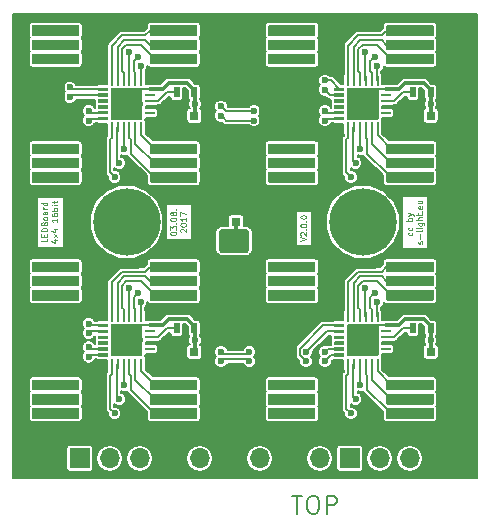
<source format=gtl>
%TF.GenerationSoftware,KiCad,Pcbnew,no-vcs-found-1f6854f~59~ubuntu17.04.1*%
%TF.CreationDate,2017-08-04T00:16:45+02:00*%
%TF.ProjectId,LEDBoard_4x4_16bit,4C4544426F6172645F3478345F313662,2.0.0*%
%TF.SameCoordinates,Original*%
%TF.FileFunction,Copper,L1,Top,Signal*%
%TF.FilePolarity,Positive*%
%FSLAX46Y46*%
G04 Gerber Fmt 4.6, Leading zero omitted, Abs format (unit mm)*
G04 Created by KiCad (PCBNEW no-vcs-found-1f6854f~59~ubuntu17.04.1) date Fri Aug  4 00:16:45 2017*
%MOMM*%
%LPD*%
G01*
G04 APERTURE LIST*
%TA.AperFunction,NonConductor*%
%ADD10C,0.100000*%
%TD*%
%TA.AperFunction,NonConductor*%
%ADD11C,0.150000*%
%TD*%
%TA.AperFunction,ViaPad*%
%ADD12C,0.300000*%
%TD*%
%TA.AperFunction,Conductor*%
%ADD13C,0.100000*%
%TD*%
%TA.AperFunction,Conductor*%
%ADD14C,0.900000*%
%TD*%
%TA.AperFunction,SMDPad,CuDef*%
%ADD15C,0.900000*%
%TD*%
%TA.AperFunction,SMDPad,CuDef*%
%ADD16C,2.700000*%
%TD*%
%TA.AperFunction,SMDPad,CuDef*%
%ADD17R,0.280000X0.850000*%
%TD*%
%TA.AperFunction,SMDPad,CuDef*%
%ADD18R,0.850000X0.280000*%
%TD*%
%TA.AperFunction,SMDPad,CuDef*%
%ADD19C,0.280000*%
%TD*%
%TA.AperFunction,ComponentPad*%
%ADD20C,5.700000*%
%TD*%
%TA.AperFunction,SMDPad,CuDef*%
%ADD21R,0.800000X0.750000*%
%TD*%
%TA.AperFunction,SMDPad,CuDef*%
%ADD22R,0.500000X0.900000*%
%TD*%
%TA.AperFunction,ComponentPad*%
%ADD23O,1.700000X1.700000*%
%TD*%
%TA.AperFunction,ComponentPad*%
%ADD24R,1.700000X1.700000*%
%TD*%
%TA.AperFunction,ViaPad*%
%ADD25C,0.600000*%
%TD*%
%TA.AperFunction,Conductor*%
%ADD26C,0.300000*%
%TD*%
%TA.AperFunction,Conductor*%
%ADD27C,1.000000*%
%TD*%
%TA.AperFunction,Conductor*%
%ADD28C,0.150000*%
%TD*%
%TA.AperFunction,Conductor*%
%ADD29C,0.200000*%
%TD*%
G04 APERTURE END LIST*
D10*
X74726190Y-69619047D02*
X75226190Y-69452380D01*
X74726190Y-69285714D01*
X74773809Y-69142857D02*
X74750000Y-69119047D01*
X74726190Y-69071428D01*
X74726190Y-68952380D01*
X74750000Y-68904761D01*
X74773809Y-68880952D01*
X74821428Y-68857142D01*
X74869047Y-68857142D01*
X74940476Y-68880952D01*
X75226190Y-69166666D01*
X75226190Y-68857142D01*
X75178571Y-68642857D02*
X75202380Y-68619047D01*
X75226190Y-68642857D01*
X75202380Y-68666666D01*
X75178571Y-68642857D01*
X75226190Y-68642857D01*
X74726190Y-68309523D02*
X74726190Y-68261904D01*
X74750000Y-68214285D01*
X74773809Y-68190476D01*
X74821428Y-68166666D01*
X74916666Y-68142857D01*
X75035714Y-68142857D01*
X75130952Y-68166666D01*
X75178571Y-68190476D01*
X75202380Y-68214285D01*
X75226190Y-68261904D01*
X75226190Y-68309523D01*
X75202380Y-68357142D01*
X75178571Y-68380952D01*
X75130952Y-68404761D01*
X75035714Y-68428571D01*
X74916666Y-68428571D01*
X74821428Y-68404761D01*
X74773809Y-68380952D01*
X74750000Y-68357142D01*
X74726190Y-68309523D01*
X75178571Y-67928571D02*
X75202380Y-67904761D01*
X75226190Y-67928571D01*
X75202380Y-67952380D01*
X75178571Y-67928571D01*
X75226190Y-67928571D01*
X74726190Y-67595238D02*
X74726190Y-67547619D01*
X74750000Y-67500000D01*
X74773809Y-67476190D01*
X74821428Y-67452380D01*
X74916666Y-67428571D01*
X75035714Y-67428571D01*
X75130952Y-67452380D01*
X75178571Y-67476190D01*
X75202380Y-67500000D01*
X75226190Y-67547619D01*
X75226190Y-67595238D01*
X75202380Y-67642857D01*
X75178571Y-67666666D01*
X75130952Y-67690476D01*
X75035714Y-67714285D01*
X74916666Y-67714285D01*
X74821428Y-67690476D01*
X74773809Y-67666666D01*
X74750000Y-67642857D01*
X74726190Y-67595238D01*
X63701190Y-68976190D02*
X63701190Y-68928571D01*
X63725000Y-68880952D01*
X63748809Y-68857142D01*
X63796428Y-68833333D01*
X63891666Y-68809523D01*
X64010714Y-68809523D01*
X64105952Y-68833333D01*
X64153571Y-68857142D01*
X64177380Y-68880952D01*
X64201190Y-68928571D01*
X64201190Y-68976190D01*
X64177380Y-69023809D01*
X64153571Y-69047619D01*
X64105952Y-69071428D01*
X64010714Y-69095238D01*
X63891666Y-69095238D01*
X63796428Y-69071428D01*
X63748809Y-69047619D01*
X63725000Y-69023809D01*
X63701190Y-68976190D01*
X63701190Y-68642857D02*
X63701190Y-68333333D01*
X63891666Y-68500000D01*
X63891666Y-68428571D01*
X63915476Y-68380952D01*
X63939285Y-68357142D01*
X63986904Y-68333333D01*
X64105952Y-68333333D01*
X64153571Y-68357142D01*
X64177380Y-68380952D01*
X64201190Y-68428571D01*
X64201190Y-68571428D01*
X64177380Y-68619047D01*
X64153571Y-68642857D01*
X64153571Y-68119047D02*
X64177380Y-68095238D01*
X64201190Y-68119047D01*
X64177380Y-68142857D01*
X64153571Y-68119047D01*
X64201190Y-68119047D01*
X63701190Y-67785714D02*
X63701190Y-67738095D01*
X63725000Y-67690476D01*
X63748809Y-67666666D01*
X63796428Y-67642857D01*
X63891666Y-67619047D01*
X64010714Y-67619047D01*
X64105952Y-67642857D01*
X64153571Y-67666666D01*
X64177380Y-67690476D01*
X64201190Y-67738095D01*
X64201190Y-67785714D01*
X64177380Y-67833333D01*
X64153571Y-67857142D01*
X64105952Y-67880952D01*
X64010714Y-67904761D01*
X63891666Y-67904761D01*
X63796428Y-67880952D01*
X63748809Y-67857142D01*
X63725000Y-67833333D01*
X63701190Y-67785714D01*
X63915476Y-67333333D02*
X63891666Y-67380952D01*
X63867857Y-67404761D01*
X63820238Y-67428571D01*
X63796428Y-67428571D01*
X63748809Y-67404761D01*
X63725000Y-67380952D01*
X63701190Y-67333333D01*
X63701190Y-67238095D01*
X63725000Y-67190476D01*
X63748809Y-67166666D01*
X63796428Y-67142857D01*
X63820238Y-67142857D01*
X63867857Y-67166666D01*
X63891666Y-67190476D01*
X63915476Y-67238095D01*
X63915476Y-67333333D01*
X63939285Y-67380952D01*
X63963095Y-67404761D01*
X64010714Y-67428571D01*
X64105952Y-67428571D01*
X64153571Y-67404761D01*
X64177380Y-67380952D01*
X64201190Y-67333333D01*
X64201190Y-67238095D01*
X64177380Y-67190476D01*
X64153571Y-67166666D01*
X64105952Y-67142857D01*
X64010714Y-67142857D01*
X63963095Y-67166666D01*
X63939285Y-67190476D01*
X63915476Y-67238095D01*
X64153571Y-66928571D02*
X64177380Y-66904761D01*
X64201190Y-66928571D01*
X64177380Y-66952380D01*
X64153571Y-66928571D01*
X64201190Y-66928571D01*
X64598809Y-68857142D02*
X64575000Y-68833333D01*
X64551190Y-68785714D01*
X64551190Y-68666666D01*
X64575000Y-68619047D01*
X64598809Y-68595238D01*
X64646428Y-68571428D01*
X64694047Y-68571428D01*
X64765476Y-68595238D01*
X65051190Y-68880952D01*
X65051190Y-68571428D01*
X64551190Y-68261904D02*
X64551190Y-68214285D01*
X64575000Y-68166666D01*
X64598809Y-68142857D01*
X64646428Y-68119047D01*
X64741666Y-68095238D01*
X64860714Y-68095238D01*
X64955952Y-68119047D01*
X65003571Y-68142857D01*
X65027380Y-68166666D01*
X65051190Y-68214285D01*
X65051190Y-68261904D01*
X65027380Y-68309523D01*
X65003571Y-68333333D01*
X64955952Y-68357142D01*
X64860714Y-68380952D01*
X64741666Y-68380952D01*
X64646428Y-68357142D01*
X64598809Y-68333333D01*
X64575000Y-68309523D01*
X64551190Y-68261904D01*
X65051190Y-67619047D02*
X65051190Y-67904761D01*
X65051190Y-67761904D02*
X64551190Y-67761904D01*
X64622619Y-67809523D01*
X64670238Y-67857142D01*
X64694047Y-67904761D01*
X64551190Y-67452380D02*
X64551190Y-67119047D01*
X65051190Y-67333333D01*
X53301190Y-69404761D02*
X53301190Y-69642857D01*
X52801190Y-69642857D01*
X53039285Y-69238095D02*
X53039285Y-69071428D01*
X53301190Y-69000000D02*
X53301190Y-69238095D01*
X52801190Y-69238095D01*
X52801190Y-69000000D01*
X53301190Y-68785714D02*
X52801190Y-68785714D01*
X52801190Y-68666666D01*
X52825000Y-68595238D01*
X52872619Y-68547619D01*
X52920238Y-68523809D01*
X53015476Y-68500000D01*
X53086904Y-68500000D01*
X53182142Y-68523809D01*
X53229761Y-68547619D01*
X53277380Y-68595238D01*
X53301190Y-68666666D01*
X53301190Y-68785714D01*
X53039285Y-68119047D02*
X53063095Y-68047619D01*
X53086904Y-68023809D01*
X53134523Y-68000000D01*
X53205952Y-68000000D01*
X53253571Y-68023809D01*
X53277380Y-68047619D01*
X53301190Y-68095238D01*
X53301190Y-68285714D01*
X52801190Y-68285714D01*
X52801190Y-68119047D01*
X52825000Y-68071428D01*
X52848809Y-68047619D01*
X52896428Y-68023809D01*
X52944047Y-68023809D01*
X52991666Y-68047619D01*
X53015476Y-68071428D01*
X53039285Y-68119047D01*
X53039285Y-68285714D01*
X53301190Y-67714285D02*
X53277380Y-67761904D01*
X53253571Y-67785714D01*
X53205952Y-67809523D01*
X53063095Y-67809523D01*
X53015476Y-67785714D01*
X52991666Y-67761904D01*
X52967857Y-67714285D01*
X52967857Y-67642857D01*
X52991666Y-67595238D01*
X53015476Y-67571428D01*
X53063095Y-67547619D01*
X53205952Y-67547619D01*
X53253571Y-67571428D01*
X53277380Y-67595238D01*
X53301190Y-67642857D01*
X53301190Y-67714285D01*
X53301190Y-67119047D02*
X53039285Y-67119047D01*
X52991666Y-67142857D01*
X52967857Y-67190476D01*
X52967857Y-67285714D01*
X52991666Y-67333333D01*
X53277380Y-67119047D02*
X53301190Y-67166666D01*
X53301190Y-67285714D01*
X53277380Y-67333333D01*
X53229761Y-67357142D01*
X53182142Y-67357142D01*
X53134523Y-67333333D01*
X53110714Y-67285714D01*
X53110714Y-67166666D01*
X53086904Y-67119047D01*
X53301190Y-66880952D02*
X52967857Y-66880952D01*
X53063095Y-66880952D02*
X53015476Y-66857142D01*
X52991666Y-66833333D01*
X52967857Y-66785714D01*
X52967857Y-66738095D01*
X53301190Y-66357142D02*
X52801190Y-66357142D01*
X53277380Y-66357142D02*
X53301190Y-66404761D01*
X53301190Y-66500000D01*
X53277380Y-66547619D01*
X53253571Y-66571428D01*
X53205952Y-66595238D01*
X53063095Y-66595238D01*
X53015476Y-66571428D01*
X52991666Y-66547619D01*
X52967857Y-66500000D01*
X52967857Y-66404761D01*
X52991666Y-66357142D01*
X53817857Y-69500000D02*
X54151190Y-69500000D01*
X53627380Y-69619047D02*
X53984523Y-69738095D01*
X53984523Y-69428571D01*
X54151190Y-69285714D02*
X53817857Y-69023809D01*
X53817857Y-69285714D02*
X54151190Y-69023809D01*
X53817857Y-68619047D02*
X54151190Y-68619047D01*
X53627380Y-68738095D02*
X53984523Y-68857142D01*
X53984523Y-68547619D01*
X54151190Y-67714285D02*
X54151190Y-68000000D01*
X54151190Y-67857142D02*
X53651190Y-67857142D01*
X53722619Y-67904761D01*
X53770238Y-67952380D01*
X53794047Y-68000000D01*
X53651190Y-67285714D02*
X53651190Y-67380952D01*
X53675000Y-67428571D01*
X53698809Y-67452380D01*
X53770238Y-67500000D01*
X53865476Y-67523809D01*
X54055952Y-67523809D01*
X54103571Y-67500000D01*
X54127380Y-67476190D01*
X54151190Y-67428571D01*
X54151190Y-67333333D01*
X54127380Y-67285714D01*
X54103571Y-67261904D01*
X54055952Y-67238095D01*
X53936904Y-67238095D01*
X53889285Y-67261904D01*
X53865476Y-67285714D01*
X53841666Y-67333333D01*
X53841666Y-67428571D01*
X53865476Y-67476190D01*
X53889285Y-67500000D01*
X53936904Y-67523809D01*
X54151190Y-67023809D02*
X53651190Y-67023809D01*
X53841666Y-67023809D02*
X53817857Y-66976190D01*
X53817857Y-66880952D01*
X53841666Y-66833333D01*
X53865476Y-66809523D01*
X53913095Y-66785714D01*
X54055952Y-66785714D01*
X54103571Y-66809523D01*
X54127380Y-66833333D01*
X54151190Y-66880952D01*
X54151190Y-66976190D01*
X54127380Y-67023809D01*
X54151190Y-66571428D02*
X53817857Y-66571428D01*
X53651190Y-66571428D02*
X53675000Y-66595238D01*
X53698809Y-66571428D01*
X53675000Y-66547619D01*
X53651190Y-66571428D01*
X53698809Y-66571428D01*
X53817857Y-66404761D02*
X53817857Y-66214285D01*
X53651190Y-66333333D02*
X54079761Y-66333333D01*
X54127380Y-66309523D01*
X54151190Y-66261904D01*
X54151190Y-66214285D01*
X84177380Y-68892857D02*
X84201190Y-68940476D01*
X84201190Y-69035714D01*
X84177380Y-69083333D01*
X84153571Y-69107142D01*
X84105952Y-69130952D01*
X83963095Y-69130952D01*
X83915476Y-69107142D01*
X83891666Y-69083333D01*
X83867857Y-69035714D01*
X83867857Y-68940476D01*
X83891666Y-68892857D01*
X84177380Y-68464285D02*
X84201190Y-68511904D01*
X84201190Y-68607142D01*
X84177380Y-68654761D01*
X84153571Y-68678571D01*
X84105952Y-68702380D01*
X83963095Y-68702380D01*
X83915476Y-68678571D01*
X83891666Y-68654761D01*
X83867857Y-68607142D01*
X83867857Y-68511904D01*
X83891666Y-68464285D01*
X84201190Y-67869047D02*
X83701190Y-67869047D01*
X83891666Y-67869047D02*
X83867857Y-67821428D01*
X83867857Y-67726190D01*
X83891666Y-67678571D01*
X83915476Y-67654761D01*
X83963095Y-67630952D01*
X84105952Y-67630952D01*
X84153571Y-67654761D01*
X84177380Y-67678571D01*
X84201190Y-67726190D01*
X84201190Y-67821428D01*
X84177380Y-67869047D01*
X83867857Y-67464285D02*
X84201190Y-67345238D01*
X83867857Y-67226190D02*
X84201190Y-67345238D01*
X84320238Y-67392857D01*
X84344047Y-67416666D01*
X84367857Y-67464285D01*
X85027380Y-69821428D02*
X85051190Y-69773809D01*
X85051190Y-69678571D01*
X85027380Y-69630952D01*
X84979761Y-69607142D01*
X84955952Y-69607142D01*
X84908333Y-69630952D01*
X84884523Y-69678571D01*
X84884523Y-69750000D01*
X84860714Y-69797619D01*
X84813095Y-69821428D01*
X84789285Y-69821428D01*
X84741666Y-69797619D01*
X84717857Y-69750000D01*
X84717857Y-69678571D01*
X84741666Y-69630952D01*
X84860714Y-69392857D02*
X84860714Y-69011904D01*
X85051190Y-68702380D02*
X85027380Y-68750000D01*
X84979761Y-68773809D01*
X84551190Y-68773809D01*
X85051190Y-68511904D02*
X84717857Y-68511904D01*
X84551190Y-68511904D02*
X84575000Y-68535714D01*
X84598809Y-68511904D01*
X84575000Y-68488095D01*
X84551190Y-68511904D01*
X84598809Y-68511904D01*
X84717857Y-68059523D02*
X85122619Y-68059523D01*
X85170238Y-68083333D01*
X85194047Y-68107142D01*
X85217857Y-68154761D01*
X85217857Y-68226190D01*
X85194047Y-68273809D01*
X85027380Y-68059523D02*
X85051190Y-68107142D01*
X85051190Y-68202380D01*
X85027380Y-68250000D01*
X85003571Y-68273809D01*
X84955952Y-68297619D01*
X84813095Y-68297619D01*
X84765476Y-68273809D01*
X84741666Y-68250000D01*
X84717857Y-68202380D01*
X84717857Y-68107142D01*
X84741666Y-68059523D01*
X85051190Y-67821428D02*
X84551190Y-67821428D01*
X85051190Y-67607142D02*
X84789285Y-67607142D01*
X84741666Y-67630952D01*
X84717857Y-67678571D01*
X84717857Y-67750000D01*
X84741666Y-67797619D01*
X84765476Y-67821428D01*
X84717857Y-67440476D02*
X84717857Y-67250000D01*
X84551190Y-67369047D02*
X84979761Y-67369047D01*
X85027380Y-67345238D01*
X85051190Y-67297619D01*
X85051190Y-67250000D01*
X85003571Y-67083333D02*
X85027380Y-67059523D01*
X85051190Y-67083333D01*
X85027380Y-67107142D01*
X85003571Y-67083333D01*
X85051190Y-67083333D01*
X85027380Y-66654761D02*
X85051190Y-66702380D01*
X85051190Y-66797619D01*
X85027380Y-66845238D01*
X84979761Y-66869047D01*
X84789285Y-66869047D01*
X84741666Y-66845238D01*
X84717857Y-66797619D01*
X84717857Y-66702380D01*
X84741666Y-66654761D01*
X84789285Y-66630952D01*
X84836904Y-66630952D01*
X84884523Y-66869047D01*
X84717857Y-66202380D02*
X85051190Y-66202380D01*
X84717857Y-66416666D02*
X84979761Y-66416666D01*
X85027380Y-66392857D01*
X85051190Y-66345238D01*
X85051190Y-66273809D01*
X85027380Y-66226190D01*
X85003571Y-66202380D01*
D11*
X74035714Y-91178571D02*
X74892857Y-91178571D01*
X74464285Y-92678571D02*
X74464285Y-91178571D01*
X75678571Y-91178571D02*
X75964285Y-91178571D01*
X76107142Y-91250000D01*
X76250000Y-91392857D01*
X76321428Y-91678571D01*
X76321428Y-92178571D01*
X76250000Y-92464285D01*
X76107142Y-92607142D01*
X75964285Y-92678571D01*
X75678571Y-92678571D01*
X75535714Y-92607142D01*
X75392857Y-92464285D01*
X75321428Y-92178571D01*
X75321428Y-91678571D01*
X75392857Y-91392857D01*
X75535714Y-91250000D01*
X75678571Y-91178571D01*
X76964285Y-92678571D02*
X76964285Y-91178571D01*
X77535714Y-91178571D01*
X77678571Y-91250000D01*
X77750000Y-91321428D01*
X77821428Y-91464285D01*
X77821428Y-91678571D01*
X77750000Y-91821428D01*
X77678571Y-91892857D01*
X77535714Y-91964285D01*
X76964285Y-91964285D01*
D12*
%TO.N,/LED_1.1_G*%
%TO.C,D1.1*%
X53600000Y-53000000D03*
%TO.N,/LED_1.1_B*%
X53600000Y-51800000D03*
%TO.N,/LED_1.1_R*%
X53600000Y-54200000D03*
%TO.N,/LED_1.1_G*%
X55000000Y-53000000D03*
%TO.N,/LED_1.1_R*%
X55000000Y-54200000D03*
%TO.N,/LED_1.1_B*%
X55000000Y-51800000D03*
%TO.N,/LED_1.1_R*%
X55700000Y-54200000D03*
X54300000Y-54200000D03*
X52900000Y-54200000D03*
%TO.N,/LED_1.1_G*%
X54300000Y-53000000D03*
X55700000Y-53000000D03*
X52900000Y-53000000D03*
%TO.N,/LED_1.1_B*%
X54300000Y-51800000D03*
X55700000Y-51800000D03*
D13*
%TO.N,/LED_1.1_R*%
G36*
X55959411Y-53750217D02*
X55963779Y-53750865D01*
X55968063Y-53751938D01*
X55972221Y-53753425D01*
X55976213Y-53755314D01*
X55980001Y-53757584D01*
X55983548Y-53760215D01*
X55986820Y-53763180D01*
X55989785Y-53766452D01*
X55992416Y-53769999D01*
X55994686Y-53773787D01*
X55996575Y-53777779D01*
X55998062Y-53781937D01*
X55999135Y-53786221D01*
X55999783Y-53790589D01*
X56000000Y-53795000D01*
X56000000Y-54605000D01*
X55999783Y-54609411D01*
X55999135Y-54613779D01*
X55998062Y-54618063D01*
X55996575Y-54622221D01*
X55994686Y-54626213D01*
X55992416Y-54630001D01*
X55989785Y-54633548D01*
X55986820Y-54636820D01*
X55983548Y-54639785D01*
X55980001Y-54642416D01*
X55976213Y-54644686D01*
X55972221Y-54646575D01*
X55968063Y-54648062D01*
X55963779Y-54649135D01*
X55959411Y-54649783D01*
X55955000Y-54650000D01*
X52045000Y-54650000D01*
X52040589Y-54649783D01*
X52036221Y-54649135D01*
X52031937Y-54648062D01*
X52027779Y-54646575D01*
X52023787Y-54644686D01*
X52019999Y-54642416D01*
X52016452Y-54639785D01*
X52013180Y-54636820D01*
X52010215Y-54633548D01*
X52007584Y-54630001D01*
X52005314Y-54626213D01*
X52003425Y-54622221D01*
X52001938Y-54618063D01*
X52000865Y-54613779D01*
X52000217Y-54609411D01*
X52000000Y-54605000D01*
X52000000Y-53795000D01*
X52000217Y-53790589D01*
X52000865Y-53786221D01*
X52001938Y-53781937D01*
X52003425Y-53777779D01*
X52005314Y-53773787D01*
X52007584Y-53769999D01*
X52010215Y-53766452D01*
X52013180Y-53763180D01*
X52016452Y-53760215D01*
X52019999Y-53757584D01*
X52023787Y-53755314D01*
X52027779Y-53753425D01*
X52031937Y-53751938D01*
X52036221Y-53750865D01*
X52040589Y-53750217D01*
X52045000Y-53750000D01*
X55955000Y-53750000D01*
X55959411Y-53750217D01*
X55959411Y-53750217D01*
G37*
D14*
X54000000Y-54200000D03*
D13*
%TO.N,/LED_1.1_G*%
G36*
X55959411Y-52550217D02*
X55963779Y-52550865D01*
X55968063Y-52551938D01*
X55972221Y-52553425D01*
X55976213Y-52555314D01*
X55980001Y-52557584D01*
X55983548Y-52560215D01*
X55986820Y-52563180D01*
X55989785Y-52566452D01*
X55992416Y-52569999D01*
X55994686Y-52573787D01*
X55996575Y-52577779D01*
X55998062Y-52581937D01*
X55999135Y-52586221D01*
X55999783Y-52590589D01*
X56000000Y-52595000D01*
X56000000Y-53405000D01*
X55999783Y-53409411D01*
X55999135Y-53413779D01*
X55998062Y-53418063D01*
X55996575Y-53422221D01*
X55994686Y-53426213D01*
X55992416Y-53430001D01*
X55989785Y-53433548D01*
X55986820Y-53436820D01*
X55983548Y-53439785D01*
X55980001Y-53442416D01*
X55976213Y-53444686D01*
X55972221Y-53446575D01*
X55968063Y-53448062D01*
X55963779Y-53449135D01*
X55959411Y-53449783D01*
X55955000Y-53450000D01*
X52045000Y-53450000D01*
X52040589Y-53449783D01*
X52036221Y-53449135D01*
X52031937Y-53448062D01*
X52027779Y-53446575D01*
X52023787Y-53444686D01*
X52019999Y-53442416D01*
X52016452Y-53439785D01*
X52013180Y-53436820D01*
X52010215Y-53433548D01*
X52007584Y-53430001D01*
X52005314Y-53426213D01*
X52003425Y-53422221D01*
X52001938Y-53418063D01*
X52000865Y-53413779D01*
X52000217Y-53409411D01*
X52000000Y-53405000D01*
X52000000Y-52595000D01*
X52000217Y-52590589D01*
X52000865Y-52586221D01*
X52001938Y-52581937D01*
X52003425Y-52577779D01*
X52005314Y-52573787D01*
X52007584Y-52569999D01*
X52010215Y-52566452D01*
X52013180Y-52563180D01*
X52016452Y-52560215D01*
X52019999Y-52557584D01*
X52023787Y-52555314D01*
X52027779Y-52553425D01*
X52031937Y-52551938D01*
X52036221Y-52550865D01*
X52040589Y-52550217D01*
X52045000Y-52550000D01*
X55955000Y-52550000D01*
X55959411Y-52550217D01*
X55959411Y-52550217D01*
G37*
D14*
X54000000Y-53000000D03*
D13*
%TO.N,/LED_1.1_B*%
G36*
X55959411Y-51350217D02*
X55963779Y-51350865D01*
X55968063Y-51351938D01*
X55972221Y-51353425D01*
X55976213Y-51355314D01*
X55980001Y-51357584D01*
X55983548Y-51360215D01*
X55986820Y-51363180D01*
X55989785Y-51366452D01*
X55992416Y-51369999D01*
X55994686Y-51373787D01*
X55996575Y-51377779D01*
X55998062Y-51381937D01*
X55999135Y-51386221D01*
X55999783Y-51390589D01*
X56000000Y-51395000D01*
X56000000Y-52205000D01*
X55999783Y-52209411D01*
X55999135Y-52213779D01*
X55998062Y-52218063D01*
X55996575Y-52222221D01*
X55994686Y-52226213D01*
X55992416Y-52230001D01*
X55989785Y-52233548D01*
X55986820Y-52236820D01*
X55983548Y-52239785D01*
X55980001Y-52242416D01*
X55976213Y-52244686D01*
X55972221Y-52246575D01*
X55968063Y-52248062D01*
X55963779Y-52249135D01*
X55959411Y-52249783D01*
X55955000Y-52250000D01*
X52045000Y-52250000D01*
X52040589Y-52249783D01*
X52036221Y-52249135D01*
X52031937Y-52248062D01*
X52027779Y-52246575D01*
X52023787Y-52244686D01*
X52019999Y-52242416D01*
X52016452Y-52239785D01*
X52013180Y-52236820D01*
X52010215Y-52233548D01*
X52007584Y-52230001D01*
X52005314Y-52226213D01*
X52003425Y-52222221D01*
X52001938Y-52218063D01*
X52000865Y-52213779D01*
X52000217Y-52209411D01*
X52000000Y-52205000D01*
X52000000Y-51395000D01*
X52000217Y-51390589D01*
X52000865Y-51386221D01*
X52001938Y-51381937D01*
X52003425Y-51377779D01*
X52005314Y-51373787D01*
X52007584Y-51369999D01*
X52010215Y-51366452D01*
X52013180Y-51363180D01*
X52016452Y-51360215D01*
X52019999Y-51357584D01*
X52023787Y-51355314D01*
X52027779Y-51353425D01*
X52031937Y-51351938D01*
X52036221Y-51350865D01*
X52040589Y-51350217D01*
X52045000Y-51350000D01*
X55955000Y-51350000D01*
X55959411Y-51350217D01*
X55959411Y-51350217D01*
G37*
D14*
X54000000Y-51800000D03*
D12*
X52900000Y-51800000D03*
D13*
%TO.N,VCC*%
G36*
X57959411Y-51350217D02*
X57963779Y-51350865D01*
X57968063Y-51351938D01*
X57972221Y-51353425D01*
X57976213Y-51355314D01*
X57980001Y-51357584D01*
X57983548Y-51360215D01*
X57986820Y-51363180D01*
X57989785Y-51366452D01*
X57992416Y-51369999D01*
X57994686Y-51373787D01*
X57996575Y-51377779D01*
X57998062Y-51381937D01*
X57999135Y-51386221D01*
X57999783Y-51390589D01*
X58000000Y-51395000D01*
X58000000Y-52205000D01*
X57999783Y-52209411D01*
X57999135Y-52213779D01*
X57998062Y-52218063D01*
X57996575Y-52222221D01*
X57994686Y-52226213D01*
X57992416Y-52230001D01*
X57989785Y-52233548D01*
X57986820Y-52236820D01*
X57983548Y-52239785D01*
X57980001Y-52242416D01*
X57976213Y-52244686D01*
X57972221Y-52246575D01*
X57968063Y-52248062D01*
X57963779Y-52249135D01*
X57959411Y-52249783D01*
X57955000Y-52250000D01*
X56495000Y-52250000D01*
X56490589Y-52249783D01*
X56486221Y-52249135D01*
X56481937Y-52248062D01*
X56477779Y-52246575D01*
X56473787Y-52244686D01*
X56469999Y-52242416D01*
X56466452Y-52239785D01*
X56463180Y-52236820D01*
X56460215Y-52233548D01*
X56457584Y-52230001D01*
X56455314Y-52226213D01*
X56453425Y-52222221D01*
X56451938Y-52218063D01*
X56450865Y-52213779D01*
X56450217Y-52209411D01*
X56450000Y-52205000D01*
X56450000Y-51395000D01*
X56450217Y-51390589D01*
X56450865Y-51386221D01*
X56451938Y-51381937D01*
X56453425Y-51377779D01*
X56455314Y-51373787D01*
X56457584Y-51369999D01*
X56460215Y-51366452D01*
X56463180Y-51363180D01*
X56466452Y-51360215D01*
X56469999Y-51357584D01*
X56473787Y-51355314D01*
X56477779Y-51353425D01*
X56481937Y-51351938D01*
X56486221Y-51350865D01*
X56490589Y-51350217D01*
X56495000Y-51350000D01*
X57955000Y-51350000D01*
X57959411Y-51350217D01*
X57959411Y-51350217D01*
G37*
D15*
%TD*%
%TO.P,D1.1,6*%
%TO.N,VCC*%
X57225000Y-51800000D03*
D13*
%TO.N,VCC*%
%TO.C,D1.1*%
G36*
X57959411Y-52550217D02*
X57963779Y-52550865D01*
X57968063Y-52551938D01*
X57972221Y-52553425D01*
X57976213Y-52555314D01*
X57980001Y-52557584D01*
X57983548Y-52560215D01*
X57986820Y-52563180D01*
X57989785Y-52566452D01*
X57992416Y-52569999D01*
X57994686Y-52573787D01*
X57996575Y-52577779D01*
X57998062Y-52581937D01*
X57999135Y-52586221D01*
X57999783Y-52590589D01*
X58000000Y-52595000D01*
X58000000Y-53405000D01*
X57999783Y-53409411D01*
X57999135Y-53413779D01*
X57998062Y-53418063D01*
X57996575Y-53422221D01*
X57994686Y-53426213D01*
X57992416Y-53430001D01*
X57989785Y-53433548D01*
X57986820Y-53436820D01*
X57983548Y-53439785D01*
X57980001Y-53442416D01*
X57976213Y-53444686D01*
X57972221Y-53446575D01*
X57968063Y-53448062D01*
X57963779Y-53449135D01*
X57959411Y-53449783D01*
X57955000Y-53450000D01*
X56495000Y-53450000D01*
X56490589Y-53449783D01*
X56486221Y-53449135D01*
X56481937Y-53448062D01*
X56477779Y-53446575D01*
X56473787Y-53444686D01*
X56469999Y-53442416D01*
X56466452Y-53439785D01*
X56463180Y-53436820D01*
X56460215Y-53433548D01*
X56457584Y-53430001D01*
X56455314Y-53426213D01*
X56453425Y-53422221D01*
X56451938Y-53418063D01*
X56450865Y-53413779D01*
X56450217Y-53409411D01*
X56450000Y-53405000D01*
X56450000Y-52595000D01*
X56450217Y-52590589D01*
X56450865Y-52586221D01*
X56451938Y-52581937D01*
X56453425Y-52577779D01*
X56455314Y-52573787D01*
X56457584Y-52569999D01*
X56460215Y-52566452D01*
X56463180Y-52563180D01*
X56466452Y-52560215D01*
X56469999Y-52557584D01*
X56473787Y-52555314D01*
X56477779Y-52553425D01*
X56481937Y-52551938D01*
X56486221Y-52550865D01*
X56490589Y-52550217D01*
X56495000Y-52550000D01*
X57955000Y-52550000D01*
X57959411Y-52550217D01*
X57959411Y-52550217D01*
G37*
D15*
%TD*%
%TO.P,D1.1,5*%
%TO.N,VCC*%
X57225000Y-53000000D03*
D13*
%TO.N,VCC*%
%TO.C,D1.1*%
G36*
X57959411Y-53750217D02*
X57963779Y-53750865D01*
X57968063Y-53751938D01*
X57972221Y-53753425D01*
X57976213Y-53755314D01*
X57980001Y-53757584D01*
X57983548Y-53760215D01*
X57986820Y-53763180D01*
X57989785Y-53766452D01*
X57992416Y-53769999D01*
X57994686Y-53773787D01*
X57996575Y-53777779D01*
X57998062Y-53781937D01*
X57999135Y-53786221D01*
X57999783Y-53790589D01*
X58000000Y-53795000D01*
X58000000Y-54605000D01*
X57999783Y-54609411D01*
X57999135Y-54613779D01*
X57998062Y-54618063D01*
X57996575Y-54622221D01*
X57994686Y-54626213D01*
X57992416Y-54630001D01*
X57989785Y-54633548D01*
X57986820Y-54636820D01*
X57983548Y-54639785D01*
X57980001Y-54642416D01*
X57976213Y-54644686D01*
X57972221Y-54646575D01*
X57968063Y-54648062D01*
X57963779Y-54649135D01*
X57959411Y-54649783D01*
X57955000Y-54650000D01*
X56495000Y-54650000D01*
X56490589Y-54649783D01*
X56486221Y-54649135D01*
X56481937Y-54648062D01*
X56477779Y-54646575D01*
X56473787Y-54644686D01*
X56469999Y-54642416D01*
X56466452Y-54639785D01*
X56463180Y-54636820D01*
X56460215Y-54633548D01*
X56457584Y-54630001D01*
X56455314Y-54626213D01*
X56453425Y-54622221D01*
X56451938Y-54618063D01*
X56450865Y-54613779D01*
X56450217Y-54609411D01*
X56450000Y-54605000D01*
X56450000Y-53795000D01*
X56450217Y-53790589D01*
X56450865Y-53786221D01*
X56451938Y-53781937D01*
X56453425Y-53777779D01*
X56455314Y-53773787D01*
X56457584Y-53769999D01*
X56460215Y-53766452D01*
X56463180Y-53763180D01*
X56466452Y-53760215D01*
X56469999Y-53757584D01*
X56473787Y-53755314D01*
X56477779Y-53753425D01*
X56481937Y-53751938D01*
X56486221Y-53750865D01*
X56490589Y-53750217D01*
X56495000Y-53750000D01*
X57955000Y-53750000D01*
X57959411Y-53750217D01*
X57959411Y-53750217D01*
G37*
D15*
%TD*%
%TO.P,D1.1,4*%
%TO.N,VCC*%
X57225000Y-54200000D03*
D12*
%TO.N,/LED_1.2_G*%
%TO.C,D1.2*%
X53600000Y-63000000D03*
%TO.N,/LED_1.2_B*%
X53600000Y-61800000D03*
%TO.N,/LED_1.2_R*%
X53600000Y-64200000D03*
%TO.N,/LED_1.2_G*%
X55000000Y-63000000D03*
%TO.N,/LED_1.2_R*%
X55000000Y-64200000D03*
%TO.N,/LED_1.2_B*%
X55000000Y-61800000D03*
%TO.N,/LED_1.2_R*%
X55700000Y-64200000D03*
X54300000Y-64200000D03*
X52900000Y-64200000D03*
%TO.N,/LED_1.2_G*%
X54300000Y-63000000D03*
X55700000Y-63000000D03*
X52900000Y-63000000D03*
%TO.N,/LED_1.2_B*%
X54300000Y-61800000D03*
X55700000Y-61800000D03*
D13*
%TO.N,/LED_1.2_R*%
G36*
X55959411Y-63750217D02*
X55963779Y-63750865D01*
X55968063Y-63751938D01*
X55972221Y-63753425D01*
X55976213Y-63755314D01*
X55980001Y-63757584D01*
X55983548Y-63760215D01*
X55986820Y-63763180D01*
X55989785Y-63766452D01*
X55992416Y-63769999D01*
X55994686Y-63773787D01*
X55996575Y-63777779D01*
X55998062Y-63781937D01*
X55999135Y-63786221D01*
X55999783Y-63790589D01*
X56000000Y-63795000D01*
X56000000Y-64605000D01*
X55999783Y-64609411D01*
X55999135Y-64613779D01*
X55998062Y-64618063D01*
X55996575Y-64622221D01*
X55994686Y-64626213D01*
X55992416Y-64630001D01*
X55989785Y-64633548D01*
X55986820Y-64636820D01*
X55983548Y-64639785D01*
X55980001Y-64642416D01*
X55976213Y-64644686D01*
X55972221Y-64646575D01*
X55968063Y-64648062D01*
X55963779Y-64649135D01*
X55959411Y-64649783D01*
X55955000Y-64650000D01*
X52045000Y-64650000D01*
X52040589Y-64649783D01*
X52036221Y-64649135D01*
X52031937Y-64648062D01*
X52027779Y-64646575D01*
X52023787Y-64644686D01*
X52019999Y-64642416D01*
X52016452Y-64639785D01*
X52013180Y-64636820D01*
X52010215Y-64633548D01*
X52007584Y-64630001D01*
X52005314Y-64626213D01*
X52003425Y-64622221D01*
X52001938Y-64618063D01*
X52000865Y-64613779D01*
X52000217Y-64609411D01*
X52000000Y-64605000D01*
X52000000Y-63795000D01*
X52000217Y-63790589D01*
X52000865Y-63786221D01*
X52001938Y-63781937D01*
X52003425Y-63777779D01*
X52005314Y-63773787D01*
X52007584Y-63769999D01*
X52010215Y-63766452D01*
X52013180Y-63763180D01*
X52016452Y-63760215D01*
X52019999Y-63757584D01*
X52023787Y-63755314D01*
X52027779Y-63753425D01*
X52031937Y-63751938D01*
X52036221Y-63750865D01*
X52040589Y-63750217D01*
X52045000Y-63750000D01*
X55955000Y-63750000D01*
X55959411Y-63750217D01*
X55959411Y-63750217D01*
G37*
D14*
X54000000Y-64200000D03*
D13*
%TO.N,/LED_1.2_G*%
G36*
X55959411Y-62550217D02*
X55963779Y-62550865D01*
X55968063Y-62551938D01*
X55972221Y-62553425D01*
X55976213Y-62555314D01*
X55980001Y-62557584D01*
X55983548Y-62560215D01*
X55986820Y-62563180D01*
X55989785Y-62566452D01*
X55992416Y-62569999D01*
X55994686Y-62573787D01*
X55996575Y-62577779D01*
X55998062Y-62581937D01*
X55999135Y-62586221D01*
X55999783Y-62590589D01*
X56000000Y-62595000D01*
X56000000Y-63405000D01*
X55999783Y-63409411D01*
X55999135Y-63413779D01*
X55998062Y-63418063D01*
X55996575Y-63422221D01*
X55994686Y-63426213D01*
X55992416Y-63430001D01*
X55989785Y-63433548D01*
X55986820Y-63436820D01*
X55983548Y-63439785D01*
X55980001Y-63442416D01*
X55976213Y-63444686D01*
X55972221Y-63446575D01*
X55968063Y-63448062D01*
X55963779Y-63449135D01*
X55959411Y-63449783D01*
X55955000Y-63450000D01*
X52045000Y-63450000D01*
X52040589Y-63449783D01*
X52036221Y-63449135D01*
X52031937Y-63448062D01*
X52027779Y-63446575D01*
X52023787Y-63444686D01*
X52019999Y-63442416D01*
X52016452Y-63439785D01*
X52013180Y-63436820D01*
X52010215Y-63433548D01*
X52007584Y-63430001D01*
X52005314Y-63426213D01*
X52003425Y-63422221D01*
X52001938Y-63418063D01*
X52000865Y-63413779D01*
X52000217Y-63409411D01*
X52000000Y-63405000D01*
X52000000Y-62595000D01*
X52000217Y-62590589D01*
X52000865Y-62586221D01*
X52001938Y-62581937D01*
X52003425Y-62577779D01*
X52005314Y-62573787D01*
X52007584Y-62569999D01*
X52010215Y-62566452D01*
X52013180Y-62563180D01*
X52016452Y-62560215D01*
X52019999Y-62557584D01*
X52023787Y-62555314D01*
X52027779Y-62553425D01*
X52031937Y-62551938D01*
X52036221Y-62550865D01*
X52040589Y-62550217D01*
X52045000Y-62550000D01*
X55955000Y-62550000D01*
X55959411Y-62550217D01*
X55959411Y-62550217D01*
G37*
D14*
X54000000Y-63000000D03*
D13*
%TO.N,/LED_1.2_B*%
G36*
X55959411Y-61350217D02*
X55963779Y-61350865D01*
X55968063Y-61351938D01*
X55972221Y-61353425D01*
X55976213Y-61355314D01*
X55980001Y-61357584D01*
X55983548Y-61360215D01*
X55986820Y-61363180D01*
X55989785Y-61366452D01*
X55992416Y-61369999D01*
X55994686Y-61373787D01*
X55996575Y-61377779D01*
X55998062Y-61381937D01*
X55999135Y-61386221D01*
X55999783Y-61390589D01*
X56000000Y-61395000D01*
X56000000Y-62205000D01*
X55999783Y-62209411D01*
X55999135Y-62213779D01*
X55998062Y-62218063D01*
X55996575Y-62222221D01*
X55994686Y-62226213D01*
X55992416Y-62230001D01*
X55989785Y-62233548D01*
X55986820Y-62236820D01*
X55983548Y-62239785D01*
X55980001Y-62242416D01*
X55976213Y-62244686D01*
X55972221Y-62246575D01*
X55968063Y-62248062D01*
X55963779Y-62249135D01*
X55959411Y-62249783D01*
X55955000Y-62250000D01*
X52045000Y-62250000D01*
X52040589Y-62249783D01*
X52036221Y-62249135D01*
X52031937Y-62248062D01*
X52027779Y-62246575D01*
X52023787Y-62244686D01*
X52019999Y-62242416D01*
X52016452Y-62239785D01*
X52013180Y-62236820D01*
X52010215Y-62233548D01*
X52007584Y-62230001D01*
X52005314Y-62226213D01*
X52003425Y-62222221D01*
X52001938Y-62218063D01*
X52000865Y-62213779D01*
X52000217Y-62209411D01*
X52000000Y-62205000D01*
X52000000Y-61395000D01*
X52000217Y-61390589D01*
X52000865Y-61386221D01*
X52001938Y-61381937D01*
X52003425Y-61377779D01*
X52005314Y-61373787D01*
X52007584Y-61369999D01*
X52010215Y-61366452D01*
X52013180Y-61363180D01*
X52016452Y-61360215D01*
X52019999Y-61357584D01*
X52023787Y-61355314D01*
X52027779Y-61353425D01*
X52031937Y-61351938D01*
X52036221Y-61350865D01*
X52040589Y-61350217D01*
X52045000Y-61350000D01*
X55955000Y-61350000D01*
X55959411Y-61350217D01*
X55959411Y-61350217D01*
G37*
D14*
X54000000Y-61800000D03*
D12*
X52900000Y-61800000D03*
D13*
%TO.N,VCC*%
G36*
X57959411Y-61350217D02*
X57963779Y-61350865D01*
X57968063Y-61351938D01*
X57972221Y-61353425D01*
X57976213Y-61355314D01*
X57980001Y-61357584D01*
X57983548Y-61360215D01*
X57986820Y-61363180D01*
X57989785Y-61366452D01*
X57992416Y-61369999D01*
X57994686Y-61373787D01*
X57996575Y-61377779D01*
X57998062Y-61381937D01*
X57999135Y-61386221D01*
X57999783Y-61390589D01*
X58000000Y-61395000D01*
X58000000Y-62205000D01*
X57999783Y-62209411D01*
X57999135Y-62213779D01*
X57998062Y-62218063D01*
X57996575Y-62222221D01*
X57994686Y-62226213D01*
X57992416Y-62230001D01*
X57989785Y-62233548D01*
X57986820Y-62236820D01*
X57983548Y-62239785D01*
X57980001Y-62242416D01*
X57976213Y-62244686D01*
X57972221Y-62246575D01*
X57968063Y-62248062D01*
X57963779Y-62249135D01*
X57959411Y-62249783D01*
X57955000Y-62250000D01*
X56495000Y-62250000D01*
X56490589Y-62249783D01*
X56486221Y-62249135D01*
X56481937Y-62248062D01*
X56477779Y-62246575D01*
X56473787Y-62244686D01*
X56469999Y-62242416D01*
X56466452Y-62239785D01*
X56463180Y-62236820D01*
X56460215Y-62233548D01*
X56457584Y-62230001D01*
X56455314Y-62226213D01*
X56453425Y-62222221D01*
X56451938Y-62218063D01*
X56450865Y-62213779D01*
X56450217Y-62209411D01*
X56450000Y-62205000D01*
X56450000Y-61395000D01*
X56450217Y-61390589D01*
X56450865Y-61386221D01*
X56451938Y-61381937D01*
X56453425Y-61377779D01*
X56455314Y-61373787D01*
X56457584Y-61369999D01*
X56460215Y-61366452D01*
X56463180Y-61363180D01*
X56466452Y-61360215D01*
X56469999Y-61357584D01*
X56473787Y-61355314D01*
X56477779Y-61353425D01*
X56481937Y-61351938D01*
X56486221Y-61350865D01*
X56490589Y-61350217D01*
X56495000Y-61350000D01*
X57955000Y-61350000D01*
X57959411Y-61350217D01*
X57959411Y-61350217D01*
G37*
D15*
%TD*%
%TO.P,D1.2,6*%
%TO.N,VCC*%
X57225000Y-61800000D03*
D13*
%TO.N,VCC*%
%TO.C,D1.2*%
G36*
X57959411Y-62550217D02*
X57963779Y-62550865D01*
X57968063Y-62551938D01*
X57972221Y-62553425D01*
X57976213Y-62555314D01*
X57980001Y-62557584D01*
X57983548Y-62560215D01*
X57986820Y-62563180D01*
X57989785Y-62566452D01*
X57992416Y-62569999D01*
X57994686Y-62573787D01*
X57996575Y-62577779D01*
X57998062Y-62581937D01*
X57999135Y-62586221D01*
X57999783Y-62590589D01*
X58000000Y-62595000D01*
X58000000Y-63405000D01*
X57999783Y-63409411D01*
X57999135Y-63413779D01*
X57998062Y-63418063D01*
X57996575Y-63422221D01*
X57994686Y-63426213D01*
X57992416Y-63430001D01*
X57989785Y-63433548D01*
X57986820Y-63436820D01*
X57983548Y-63439785D01*
X57980001Y-63442416D01*
X57976213Y-63444686D01*
X57972221Y-63446575D01*
X57968063Y-63448062D01*
X57963779Y-63449135D01*
X57959411Y-63449783D01*
X57955000Y-63450000D01*
X56495000Y-63450000D01*
X56490589Y-63449783D01*
X56486221Y-63449135D01*
X56481937Y-63448062D01*
X56477779Y-63446575D01*
X56473787Y-63444686D01*
X56469999Y-63442416D01*
X56466452Y-63439785D01*
X56463180Y-63436820D01*
X56460215Y-63433548D01*
X56457584Y-63430001D01*
X56455314Y-63426213D01*
X56453425Y-63422221D01*
X56451938Y-63418063D01*
X56450865Y-63413779D01*
X56450217Y-63409411D01*
X56450000Y-63405000D01*
X56450000Y-62595000D01*
X56450217Y-62590589D01*
X56450865Y-62586221D01*
X56451938Y-62581937D01*
X56453425Y-62577779D01*
X56455314Y-62573787D01*
X56457584Y-62569999D01*
X56460215Y-62566452D01*
X56463180Y-62563180D01*
X56466452Y-62560215D01*
X56469999Y-62557584D01*
X56473787Y-62555314D01*
X56477779Y-62553425D01*
X56481937Y-62551938D01*
X56486221Y-62550865D01*
X56490589Y-62550217D01*
X56495000Y-62550000D01*
X57955000Y-62550000D01*
X57959411Y-62550217D01*
X57959411Y-62550217D01*
G37*
D15*
%TD*%
%TO.P,D1.2,5*%
%TO.N,VCC*%
X57225000Y-63000000D03*
D13*
%TO.N,VCC*%
%TO.C,D1.2*%
G36*
X57959411Y-63750217D02*
X57963779Y-63750865D01*
X57968063Y-63751938D01*
X57972221Y-63753425D01*
X57976213Y-63755314D01*
X57980001Y-63757584D01*
X57983548Y-63760215D01*
X57986820Y-63763180D01*
X57989785Y-63766452D01*
X57992416Y-63769999D01*
X57994686Y-63773787D01*
X57996575Y-63777779D01*
X57998062Y-63781937D01*
X57999135Y-63786221D01*
X57999783Y-63790589D01*
X58000000Y-63795000D01*
X58000000Y-64605000D01*
X57999783Y-64609411D01*
X57999135Y-64613779D01*
X57998062Y-64618063D01*
X57996575Y-64622221D01*
X57994686Y-64626213D01*
X57992416Y-64630001D01*
X57989785Y-64633548D01*
X57986820Y-64636820D01*
X57983548Y-64639785D01*
X57980001Y-64642416D01*
X57976213Y-64644686D01*
X57972221Y-64646575D01*
X57968063Y-64648062D01*
X57963779Y-64649135D01*
X57959411Y-64649783D01*
X57955000Y-64650000D01*
X56495000Y-64650000D01*
X56490589Y-64649783D01*
X56486221Y-64649135D01*
X56481937Y-64648062D01*
X56477779Y-64646575D01*
X56473787Y-64644686D01*
X56469999Y-64642416D01*
X56466452Y-64639785D01*
X56463180Y-64636820D01*
X56460215Y-64633548D01*
X56457584Y-64630001D01*
X56455314Y-64626213D01*
X56453425Y-64622221D01*
X56451938Y-64618063D01*
X56450865Y-64613779D01*
X56450217Y-64609411D01*
X56450000Y-64605000D01*
X56450000Y-63795000D01*
X56450217Y-63790589D01*
X56450865Y-63786221D01*
X56451938Y-63781937D01*
X56453425Y-63777779D01*
X56455314Y-63773787D01*
X56457584Y-63769999D01*
X56460215Y-63766452D01*
X56463180Y-63763180D01*
X56466452Y-63760215D01*
X56469999Y-63757584D01*
X56473787Y-63755314D01*
X56477779Y-63753425D01*
X56481937Y-63751938D01*
X56486221Y-63750865D01*
X56490589Y-63750217D01*
X56495000Y-63750000D01*
X57955000Y-63750000D01*
X57959411Y-63750217D01*
X57959411Y-63750217D01*
G37*
D15*
%TD*%
%TO.P,D1.2,4*%
%TO.N,VCC*%
X57225000Y-64200000D03*
D12*
%TO.N,/LED_1.3_G*%
%TO.C,D1.3*%
X53600000Y-73000000D03*
%TO.N,/LED_1.3_B*%
X53600000Y-71800000D03*
%TO.N,/LED_1.3_R*%
X53600000Y-74200000D03*
%TO.N,/LED_1.3_G*%
X55000000Y-73000000D03*
%TO.N,/LED_1.3_R*%
X55000000Y-74200000D03*
%TO.N,/LED_1.3_B*%
X55000000Y-71800000D03*
%TO.N,/LED_1.3_R*%
X55700000Y-74200000D03*
X54300000Y-74200000D03*
X52900000Y-74200000D03*
%TO.N,/LED_1.3_G*%
X54300000Y-73000000D03*
X55700000Y-73000000D03*
X52900000Y-73000000D03*
%TO.N,/LED_1.3_B*%
X54300000Y-71800000D03*
X55700000Y-71800000D03*
D13*
%TO.N,/LED_1.3_R*%
G36*
X55959411Y-73750217D02*
X55963779Y-73750865D01*
X55968063Y-73751938D01*
X55972221Y-73753425D01*
X55976213Y-73755314D01*
X55980001Y-73757584D01*
X55983548Y-73760215D01*
X55986820Y-73763180D01*
X55989785Y-73766452D01*
X55992416Y-73769999D01*
X55994686Y-73773787D01*
X55996575Y-73777779D01*
X55998062Y-73781937D01*
X55999135Y-73786221D01*
X55999783Y-73790589D01*
X56000000Y-73795000D01*
X56000000Y-74605000D01*
X55999783Y-74609411D01*
X55999135Y-74613779D01*
X55998062Y-74618063D01*
X55996575Y-74622221D01*
X55994686Y-74626213D01*
X55992416Y-74630001D01*
X55989785Y-74633548D01*
X55986820Y-74636820D01*
X55983548Y-74639785D01*
X55980001Y-74642416D01*
X55976213Y-74644686D01*
X55972221Y-74646575D01*
X55968063Y-74648062D01*
X55963779Y-74649135D01*
X55959411Y-74649783D01*
X55955000Y-74650000D01*
X52045000Y-74650000D01*
X52040589Y-74649783D01*
X52036221Y-74649135D01*
X52031937Y-74648062D01*
X52027779Y-74646575D01*
X52023787Y-74644686D01*
X52019999Y-74642416D01*
X52016452Y-74639785D01*
X52013180Y-74636820D01*
X52010215Y-74633548D01*
X52007584Y-74630001D01*
X52005314Y-74626213D01*
X52003425Y-74622221D01*
X52001938Y-74618063D01*
X52000865Y-74613779D01*
X52000217Y-74609411D01*
X52000000Y-74605000D01*
X52000000Y-73795000D01*
X52000217Y-73790589D01*
X52000865Y-73786221D01*
X52001938Y-73781937D01*
X52003425Y-73777779D01*
X52005314Y-73773787D01*
X52007584Y-73769999D01*
X52010215Y-73766452D01*
X52013180Y-73763180D01*
X52016452Y-73760215D01*
X52019999Y-73757584D01*
X52023787Y-73755314D01*
X52027779Y-73753425D01*
X52031937Y-73751938D01*
X52036221Y-73750865D01*
X52040589Y-73750217D01*
X52045000Y-73750000D01*
X55955000Y-73750000D01*
X55959411Y-73750217D01*
X55959411Y-73750217D01*
G37*
D14*
X54000000Y-74200000D03*
D13*
%TO.N,/LED_1.3_G*%
G36*
X55959411Y-72550217D02*
X55963779Y-72550865D01*
X55968063Y-72551938D01*
X55972221Y-72553425D01*
X55976213Y-72555314D01*
X55980001Y-72557584D01*
X55983548Y-72560215D01*
X55986820Y-72563180D01*
X55989785Y-72566452D01*
X55992416Y-72569999D01*
X55994686Y-72573787D01*
X55996575Y-72577779D01*
X55998062Y-72581937D01*
X55999135Y-72586221D01*
X55999783Y-72590589D01*
X56000000Y-72595000D01*
X56000000Y-73405000D01*
X55999783Y-73409411D01*
X55999135Y-73413779D01*
X55998062Y-73418063D01*
X55996575Y-73422221D01*
X55994686Y-73426213D01*
X55992416Y-73430001D01*
X55989785Y-73433548D01*
X55986820Y-73436820D01*
X55983548Y-73439785D01*
X55980001Y-73442416D01*
X55976213Y-73444686D01*
X55972221Y-73446575D01*
X55968063Y-73448062D01*
X55963779Y-73449135D01*
X55959411Y-73449783D01*
X55955000Y-73450000D01*
X52045000Y-73450000D01*
X52040589Y-73449783D01*
X52036221Y-73449135D01*
X52031937Y-73448062D01*
X52027779Y-73446575D01*
X52023787Y-73444686D01*
X52019999Y-73442416D01*
X52016452Y-73439785D01*
X52013180Y-73436820D01*
X52010215Y-73433548D01*
X52007584Y-73430001D01*
X52005314Y-73426213D01*
X52003425Y-73422221D01*
X52001938Y-73418063D01*
X52000865Y-73413779D01*
X52000217Y-73409411D01*
X52000000Y-73405000D01*
X52000000Y-72595000D01*
X52000217Y-72590589D01*
X52000865Y-72586221D01*
X52001938Y-72581937D01*
X52003425Y-72577779D01*
X52005314Y-72573787D01*
X52007584Y-72569999D01*
X52010215Y-72566452D01*
X52013180Y-72563180D01*
X52016452Y-72560215D01*
X52019999Y-72557584D01*
X52023787Y-72555314D01*
X52027779Y-72553425D01*
X52031937Y-72551938D01*
X52036221Y-72550865D01*
X52040589Y-72550217D01*
X52045000Y-72550000D01*
X55955000Y-72550000D01*
X55959411Y-72550217D01*
X55959411Y-72550217D01*
G37*
D14*
X54000000Y-73000000D03*
D13*
%TO.N,/LED_1.3_B*%
G36*
X55959411Y-71350217D02*
X55963779Y-71350865D01*
X55968063Y-71351938D01*
X55972221Y-71353425D01*
X55976213Y-71355314D01*
X55980001Y-71357584D01*
X55983548Y-71360215D01*
X55986820Y-71363180D01*
X55989785Y-71366452D01*
X55992416Y-71369999D01*
X55994686Y-71373787D01*
X55996575Y-71377779D01*
X55998062Y-71381937D01*
X55999135Y-71386221D01*
X55999783Y-71390589D01*
X56000000Y-71395000D01*
X56000000Y-72205000D01*
X55999783Y-72209411D01*
X55999135Y-72213779D01*
X55998062Y-72218063D01*
X55996575Y-72222221D01*
X55994686Y-72226213D01*
X55992416Y-72230001D01*
X55989785Y-72233548D01*
X55986820Y-72236820D01*
X55983548Y-72239785D01*
X55980001Y-72242416D01*
X55976213Y-72244686D01*
X55972221Y-72246575D01*
X55968063Y-72248062D01*
X55963779Y-72249135D01*
X55959411Y-72249783D01*
X55955000Y-72250000D01*
X52045000Y-72250000D01*
X52040589Y-72249783D01*
X52036221Y-72249135D01*
X52031937Y-72248062D01*
X52027779Y-72246575D01*
X52023787Y-72244686D01*
X52019999Y-72242416D01*
X52016452Y-72239785D01*
X52013180Y-72236820D01*
X52010215Y-72233548D01*
X52007584Y-72230001D01*
X52005314Y-72226213D01*
X52003425Y-72222221D01*
X52001938Y-72218063D01*
X52000865Y-72213779D01*
X52000217Y-72209411D01*
X52000000Y-72205000D01*
X52000000Y-71395000D01*
X52000217Y-71390589D01*
X52000865Y-71386221D01*
X52001938Y-71381937D01*
X52003425Y-71377779D01*
X52005314Y-71373787D01*
X52007584Y-71369999D01*
X52010215Y-71366452D01*
X52013180Y-71363180D01*
X52016452Y-71360215D01*
X52019999Y-71357584D01*
X52023787Y-71355314D01*
X52027779Y-71353425D01*
X52031937Y-71351938D01*
X52036221Y-71350865D01*
X52040589Y-71350217D01*
X52045000Y-71350000D01*
X55955000Y-71350000D01*
X55959411Y-71350217D01*
X55959411Y-71350217D01*
G37*
D14*
X54000000Y-71800000D03*
D12*
X52900000Y-71800000D03*
D13*
%TO.N,VCC*%
G36*
X57959411Y-71350217D02*
X57963779Y-71350865D01*
X57968063Y-71351938D01*
X57972221Y-71353425D01*
X57976213Y-71355314D01*
X57980001Y-71357584D01*
X57983548Y-71360215D01*
X57986820Y-71363180D01*
X57989785Y-71366452D01*
X57992416Y-71369999D01*
X57994686Y-71373787D01*
X57996575Y-71377779D01*
X57998062Y-71381937D01*
X57999135Y-71386221D01*
X57999783Y-71390589D01*
X58000000Y-71395000D01*
X58000000Y-72205000D01*
X57999783Y-72209411D01*
X57999135Y-72213779D01*
X57998062Y-72218063D01*
X57996575Y-72222221D01*
X57994686Y-72226213D01*
X57992416Y-72230001D01*
X57989785Y-72233548D01*
X57986820Y-72236820D01*
X57983548Y-72239785D01*
X57980001Y-72242416D01*
X57976213Y-72244686D01*
X57972221Y-72246575D01*
X57968063Y-72248062D01*
X57963779Y-72249135D01*
X57959411Y-72249783D01*
X57955000Y-72250000D01*
X56495000Y-72250000D01*
X56490589Y-72249783D01*
X56486221Y-72249135D01*
X56481937Y-72248062D01*
X56477779Y-72246575D01*
X56473787Y-72244686D01*
X56469999Y-72242416D01*
X56466452Y-72239785D01*
X56463180Y-72236820D01*
X56460215Y-72233548D01*
X56457584Y-72230001D01*
X56455314Y-72226213D01*
X56453425Y-72222221D01*
X56451938Y-72218063D01*
X56450865Y-72213779D01*
X56450217Y-72209411D01*
X56450000Y-72205000D01*
X56450000Y-71395000D01*
X56450217Y-71390589D01*
X56450865Y-71386221D01*
X56451938Y-71381937D01*
X56453425Y-71377779D01*
X56455314Y-71373787D01*
X56457584Y-71369999D01*
X56460215Y-71366452D01*
X56463180Y-71363180D01*
X56466452Y-71360215D01*
X56469999Y-71357584D01*
X56473787Y-71355314D01*
X56477779Y-71353425D01*
X56481937Y-71351938D01*
X56486221Y-71350865D01*
X56490589Y-71350217D01*
X56495000Y-71350000D01*
X57955000Y-71350000D01*
X57959411Y-71350217D01*
X57959411Y-71350217D01*
G37*
D15*
%TD*%
%TO.P,D1.3,6*%
%TO.N,VCC*%
X57225000Y-71800000D03*
D13*
%TO.N,VCC*%
%TO.C,D1.3*%
G36*
X57959411Y-72550217D02*
X57963779Y-72550865D01*
X57968063Y-72551938D01*
X57972221Y-72553425D01*
X57976213Y-72555314D01*
X57980001Y-72557584D01*
X57983548Y-72560215D01*
X57986820Y-72563180D01*
X57989785Y-72566452D01*
X57992416Y-72569999D01*
X57994686Y-72573787D01*
X57996575Y-72577779D01*
X57998062Y-72581937D01*
X57999135Y-72586221D01*
X57999783Y-72590589D01*
X58000000Y-72595000D01*
X58000000Y-73405000D01*
X57999783Y-73409411D01*
X57999135Y-73413779D01*
X57998062Y-73418063D01*
X57996575Y-73422221D01*
X57994686Y-73426213D01*
X57992416Y-73430001D01*
X57989785Y-73433548D01*
X57986820Y-73436820D01*
X57983548Y-73439785D01*
X57980001Y-73442416D01*
X57976213Y-73444686D01*
X57972221Y-73446575D01*
X57968063Y-73448062D01*
X57963779Y-73449135D01*
X57959411Y-73449783D01*
X57955000Y-73450000D01*
X56495000Y-73450000D01*
X56490589Y-73449783D01*
X56486221Y-73449135D01*
X56481937Y-73448062D01*
X56477779Y-73446575D01*
X56473787Y-73444686D01*
X56469999Y-73442416D01*
X56466452Y-73439785D01*
X56463180Y-73436820D01*
X56460215Y-73433548D01*
X56457584Y-73430001D01*
X56455314Y-73426213D01*
X56453425Y-73422221D01*
X56451938Y-73418063D01*
X56450865Y-73413779D01*
X56450217Y-73409411D01*
X56450000Y-73405000D01*
X56450000Y-72595000D01*
X56450217Y-72590589D01*
X56450865Y-72586221D01*
X56451938Y-72581937D01*
X56453425Y-72577779D01*
X56455314Y-72573787D01*
X56457584Y-72569999D01*
X56460215Y-72566452D01*
X56463180Y-72563180D01*
X56466452Y-72560215D01*
X56469999Y-72557584D01*
X56473787Y-72555314D01*
X56477779Y-72553425D01*
X56481937Y-72551938D01*
X56486221Y-72550865D01*
X56490589Y-72550217D01*
X56495000Y-72550000D01*
X57955000Y-72550000D01*
X57959411Y-72550217D01*
X57959411Y-72550217D01*
G37*
D15*
%TD*%
%TO.P,D1.3,5*%
%TO.N,VCC*%
X57225000Y-73000000D03*
D13*
%TO.N,VCC*%
%TO.C,D1.3*%
G36*
X57959411Y-73750217D02*
X57963779Y-73750865D01*
X57968063Y-73751938D01*
X57972221Y-73753425D01*
X57976213Y-73755314D01*
X57980001Y-73757584D01*
X57983548Y-73760215D01*
X57986820Y-73763180D01*
X57989785Y-73766452D01*
X57992416Y-73769999D01*
X57994686Y-73773787D01*
X57996575Y-73777779D01*
X57998062Y-73781937D01*
X57999135Y-73786221D01*
X57999783Y-73790589D01*
X58000000Y-73795000D01*
X58000000Y-74605000D01*
X57999783Y-74609411D01*
X57999135Y-74613779D01*
X57998062Y-74618063D01*
X57996575Y-74622221D01*
X57994686Y-74626213D01*
X57992416Y-74630001D01*
X57989785Y-74633548D01*
X57986820Y-74636820D01*
X57983548Y-74639785D01*
X57980001Y-74642416D01*
X57976213Y-74644686D01*
X57972221Y-74646575D01*
X57968063Y-74648062D01*
X57963779Y-74649135D01*
X57959411Y-74649783D01*
X57955000Y-74650000D01*
X56495000Y-74650000D01*
X56490589Y-74649783D01*
X56486221Y-74649135D01*
X56481937Y-74648062D01*
X56477779Y-74646575D01*
X56473787Y-74644686D01*
X56469999Y-74642416D01*
X56466452Y-74639785D01*
X56463180Y-74636820D01*
X56460215Y-74633548D01*
X56457584Y-74630001D01*
X56455314Y-74626213D01*
X56453425Y-74622221D01*
X56451938Y-74618063D01*
X56450865Y-74613779D01*
X56450217Y-74609411D01*
X56450000Y-74605000D01*
X56450000Y-73795000D01*
X56450217Y-73790589D01*
X56450865Y-73786221D01*
X56451938Y-73781937D01*
X56453425Y-73777779D01*
X56455314Y-73773787D01*
X56457584Y-73769999D01*
X56460215Y-73766452D01*
X56463180Y-73763180D01*
X56466452Y-73760215D01*
X56469999Y-73757584D01*
X56473787Y-73755314D01*
X56477779Y-73753425D01*
X56481937Y-73751938D01*
X56486221Y-73750865D01*
X56490589Y-73750217D01*
X56495000Y-73750000D01*
X57955000Y-73750000D01*
X57959411Y-73750217D01*
X57959411Y-73750217D01*
G37*
D15*
%TD*%
%TO.P,D1.3,4*%
%TO.N,VCC*%
X57225000Y-74200000D03*
D12*
%TO.N,/LED_1.4_G*%
%TO.C,D1.4*%
X53600000Y-83000000D03*
%TO.N,/LED_1.4_B*%
X53600000Y-81800000D03*
%TO.N,/LED_1.4_R*%
X53600000Y-84200000D03*
%TO.N,/LED_1.4_G*%
X55000000Y-83000000D03*
%TO.N,/LED_1.4_R*%
X55000000Y-84200000D03*
%TO.N,/LED_1.4_B*%
X55000000Y-81800000D03*
%TO.N,/LED_1.4_R*%
X55700000Y-84200000D03*
X54300000Y-84200000D03*
X52900000Y-84200000D03*
%TO.N,/LED_1.4_G*%
X54300000Y-83000000D03*
X55700000Y-83000000D03*
X52900000Y-83000000D03*
%TO.N,/LED_1.4_B*%
X54300000Y-81800000D03*
X55700000Y-81800000D03*
D13*
%TO.N,/LED_1.4_R*%
G36*
X55959411Y-83750217D02*
X55963779Y-83750865D01*
X55968063Y-83751938D01*
X55972221Y-83753425D01*
X55976213Y-83755314D01*
X55980001Y-83757584D01*
X55983548Y-83760215D01*
X55986820Y-83763180D01*
X55989785Y-83766452D01*
X55992416Y-83769999D01*
X55994686Y-83773787D01*
X55996575Y-83777779D01*
X55998062Y-83781937D01*
X55999135Y-83786221D01*
X55999783Y-83790589D01*
X56000000Y-83795000D01*
X56000000Y-84605000D01*
X55999783Y-84609411D01*
X55999135Y-84613779D01*
X55998062Y-84618063D01*
X55996575Y-84622221D01*
X55994686Y-84626213D01*
X55992416Y-84630001D01*
X55989785Y-84633548D01*
X55986820Y-84636820D01*
X55983548Y-84639785D01*
X55980001Y-84642416D01*
X55976213Y-84644686D01*
X55972221Y-84646575D01*
X55968063Y-84648062D01*
X55963779Y-84649135D01*
X55959411Y-84649783D01*
X55955000Y-84650000D01*
X52045000Y-84650000D01*
X52040589Y-84649783D01*
X52036221Y-84649135D01*
X52031937Y-84648062D01*
X52027779Y-84646575D01*
X52023787Y-84644686D01*
X52019999Y-84642416D01*
X52016452Y-84639785D01*
X52013180Y-84636820D01*
X52010215Y-84633548D01*
X52007584Y-84630001D01*
X52005314Y-84626213D01*
X52003425Y-84622221D01*
X52001938Y-84618063D01*
X52000865Y-84613779D01*
X52000217Y-84609411D01*
X52000000Y-84605000D01*
X52000000Y-83795000D01*
X52000217Y-83790589D01*
X52000865Y-83786221D01*
X52001938Y-83781937D01*
X52003425Y-83777779D01*
X52005314Y-83773787D01*
X52007584Y-83769999D01*
X52010215Y-83766452D01*
X52013180Y-83763180D01*
X52016452Y-83760215D01*
X52019999Y-83757584D01*
X52023787Y-83755314D01*
X52027779Y-83753425D01*
X52031937Y-83751938D01*
X52036221Y-83750865D01*
X52040589Y-83750217D01*
X52045000Y-83750000D01*
X55955000Y-83750000D01*
X55959411Y-83750217D01*
X55959411Y-83750217D01*
G37*
D14*
X54000000Y-84200000D03*
D13*
%TO.N,/LED_1.4_G*%
G36*
X55959411Y-82550217D02*
X55963779Y-82550865D01*
X55968063Y-82551938D01*
X55972221Y-82553425D01*
X55976213Y-82555314D01*
X55980001Y-82557584D01*
X55983548Y-82560215D01*
X55986820Y-82563180D01*
X55989785Y-82566452D01*
X55992416Y-82569999D01*
X55994686Y-82573787D01*
X55996575Y-82577779D01*
X55998062Y-82581937D01*
X55999135Y-82586221D01*
X55999783Y-82590589D01*
X56000000Y-82595000D01*
X56000000Y-83405000D01*
X55999783Y-83409411D01*
X55999135Y-83413779D01*
X55998062Y-83418063D01*
X55996575Y-83422221D01*
X55994686Y-83426213D01*
X55992416Y-83430001D01*
X55989785Y-83433548D01*
X55986820Y-83436820D01*
X55983548Y-83439785D01*
X55980001Y-83442416D01*
X55976213Y-83444686D01*
X55972221Y-83446575D01*
X55968063Y-83448062D01*
X55963779Y-83449135D01*
X55959411Y-83449783D01*
X55955000Y-83450000D01*
X52045000Y-83450000D01*
X52040589Y-83449783D01*
X52036221Y-83449135D01*
X52031937Y-83448062D01*
X52027779Y-83446575D01*
X52023787Y-83444686D01*
X52019999Y-83442416D01*
X52016452Y-83439785D01*
X52013180Y-83436820D01*
X52010215Y-83433548D01*
X52007584Y-83430001D01*
X52005314Y-83426213D01*
X52003425Y-83422221D01*
X52001938Y-83418063D01*
X52000865Y-83413779D01*
X52000217Y-83409411D01*
X52000000Y-83405000D01*
X52000000Y-82595000D01*
X52000217Y-82590589D01*
X52000865Y-82586221D01*
X52001938Y-82581937D01*
X52003425Y-82577779D01*
X52005314Y-82573787D01*
X52007584Y-82569999D01*
X52010215Y-82566452D01*
X52013180Y-82563180D01*
X52016452Y-82560215D01*
X52019999Y-82557584D01*
X52023787Y-82555314D01*
X52027779Y-82553425D01*
X52031937Y-82551938D01*
X52036221Y-82550865D01*
X52040589Y-82550217D01*
X52045000Y-82550000D01*
X55955000Y-82550000D01*
X55959411Y-82550217D01*
X55959411Y-82550217D01*
G37*
D14*
X54000000Y-83000000D03*
D13*
%TO.N,/LED_1.4_B*%
G36*
X55959411Y-81350217D02*
X55963779Y-81350865D01*
X55968063Y-81351938D01*
X55972221Y-81353425D01*
X55976213Y-81355314D01*
X55980001Y-81357584D01*
X55983548Y-81360215D01*
X55986820Y-81363180D01*
X55989785Y-81366452D01*
X55992416Y-81369999D01*
X55994686Y-81373787D01*
X55996575Y-81377779D01*
X55998062Y-81381937D01*
X55999135Y-81386221D01*
X55999783Y-81390589D01*
X56000000Y-81395000D01*
X56000000Y-82205000D01*
X55999783Y-82209411D01*
X55999135Y-82213779D01*
X55998062Y-82218063D01*
X55996575Y-82222221D01*
X55994686Y-82226213D01*
X55992416Y-82230001D01*
X55989785Y-82233548D01*
X55986820Y-82236820D01*
X55983548Y-82239785D01*
X55980001Y-82242416D01*
X55976213Y-82244686D01*
X55972221Y-82246575D01*
X55968063Y-82248062D01*
X55963779Y-82249135D01*
X55959411Y-82249783D01*
X55955000Y-82250000D01*
X52045000Y-82250000D01*
X52040589Y-82249783D01*
X52036221Y-82249135D01*
X52031937Y-82248062D01*
X52027779Y-82246575D01*
X52023787Y-82244686D01*
X52019999Y-82242416D01*
X52016452Y-82239785D01*
X52013180Y-82236820D01*
X52010215Y-82233548D01*
X52007584Y-82230001D01*
X52005314Y-82226213D01*
X52003425Y-82222221D01*
X52001938Y-82218063D01*
X52000865Y-82213779D01*
X52000217Y-82209411D01*
X52000000Y-82205000D01*
X52000000Y-81395000D01*
X52000217Y-81390589D01*
X52000865Y-81386221D01*
X52001938Y-81381937D01*
X52003425Y-81377779D01*
X52005314Y-81373787D01*
X52007584Y-81369999D01*
X52010215Y-81366452D01*
X52013180Y-81363180D01*
X52016452Y-81360215D01*
X52019999Y-81357584D01*
X52023787Y-81355314D01*
X52027779Y-81353425D01*
X52031937Y-81351938D01*
X52036221Y-81350865D01*
X52040589Y-81350217D01*
X52045000Y-81350000D01*
X55955000Y-81350000D01*
X55959411Y-81350217D01*
X55959411Y-81350217D01*
G37*
D14*
X54000000Y-81800000D03*
D12*
X52900000Y-81800000D03*
D13*
%TO.N,VCC*%
G36*
X57959411Y-81350217D02*
X57963779Y-81350865D01*
X57968063Y-81351938D01*
X57972221Y-81353425D01*
X57976213Y-81355314D01*
X57980001Y-81357584D01*
X57983548Y-81360215D01*
X57986820Y-81363180D01*
X57989785Y-81366452D01*
X57992416Y-81369999D01*
X57994686Y-81373787D01*
X57996575Y-81377779D01*
X57998062Y-81381937D01*
X57999135Y-81386221D01*
X57999783Y-81390589D01*
X58000000Y-81395000D01*
X58000000Y-82205000D01*
X57999783Y-82209411D01*
X57999135Y-82213779D01*
X57998062Y-82218063D01*
X57996575Y-82222221D01*
X57994686Y-82226213D01*
X57992416Y-82230001D01*
X57989785Y-82233548D01*
X57986820Y-82236820D01*
X57983548Y-82239785D01*
X57980001Y-82242416D01*
X57976213Y-82244686D01*
X57972221Y-82246575D01*
X57968063Y-82248062D01*
X57963779Y-82249135D01*
X57959411Y-82249783D01*
X57955000Y-82250000D01*
X56495000Y-82250000D01*
X56490589Y-82249783D01*
X56486221Y-82249135D01*
X56481937Y-82248062D01*
X56477779Y-82246575D01*
X56473787Y-82244686D01*
X56469999Y-82242416D01*
X56466452Y-82239785D01*
X56463180Y-82236820D01*
X56460215Y-82233548D01*
X56457584Y-82230001D01*
X56455314Y-82226213D01*
X56453425Y-82222221D01*
X56451938Y-82218063D01*
X56450865Y-82213779D01*
X56450217Y-82209411D01*
X56450000Y-82205000D01*
X56450000Y-81395000D01*
X56450217Y-81390589D01*
X56450865Y-81386221D01*
X56451938Y-81381937D01*
X56453425Y-81377779D01*
X56455314Y-81373787D01*
X56457584Y-81369999D01*
X56460215Y-81366452D01*
X56463180Y-81363180D01*
X56466452Y-81360215D01*
X56469999Y-81357584D01*
X56473787Y-81355314D01*
X56477779Y-81353425D01*
X56481937Y-81351938D01*
X56486221Y-81350865D01*
X56490589Y-81350217D01*
X56495000Y-81350000D01*
X57955000Y-81350000D01*
X57959411Y-81350217D01*
X57959411Y-81350217D01*
G37*
D15*
%TD*%
%TO.P,D1.4,6*%
%TO.N,VCC*%
X57225000Y-81800000D03*
D13*
%TO.N,VCC*%
%TO.C,D1.4*%
G36*
X57959411Y-82550217D02*
X57963779Y-82550865D01*
X57968063Y-82551938D01*
X57972221Y-82553425D01*
X57976213Y-82555314D01*
X57980001Y-82557584D01*
X57983548Y-82560215D01*
X57986820Y-82563180D01*
X57989785Y-82566452D01*
X57992416Y-82569999D01*
X57994686Y-82573787D01*
X57996575Y-82577779D01*
X57998062Y-82581937D01*
X57999135Y-82586221D01*
X57999783Y-82590589D01*
X58000000Y-82595000D01*
X58000000Y-83405000D01*
X57999783Y-83409411D01*
X57999135Y-83413779D01*
X57998062Y-83418063D01*
X57996575Y-83422221D01*
X57994686Y-83426213D01*
X57992416Y-83430001D01*
X57989785Y-83433548D01*
X57986820Y-83436820D01*
X57983548Y-83439785D01*
X57980001Y-83442416D01*
X57976213Y-83444686D01*
X57972221Y-83446575D01*
X57968063Y-83448062D01*
X57963779Y-83449135D01*
X57959411Y-83449783D01*
X57955000Y-83450000D01*
X56495000Y-83450000D01*
X56490589Y-83449783D01*
X56486221Y-83449135D01*
X56481937Y-83448062D01*
X56477779Y-83446575D01*
X56473787Y-83444686D01*
X56469999Y-83442416D01*
X56466452Y-83439785D01*
X56463180Y-83436820D01*
X56460215Y-83433548D01*
X56457584Y-83430001D01*
X56455314Y-83426213D01*
X56453425Y-83422221D01*
X56451938Y-83418063D01*
X56450865Y-83413779D01*
X56450217Y-83409411D01*
X56450000Y-83405000D01*
X56450000Y-82595000D01*
X56450217Y-82590589D01*
X56450865Y-82586221D01*
X56451938Y-82581937D01*
X56453425Y-82577779D01*
X56455314Y-82573787D01*
X56457584Y-82569999D01*
X56460215Y-82566452D01*
X56463180Y-82563180D01*
X56466452Y-82560215D01*
X56469999Y-82557584D01*
X56473787Y-82555314D01*
X56477779Y-82553425D01*
X56481937Y-82551938D01*
X56486221Y-82550865D01*
X56490589Y-82550217D01*
X56495000Y-82550000D01*
X57955000Y-82550000D01*
X57959411Y-82550217D01*
X57959411Y-82550217D01*
G37*
D15*
%TD*%
%TO.P,D1.4,5*%
%TO.N,VCC*%
X57225000Y-83000000D03*
D13*
%TO.N,VCC*%
%TO.C,D1.4*%
G36*
X57959411Y-83750217D02*
X57963779Y-83750865D01*
X57968063Y-83751938D01*
X57972221Y-83753425D01*
X57976213Y-83755314D01*
X57980001Y-83757584D01*
X57983548Y-83760215D01*
X57986820Y-83763180D01*
X57989785Y-83766452D01*
X57992416Y-83769999D01*
X57994686Y-83773787D01*
X57996575Y-83777779D01*
X57998062Y-83781937D01*
X57999135Y-83786221D01*
X57999783Y-83790589D01*
X58000000Y-83795000D01*
X58000000Y-84605000D01*
X57999783Y-84609411D01*
X57999135Y-84613779D01*
X57998062Y-84618063D01*
X57996575Y-84622221D01*
X57994686Y-84626213D01*
X57992416Y-84630001D01*
X57989785Y-84633548D01*
X57986820Y-84636820D01*
X57983548Y-84639785D01*
X57980001Y-84642416D01*
X57976213Y-84644686D01*
X57972221Y-84646575D01*
X57968063Y-84648062D01*
X57963779Y-84649135D01*
X57959411Y-84649783D01*
X57955000Y-84650000D01*
X56495000Y-84650000D01*
X56490589Y-84649783D01*
X56486221Y-84649135D01*
X56481937Y-84648062D01*
X56477779Y-84646575D01*
X56473787Y-84644686D01*
X56469999Y-84642416D01*
X56466452Y-84639785D01*
X56463180Y-84636820D01*
X56460215Y-84633548D01*
X56457584Y-84630001D01*
X56455314Y-84626213D01*
X56453425Y-84622221D01*
X56451938Y-84618063D01*
X56450865Y-84613779D01*
X56450217Y-84609411D01*
X56450000Y-84605000D01*
X56450000Y-83795000D01*
X56450217Y-83790589D01*
X56450865Y-83786221D01*
X56451938Y-83781937D01*
X56453425Y-83777779D01*
X56455314Y-83773787D01*
X56457584Y-83769999D01*
X56460215Y-83766452D01*
X56463180Y-83763180D01*
X56466452Y-83760215D01*
X56469999Y-83757584D01*
X56473787Y-83755314D01*
X56477779Y-83753425D01*
X56481937Y-83751938D01*
X56486221Y-83750865D01*
X56490589Y-83750217D01*
X56495000Y-83750000D01*
X57955000Y-83750000D01*
X57959411Y-83750217D01*
X57959411Y-83750217D01*
G37*
D15*
%TD*%
%TO.P,D1.4,4*%
%TO.N,VCC*%
X57225000Y-84200000D03*
D12*
%TO.N,/LED_2.1_G*%
%TO.C,D2.1*%
X63600000Y-53000000D03*
%TO.N,/LED_2.1_B*%
X63600000Y-51800000D03*
%TO.N,/LED_2.1_R*%
X63600000Y-54200000D03*
%TO.N,/LED_2.1_G*%
X65000000Y-53000000D03*
%TO.N,/LED_2.1_R*%
X65000000Y-54200000D03*
%TO.N,/LED_2.1_B*%
X65000000Y-51800000D03*
%TO.N,/LED_2.1_R*%
X65700000Y-54200000D03*
X64300000Y-54200000D03*
X62900000Y-54200000D03*
%TO.N,/LED_2.1_G*%
X64300000Y-53000000D03*
X65700000Y-53000000D03*
X62900000Y-53000000D03*
%TO.N,/LED_2.1_B*%
X64300000Y-51800000D03*
X65700000Y-51800000D03*
D13*
%TO.N,/LED_2.1_R*%
G36*
X65959411Y-53750217D02*
X65963779Y-53750865D01*
X65968063Y-53751938D01*
X65972221Y-53753425D01*
X65976213Y-53755314D01*
X65980001Y-53757584D01*
X65983548Y-53760215D01*
X65986820Y-53763180D01*
X65989785Y-53766452D01*
X65992416Y-53769999D01*
X65994686Y-53773787D01*
X65996575Y-53777779D01*
X65998062Y-53781937D01*
X65999135Y-53786221D01*
X65999783Y-53790589D01*
X66000000Y-53795000D01*
X66000000Y-54605000D01*
X65999783Y-54609411D01*
X65999135Y-54613779D01*
X65998062Y-54618063D01*
X65996575Y-54622221D01*
X65994686Y-54626213D01*
X65992416Y-54630001D01*
X65989785Y-54633548D01*
X65986820Y-54636820D01*
X65983548Y-54639785D01*
X65980001Y-54642416D01*
X65976213Y-54644686D01*
X65972221Y-54646575D01*
X65968063Y-54648062D01*
X65963779Y-54649135D01*
X65959411Y-54649783D01*
X65955000Y-54650000D01*
X62045000Y-54650000D01*
X62040589Y-54649783D01*
X62036221Y-54649135D01*
X62031937Y-54648062D01*
X62027779Y-54646575D01*
X62023787Y-54644686D01*
X62019999Y-54642416D01*
X62016452Y-54639785D01*
X62013180Y-54636820D01*
X62010215Y-54633548D01*
X62007584Y-54630001D01*
X62005314Y-54626213D01*
X62003425Y-54622221D01*
X62001938Y-54618063D01*
X62000865Y-54613779D01*
X62000217Y-54609411D01*
X62000000Y-54605000D01*
X62000000Y-53795000D01*
X62000217Y-53790589D01*
X62000865Y-53786221D01*
X62001938Y-53781937D01*
X62003425Y-53777779D01*
X62005314Y-53773787D01*
X62007584Y-53769999D01*
X62010215Y-53766452D01*
X62013180Y-53763180D01*
X62016452Y-53760215D01*
X62019999Y-53757584D01*
X62023787Y-53755314D01*
X62027779Y-53753425D01*
X62031937Y-53751938D01*
X62036221Y-53750865D01*
X62040589Y-53750217D01*
X62045000Y-53750000D01*
X65955000Y-53750000D01*
X65959411Y-53750217D01*
X65959411Y-53750217D01*
G37*
D14*
X64000000Y-54200000D03*
D13*
%TO.N,/LED_2.1_G*%
G36*
X65959411Y-52550217D02*
X65963779Y-52550865D01*
X65968063Y-52551938D01*
X65972221Y-52553425D01*
X65976213Y-52555314D01*
X65980001Y-52557584D01*
X65983548Y-52560215D01*
X65986820Y-52563180D01*
X65989785Y-52566452D01*
X65992416Y-52569999D01*
X65994686Y-52573787D01*
X65996575Y-52577779D01*
X65998062Y-52581937D01*
X65999135Y-52586221D01*
X65999783Y-52590589D01*
X66000000Y-52595000D01*
X66000000Y-53405000D01*
X65999783Y-53409411D01*
X65999135Y-53413779D01*
X65998062Y-53418063D01*
X65996575Y-53422221D01*
X65994686Y-53426213D01*
X65992416Y-53430001D01*
X65989785Y-53433548D01*
X65986820Y-53436820D01*
X65983548Y-53439785D01*
X65980001Y-53442416D01*
X65976213Y-53444686D01*
X65972221Y-53446575D01*
X65968063Y-53448062D01*
X65963779Y-53449135D01*
X65959411Y-53449783D01*
X65955000Y-53450000D01*
X62045000Y-53450000D01*
X62040589Y-53449783D01*
X62036221Y-53449135D01*
X62031937Y-53448062D01*
X62027779Y-53446575D01*
X62023787Y-53444686D01*
X62019999Y-53442416D01*
X62016452Y-53439785D01*
X62013180Y-53436820D01*
X62010215Y-53433548D01*
X62007584Y-53430001D01*
X62005314Y-53426213D01*
X62003425Y-53422221D01*
X62001938Y-53418063D01*
X62000865Y-53413779D01*
X62000217Y-53409411D01*
X62000000Y-53405000D01*
X62000000Y-52595000D01*
X62000217Y-52590589D01*
X62000865Y-52586221D01*
X62001938Y-52581937D01*
X62003425Y-52577779D01*
X62005314Y-52573787D01*
X62007584Y-52569999D01*
X62010215Y-52566452D01*
X62013180Y-52563180D01*
X62016452Y-52560215D01*
X62019999Y-52557584D01*
X62023787Y-52555314D01*
X62027779Y-52553425D01*
X62031937Y-52551938D01*
X62036221Y-52550865D01*
X62040589Y-52550217D01*
X62045000Y-52550000D01*
X65955000Y-52550000D01*
X65959411Y-52550217D01*
X65959411Y-52550217D01*
G37*
D14*
X64000000Y-53000000D03*
D13*
%TO.N,/LED_2.1_B*%
G36*
X65959411Y-51350217D02*
X65963779Y-51350865D01*
X65968063Y-51351938D01*
X65972221Y-51353425D01*
X65976213Y-51355314D01*
X65980001Y-51357584D01*
X65983548Y-51360215D01*
X65986820Y-51363180D01*
X65989785Y-51366452D01*
X65992416Y-51369999D01*
X65994686Y-51373787D01*
X65996575Y-51377779D01*
X65998062Y-51381937D01*
X65999135Y-51386221D01*
X65999783Y-51390589D01*
X66000000Y-51395000D01*
X66000000Y-52205000D01*
X65999783Y-52209411D01*
X65999135Y-52213779D01*
X65998062Y-52218063D01*
X65996575Y-52222221D01*
X65994686Y-52226213D01*
X65992416Y-52230001D01*
X65989785Y-52233548D01*
X65986820Y-52236820D01*
X65983548Y-52239785D01*
X65980001Y-52242416D01*
X65976213Y-52244686D01*
X65972221Y-52246575D01*
X65968063Y-52248062D01*
X65963779Y-52249135D01*
X65959411Y-52249783D01*
X65955000Y-52250000D01*
X62045000Y-52250000D01*
X62040589Y-52249783D01*
X62036221Y-52249135D01*
X62031937Y-52248062D01*
X62027779Y-52246575D01*
X62023787Y-52244686D01*
X62019999Y-52242416D01*
X62016452Y-52239785D01*
X62013180Y-52236820D01*
X62010215Y-52233548D01*
X62007584Y-52230001D01*
X62005314Y-52226213D01*
X62003425Y-52222221D01*
X62001938Y-52218063D01*
X62000865Y-52213779D01*
X62000217Y-52209411D01*
X62000000Y-52205000D01*
X62000000Y-51395000D01*
X62000217Y-51390589D01*
X62000865Y-51386221D01*
X62001938Y-51381937D01*
X62003425Y-51377779D01*
X62005314Y-51373787D01*
X62007584Y-51369999D01*
X62010215Y-51366452D01*
X62013180Y-51363180D01*
X62016452Y-51360215D01*
X62019999Y-51357584D01*
X62023787Y-51355314D01*
X62027779Y-51353425D01*
X62031937Y-51351938D01*
X62036221Y-51350865D01*
X62040589Y-51350217D01*
X62045000Y-51350000D01*
X65955000Y-51350000D01*
X65959411Y-51350217D01*
X65959411Y-51350217D01*
G37*
D14*
X64000000Y-51800000D03*
D12*
X62900000Y-51800000D03*
D13*
%TO.N,VCC*%
G36*
X67959411Y-51350217D02*
X67963779Y-51350865D01*
X67968063Y-51351938D01*
X67972221Y-51353425D01*
X67976213Y-51355314D01*
X67980001Y-51357584D01*
X67983548Y-51360215D01*
X67986820Y-51363180D01*
X67989785Y-51366452D01*
X67992416Y-51369999D01*
X67994686Y-51373787D01*
X67996575Y-51377779D01*
X67998062Y-51381937D01*
X67999135Y-51386221D01*
X67999783Y-51390589D01*
X68000000Y-51395000D01*
X68000000Y-52205000D01*
X67999783Y-52209411D01*
X67999135Y-52213779D01*
X67998062Y-52218063D01*
X67996575Y-52222221D01*
X67994686Y-52226213D01*
X67992416Y-52230001D01*
X67989785Y-52233548D01*
X67986820Y-52236820D01*
X67983548Y-52239785D01*
X67980001Y-52242416D01*
X67976213Y-52244686D01*
X67972221Y-52246575D01*
X67968063Y-52248062D01*
X67963779Y-52249135D01*
X67959411Y-52249783D01*
X67955000Y-52250000D01*
X66495000Y-52250000D01*
X66490589Y-52249783D01*
X66486221Y-52249135D01*
X66481937Y-52248062D01*
X66477779Y-52246575D01*
X66473787Y-52244686D01*
X66469999Y-52242416D01*
X66466452Y-52239785D01*
X66463180Y-52236820D01*
X66460215Y-52233548D01*
X66457584Y-52230001D01*
X66455314Y-52226213D01*
X66453425Y-52222221D01*
X66451938Y-52218063D01*
X66450865Y-52213779D01*
X66450217Y-52209411D01*
X66450000Y-52205000D01*
X66450000Y-51395000D01*
X66450217Y-51390589D01*
X66450865Y-51386221D01*
X66451938Y-51381937D01*
X66453425Y-51377779D01*
X66455314Y-51373787D01*
X66457584Y-51369999D01*
X66460215Y-51366452D01*
X66463180Y-51363180D01*
X66466452Y-51360215D01*
X66469999Y-51357584D01*
X66473787Y-51355314D01*
X66477779Y-51353425D01*
X66481937Y-51351938D01*
X66486221Y-51350865D01*
X66490589Y-51350217D01*
X66495000Y-51350000D01*
X67955000Y-51350000D01*
X67959411Y-51350217D01*
X67959411Y-51350217D01*
G37*
D15*
%TD*%
%TO.P,D2.1,6*%
%TO.N,VCC*%
X67225000Y-51800000D03*
D13*
%TO.N,VCC*%
%TO.C,D2.1*%
G36*
X67959411Y-52550217D02*
X67963779Y-52550865D01*
X67968063Y-52551938D01*
X67972221Y-52553425D01*
X67976213Y-52555314D01*
X67980001Y-52557584D01*
X67983548Y-52560215D01*
X67986820Y-52563180D01*
X67989785Y-52566452D01*
X67992416Y-52569999D01*
X67994686Y-52573787D01*
X67996575Y-52577779D01*
X67998062Y-52581937D01*
X67999135Y-52586221D01*
X67999783Y-52590589D01*
X68000000Y-52595000D01*
X68000000Y-53405000D01*
X67999783Y-53409411D01*
X67999135Y-53413779D01*
X67998062Y-53418063D01*
X67996575Y-53422221D01*
X67994686Y-53426213D01*
X67992416Y-53430001D01*
X67989785Y-53433548D01*
X67986820Y-53436820D01*
X67983548Y-53439785D01*
X67980001Y-53442416D01*
X67976213Y-53444686D01*
X67972221Y-53446575D01*
X67968063Y-53448062D01*
X67963779Y-53449135D01*
X67959411Y-53449783D01*
X67955000Y-53450000D01*
X66495000Y-53450000D01*
X66490589Y-53449783D01*
X66486221Y-53449135D01*
X66481937Y-53448062D01*
X66477779Y-53446575D01*
X66473787Y-53444686D01*
X66469999Y-53442416D01*
X66466452Y-53439785D01*
X66463180Y-53436820D01*
X66460215Y-53433548D01*
X66457584Y-53430001D01*
X66455314Y-53426213D01*
X66453425Y-53422221D01*
X66451938Y-53418063D01*
X66450865Y-53413779D01*
X66450217Y-53409411D01*
X66450000Y-53405000D01*
X66450000Y-52595000D01*
X66450217Y-52590589D01*
X66450865Y-52586221D01*
X66451938Y-52581937D01*
X66453425Y-52577779D01*
X66455314Y-52573787D01*
X66457584Y-52569999D01*
X66460215Y-52566452D01*
X66463180Y-52563180D01*
X66466452Y-52560215D01*
X66469999Y-52557584D01*
X66473787Y-52555314D01*
X66477779Y-52553425D01*
X66481937Y-52551938D01*
X66486221Y-52550865D01*
X66490589Y-52550217D01*
X66495000Y-52550000D01*
X67955000Y-52550000D01*
X67959411Y-52550217D01*
X67959411Y-52550217D01*
G37*
D15*
%TD*%
%TO.P,D2.1,5*%
%TO.N,VCC*%
X67225000Y-53000000D03*
D13*
%TO.N,VCC*%
%TO.C,D2.1*%
G36*
X67959411Y-53750217D02*
X67963779Y-53750865D01*
X67968063Y-53751938D01*
X67972221Y-53753425D01*
X67976213Y-53755314D01*
X67980001Y-53757584D01*
X67983548Y-53760215D01*
X67986820Y-53763180D01*
X67989785Y-53766452D01*
X67992416Y-53769999D01*
X67994686Y-53773787D01*
X67996575Y-53777779D01*
X67998062Y-53781937D01*
X67999135Y-53786221D01*
X67999783Y-53790589D01*
X68000000Y-53795000D01*
X68000000Y-54605000D01*
X67999783Y-54609411D01*
X67999135Y-54613779D01*
X67998062Y-54618063D01*
X67996575Y-54622221D01*
X67994686Y-54626213D01*
X67992416Y-54630001D01*
X67989785Y-54633548D01*
X67986820Y-54636820D01*
X67983548Y-54639785D01*
X67980001Y-54642416D01*
X67976213Y-54644686D01*
X67972221Y-54646575D01*
X67968063Y-54648062D01*
X67963779Y-54649135D01*
X67959411Y-54649783D01*
X67955000Y-54650000D01*
X66495000Y-54650000D01*
X66490589Y-54649783D01*
X66486221Y-54649135D01*
X66481937Y-54648062D01*
X66477779Y-54646575D01*
X66473787Y-54644686D01*
X66469999Y-54642416D01*
X66466452Y-54639785D01*
X66463180Y-54636820D01*
X66460215Y-54633548D01*
X66457584Y-54630001D01*
X66455314Y-54626213D01*
X66453425Y-54622221D01*
X66451938Y-54618063D01*
X66450865Y-54613779D01*
X66450217Y-54609411D01*
X66450000Y-54605000D01*
X66450000Y-53795000D01*
X66450217Y-53790589D01*
X66450865Y-53786221D01*
X66451938Y-53781937D01*
X66453425Y-53777779D01*
X66455314Y-53773787D01*
X66457584Y-53769999D01*
X66460215Y-53766452D01*
X66463180Y-53763180D01*
X66466452Y-53760215D01*
X66469999Y-53757584D01*
X66473787Y-53755314D01*
X66477779Y-53753425D01*
X66481937Y-53751938D01*
X66486221Y-53750865D01*
X66490589Y-53750217D01*
X66495000Y-53750000D01*
X67955000Y-53750000D01*
X67959411Y-53750217D01*
X67959411Y-53750217D01*
G37*
D15*
%TD*%
%TO.P,D2.1,4*%
%TO.N,VCC*%
X67225000Y-54200000D03*
D12*
%TO.N,/LED_2.2_G*%
%TO.C,D2.2*%
X63600000Y-63000000D03*
%TO.N,/LED_2.2_B*%
X63600000Y-61800000D03*
%TO.N,/LED_2.2_R*%
X63600000Y-64200000D03*
%TO.N,/LED_2.2_G*%
X65000000Y-63000000D03*
%TO.N,/LED_2.2_R*%
X65000000Y-64200000D03*
%TO.N,/LED_2.2_B*%
X65000000Y-61800000D03*
%TO.N,/LED_2.2_R*%
X65700000Y-64200000D03*
X64300000Y-64200000D03*
X62900000Y-64200000D03*
%TO.N,/LED_2.2_G*%
X64300000Y-63000000D03*
X65700000Y-63000000D03*
X62900000Y-63000000D03*
%TO.N,/LED_2.2_B*%
X64300000Y-61800000D03*
X65700000Y-61800000D03*
D13*
%TO.N,/LED_2.2_R*%
G36*
X65959411Y-63750217D02*
X65963779Y-63750865D01*
X65968063Y-63751938D01*
X65972221Y-63753425D01*
X65976213Y-63755314D01*
X65980001Y-63757584D01*
X65983548Y-63760215D01*
X65986820Y-63763180D01*
X65989785Y-63766452D01*
X65992416Y-63769999D01*
X65994686Y-63773787D01*
X65996575Y-63777779D01*
X65998062Y-63781937D01*
X65999135Y-63786221D01*
X65999783Y-63790589D01*
X66000000Y-63795000D01*
X66000000Y-64605000D01*
X65999783Y-64609411D01*
X65999135Y-64613779D01*
X65998062Y-64618063D01*
X65996575Y-64622221D01*
X65994686Y-64626213D01*
X65992416Y-64630001D01*
X65989785Y-64633548D01*
X65986820Y-64636820D01*
X65983548Y-64639785D01*
X65980001Y-64642416D01*
X65976213Y-64644686D01*
X65972221Y-64646575D01*
X65968063Y-64648062D01*
X65963779Y-64649135D01*
X65959411Y-64649783D01*
X65955000Y-64650000D01*
X62045000Y-64650000D01*
X62040589Y-64649783D01*
X62036221Y-64649135D01*
X62031937Y-64648062D01*
X62027779Y-64646575D01*
X62023787Y-64644686D01*
X62019999Y-64642416D01*
X62016452Y-64639785D01*
X62013180Y-64636820D01*
X62010215Y-64633548D01*
X62007584Y-64630001D01*
X62005314Y-64626213D01*
X62003425Y-64622221D01*
X62001938Y-64618063D01*
X62000865Y-64613779D01*
X62000217Y-64609411D01*
X62000000Y-64605000D01*
X62000000Y-63795000D01*
X62000217Y-63790589D01*
X62000865Y-63786221D01*
X62001938Y-63781937D01*
X62003425Y-63777779D01*
X62005314Y-63773787D01*
X62007584Y-63769999D01*
X62010215Y-63766452D01*
X62013180Y-63763180D01*
X62016452Y-63760215D01*
X62019999Y-63757584D01*
X62023787Y-63755314D01*
X62027779Y-63753425D01*
X62031937Y-63751938D01*
X62036221Y-63750865D01*
X62040589Y-63750217D01*
X62045000Y-63750000D01*
X65955000Y-63750000D01*
X65959411Y-63750217D01*
X65959411Y-63750217D01*
G37*
D14*
X64000000Y-64200000D03*
D13*
%TO.N,/LED_2.2_G*%
G36*
X65959411Y-62550217D02*
X65963779Y-62550865D01*
X65968063Y-62551938D01*
X65972221Y-62553425D01*
X65976213Y-62555314D01*
X65980001Y-62557584D01*
X65983548Y-62560215D01*
X65986820Y-62563180D01*
X65989785Y-62566452D01*
X65992416Y-62569999D01*
X65994686Y-62573787D01*
X65996575Y-62577779D01*
X65998062Y-62581937D01*
X65999135Y-62586221D01*
X65999783Y-62590589D01*
X66000000Y-62595000D01*
X66000000Y-63405000D01*
X65999783Y-63409411D01*
X65999135Y-63413779D01*
X65998062Y-63418063D01*
X65996575Y-63422221D01*
X65994686Y-63426213D01*
X65992416Y-63430001D01*
X65989785Y-63433548D01*
X65986820Y-63436820D01*
X65983548Y-63439785D01*
X65980001Y-63442416D01*
X65976213Y-63444686D01*
X65972221Y-63446575D01*
X65968063Y-63448062D01*
X65963779Y-63449135D01*
X65959411Y-63449783D01*
X65955000Y-63450000D01*
X62045000Y-63450000D01*
X62040589Y-63449783D01*
X62036221Y-63449135D01*
X62031937Y-63448062D01*
X62027779Y-63446575D01*
X62023787Y-63444686D01*
X62019999Y-63442416D01*
X62016452Y-63439785D01*
X62013180Y-63436820D01*
X62010215Y-63433548D01*
X62007584Y-63430001D01*
X62005314Y-63426213D01*
X62003425Y-63422221D01*
X62001938Y-63418063D01*
X62000865Y-63413779D01*
X62000217Y-63409411D01*
X62000000Y-63405000D01*
X62000000Y-62595000D01*
X62000217Y-62590589D01*
X62000865Y-62586221D01*
X62001938Y-62581937D01*
X62003425Y-62577779D01*
X62005314Y-62573787D01*
X62007584Y-62569999D01*
X62010215Y-62566452D01*
X62013180Y-62563180D01*
X62016452Y-62560215D01*
X62019999Y-62557584D01*
X62023787Y-62555314D01*
X62027779Y-62553425D01*
X62031937Y-62551938D01*
X62036221Y-62550865D01*
X62040589Y-62550217D01*
X62045000Y-62550000D01*
X65955000Y-62550000D01*
X65959411Y-62550217D01*
X65959411Y-62550217D01*
G37*
D14*
X64000000Y-63000000D03*
D13*
%TO.N,/LED_2.2_B*%
G36*
X65959411Y-61350217D02*
X65963779Y-61350865D01*
X65968063Y-61351938D01*
X65972221Y-61353425D01*
X65976213Y-61355314D01*
X65980001Y-61357584D01*
X65983548Y-61360215D01*
X65986820Y-61363180D01*
X65989785Y-61366452D01*
X65992416Y-61369999D01*
X65994686Y-61373787D01*
X65996575Y-61377779D01*
X65998062Y-61381937D01*
X65999135Y-61386221D01*
X65999783Y-61390589D01*
X66000000Y-61395000D01*
X66000000Y-62205000D01*
X65999783Y-62209411D01*
X65999135Y-62213779D01*
X65998062Y-62218063D01*
X65996575Y-62222221D01*
X65994686Y-62226213D01*
X65992416Y-62230001D01*
X65989785Y-62233548D01*
X65986820Y-62236820D01*
X65983548Y-62239785D01*
X65980001Y-62242416D01*
X65976213Y-62244686D01*
X65972221Y-62246575D01*
X65968063Y-62248062D01*
X65963779Y-62249135D01*
X65959411Y-62249783D01*
X65955000Y-62250000D01*
X62045000Y-62250000D01*
X62040589Y-62249783D01*
X62036221Y-62249135D01*
X62031937Y-62248062D01*
X62027779Y-62246575D01*
X62023787Y-62244686D01*
X62019999Y-62242416D01*
X62016452Y-62239785D01*
X62013180Y-62236820D01*
X62010215Y-62233548D01*
X62007584Y-62230001D01*
X62005314Y-62226213D01*
X62003425Y-62222221D01*
X62001938Y-62218063D01*
X62000865Y-62213779D01*
X62000217Y-62209411D01*
X62000000Y-62205000D01*
X62000000Y-61395000D01*
X62000217Y-61390589D01*
X62000865Y-61386221D01*
X62001938Y-61381937D01*
X62003425Y-61377779D01*
X62005314Y-61373787D01*
X62007584Y-61369999D01*
X62010215Y-61366452D01*
X62013180Y-61363180D01*
X62016452Y-61360215D01*
X62019999Y-61357584D01*
X62023787Y-61355314D01*
X62027779Y-61353425D01*
X62031937Y-61351938D01*
X62036221Y-61350865D01*
X62040589Y-61350217D01*
X62045000Y-61350000D01*
X65955000Y-61350000D01*
X65959411Y-61350217D01*
X65959411Y-61350217D01*
G37*
D14*
X64000000Y-61800000D03*
D12*
X62900000Y-61800000D03*
D13*
%TO.N,VCC*%
G36*
X67959411Y-61350217D02*
X67963779Y-61350865D01*
X67968063Y-61351938D01*
X67972221Y-61353425D01*
X67976213Y-61355314D01*
X67980001Y-61357584D01*
X67983548Y-61360215D01*
X67986820Y-61363180D01*
X67989785Y-61366452D01*
X67992416Y-61369999D01*
X67994686Y-61373787D01*
X67996575Y-61377779D01*
X67998062Y-61381937D01*
X67999135Y-61386221D01*
X67999783Y-61390589D01*
X68000000Y-61395000D01*
X68000000Y-62205000D01*
X67999783Y-62209411D01*
X67999135Y-62213779D01*
X67998062Y-62218063D01*
X67996575Y-62222221D01*
X67994686Y-62226213D01*
X67992416Y-62230001D01*
X67989785Y-62233548D01*
X67986820Y-62236820D01*
X67983548Y-62239785D01*
X67980001Y-62242416D01*
X67976213Y-62244686D01*
X67972221Y-62246575D01*
X67968063Y-62248062D01*
X67963779Y-62249135D01*
X67959411Y-62249783D01*
X67955000Y-62250000D01*
X66495000Y-62250000D01*
X66490589Y-62249783D01*
X66486221Y-62249135D01*
X66481937Y-62248062D01*
X66477779Y-62246575D01*
X66473787Y-62244686D01*
X66469999Y-62242416D01*
X66466452Y-62239785D01*
X66463180Y-62236820D01*
X66460215Y-62233548D01*
X66457584Y-62230001D01*
X66455314Y-62226213D01*
X66453425Y-62222221D01*
X66451938Y-62218063D01*
X66450865Y-62213779D01*
X66450217Y-62209411D01*
X66450000Y-62205000D01*
X66450000Y-61395000D01*
X66450217Y-61390589D01*
X66450865Y-61386221D01*
X66451938Y-61381937D01*
X66453425Y-61377779D01*
X66455314Y-61373787D01*
X66457584Y-61369999D01*
X66460215Y-61366452D01*
X66463180Y-61363180D01*
X66466452Y-61360215D01*
X66469999Y-61357584D01*
X66473787Y-61355314D01*
X66477779Y-61353425D01*
X66481937Y-61351938D01*
X66486221Y-61350865D01*
X66490589Y-61350217D01*
X66495000Y-61350000D01*
X67955000Y-61350000D01*
X67959411Y-61350217D01*
X67959411Y-61350217D01*
G37*
D15*
%TD*%
%TO.P,D2.2,6*%
%TO.N,VCC*%
X67225000Y-61800000D03*
D13*
%TO.N,VCC*%
%TO.C,D2.2*%
G36*
X67959411Y-62550217D02*
X67963779Y-62550865D01*
X67968063Y-62551938D01*
X67972221Y-62553425D01*
X67976213Y-62555314D01*
X67980001Y-62557584D01*
X67983548Y-62560215D01*
X67986820Y-62563180D01*
X67989785Y-62566452D01*
X67992416Y-62569999D01*
X67994686Y-62573787D01*
X67996575Y-62577779D01*
X67998062Y-62581937D01*
X67999135Y-62586221D01*
X67999783Y-62590589D01*
X68000000Y-62595000D01*
X68000000Y-63405000D01*
X67999783Y-63409411D01*
X67999135Y-63413779D01*
X67998062Y-63418063D01*
X67996575Y-63422221D01*
X67994686Y-63426213D01*
X67992416Y-63430001D01*
X67989785Y-63433548D01*
X67986820Y-63436820D01*
X67983548Y-63439785D01*
X67980001Y-63442416D01*
X67976213Y-63444686D01*
X67972221Y-63446575D01*
X67968063Y-63448062D01*
X67963779Y-63449135D01*
X67959411Y-63449783D01*
X67955000Y-63450000D01*
X66495000Y-63450000D01*
X66490589Y-63449783D01*
X66486221Y-63449135D01*
X66481937Y-63448062D01*
X66477779Y-63446575D01*
X66473787Y-63444686D01*
X66469999Y-63442416D01*
X66466452Y-63439785D01*
X66463180Y-63436820D01*
X66460215Y-63433548D01*
X66457584Y-63430001D01*
X66455314Y-63426213D01*
X66453425Y-63422221D01*
X66451938Y-63418063D01*
X66450865Y-63413779D01*
X66450217Y-63409411D01*
X66450000Y-63405000D01*
X66450000Y-62595000D01*
X66450217Y-62590589D01*
X66450865Y-62586221D01*
X66451938Y-62581937D01*
X66453425Y-62577779D01*
X66455314Y-62573787D01*
X66457584Y-62569999D01*
X66460215Y-62566452D01*
X66463180Y-62563180D01*
X66466452Y-62560215D01*
X66469999Y-62557584D01*
X66473787Y-62555314D01*
X66477779Y-62553425D01*
X66481937Y-62551938D01*
X66486221Y-62550865D01*
X66490589Y-62550217D01*
X66495000Y-62550000D01*
X67955000Y-62550000D01*
X67959411Y-62550217D01*
X67959411Y-62550217D01*
G37*
D15*
%TD*%
%TO.P,D2.2,5*%
%TO.N,VCC*%
X67225000Y-63000000D03*
D13*
%TO.N,VCC*%
%TO.C,D2.2*%
G36*
X67959411Y-63750217D02*
X67963779Y-63750865D01*
X67968063Y-63751938D01*
X67972221Y-63753425D01*
X67976213Y-63755314D01*
X67980001Y-63757584D01*
X67983548Y-63760215D01*
X67986820Y-63763180D01*
X67989785Y-63766452D01*
X67992416Y-63769999D01*
X67994686Y-63773787D01*
X67996575Y-63777779D01*
X67998062Y-63781937D01*
X67999135Y-63786221D01*
X67999783Y-63790589D01*
X68000000Y-63795000D01*
X68000000Y-64605000D01*
X67999783Y-64609411D01*
X67999135Y-64613779D01*
X67998062Y-64618063D01*
X67996575Y-64622221D01*
X67994686Y-64626213D01*
X67992416Y-64630001D01*
X67989785Y-64633548D01*
X67986820Y-64636820D01*
X67983548Y-64639785D01*
X67980001Y-64642416D01*
X67976213Y-64644686D01*
X67972221Y-64646575D01*
X67968063Y-64648062D01*
X67963779Y-64649135D01*
X67959411Y-64649783D01*
X67955000Y-64650000D01*
X66495000Y-64650000D01*
X66490589Y-64649783D01*
X66486221Y-64649135D01*
X66481937Y-64648062D01*
X66477779Y-64646575D01*
X66473787Y-64644686D01*
X66469999Y-64642416D01*
X66466452Y-64639785D01*
X66463180Y-64636820D01*
X66460215Y-64633548D01*
X66457584Y-64630001D01*
X66455314Y-64626213D01*
X66453425Y-64622221D01*
X66451938Y-64618063D01*
X66450865Y-64613779D01*
X66450217Y-64609411D01*
X66450000Y-64605000D01*
X66450000Y-63795000D01*
X66450217Y-63790589D01*
X66450865Y-63786221D01*
X66451938Y-63781937D01*
X66453425Y-63777779D01*
X66455314Y-63773787D01*
X66457584Y-63769999D01*
X66460215Y-63766452D01*
X66463180Y-63763180D01*
X66466452Y-63760215D01*
X66469999Y-63757584D01*
X66473787Y-63755314D01*
X66477779Y-63753425D01*
X66481937Y-63751938D01*
X66486221Y-63750865D01*
X66490589Y-63750217D01*
X66495000Y-63750000D01*
X67955000Y-63750000D01*
X67959411Y-63750217D01*
X67959411Y-63750217D01*
G37*
D15*
%TD*%
%TO.P,D2.2,4*%
%TO.N,VCC*%
X67225000Y-64200000D03*
D12*
%TO.N,/LED_2.3_G*%
%TO.C,D2.3*%
X63600000Y-73000000D03*
%TO.N,/LED_2.3_B*%
X63600000Y-71800000D03*
%TO.N,/LED_2.3_R*%
X63600000Y-74200000D03*
%TO.N,/LED_2.3_G*%
X65000000Y-73000000D03*
%TO.N,/LED_2.3_R*%
X65000000Y-74200000D03*
%TO.N,/LED_2.3_B*%
X65000000Y-71800000D03*
%TO.N,/LED_2.3_R*%
X65700000Y-74200000D03*
X64300000Y-74200000D03*
X62900000Y-74200000D03*
%TO.N,/LED_2.3_G*%
X64300000Y-73000000D03*
X65700000Y-73000000D03*
X62900000Y-73000000D03*
%TO.N,/LED_2.3_B*%
X64300000Y-71800000D03*
X65700000Y-71800000D03*
D13*
%TO.N,/LED_2.3_R*%
G36*
X65959411Y-73750217D02*
X65963779Y-73750865D01*
X65968063Y-73751938D01*
X65972221Y-73753425D01*
X65976213Y-73755314D01*
X65980001Y-73757584D01*
X65983548Y-73760215D01*
X65986820Y-73763180D01*
X65989785Y-73766452D01*
X65992416Y-73769999D01*
X65994686Y-73773787D01*
X65996575Y-73777779D01*
X65998062Y-73781937D01*
X65999135Y-73786221D01*
X65999783Y-73790589D01*
X66000000Y-73795000D01*
X66000000Y-74605000D01*
X65999783Y-74609411D01*
X65999135Y-74613779D01*
X65998062Y-74618063D01*
X65996575Y-74622221D01*
X65994686Y-74626213D01*
X65992416Y-74630001D01*
X65989785Y-74633548D01*
X65986820Y-74636820D01*
X65983548Y-74639785D01*
X65980001Y-74642416D01*
X65976213Y-74644686D01*
X65972221Y-74646575D01*
X65968063Y-74648062D01*
X65963779Y-74649135D01*
X65959411Y-74649783D01*
X65955000Y-74650000D01*
X62045000Y-74650000D01*
X62040589Y-74649783D01*
X62036221Y-74649135D01*
X62031937Y-74648062D01*
X62027779Y-74646575D01*
X62023787Y-74644686D01*
X62019999Y-74642416D01*
X62016452Y-74639785D01*
X62013180Y-74636820D01*
X62010215Y-74633548D01*
X62007584Y-74630001D01*
X62005314Y-74626213D01*
X62003425Y-74622221D01*
X62001938Y-74618063D01*
X62000865Y-74613779D01*
X62000217Y-74609411D01*
X62000000Y-74605000D01*
X62000000Y-73795000D01*
X62000217Y-73790589D01*
X62000865Y-73786221D01*
X62001938Y-73781937D01*
X62003425Y-73777779D01*
X62005314Y-73773787D01*
X62007584Y-73769999D01*
X62010215Y-73766452D01*
X62013180Y-73763180D01*
X62016452Y-73760215D01*
X62019999Y-73757584D01*
X62023787Y-73755314D01*
X62027779Y-73753425D01*
X62031937Y-73751938D01*
X62036221Y-73750865D01*
X62040589Y-73750217D01*
X62045000Y-73750000D01*
X65955000Y-73750000D01*
X65959411Y-73750217D01*
X65959411Y-73750217D01*
G37*
D14*
X64000000Y-74200000D03*
D13*
%TO.N,/LED_2.3_G*%
G36*
X65959411Y-72550217D02*
X65963779Y-72550865D01*
X65968063Y-72551938D01*
X65972221Y-72553425D01*
X65976213Y-72555314D01*
X65980001Y-72557584D01*
X65983548Y-72560215D01*
X65986820Y-72563180D01*
X65989785Y-72566452D01*
X65992416Y-72569999D01*
X65994686Y-72573787D01*
X65996575Y-72577779D01*
X65998062Y-72581937D01*
X65999135Y-72586221D01*
X65999783Y-72590589D01*
X66000000Y-72595000D01*
X66000000Y-73405000D01*
X65999783Y-73409411D01*
X65999135Y-73413779D01*
X65998062Y-73418063D01*
X65996575Y-73422221D01*
X65994686Y-73426213D01*
X65992416Y-73430001D01*
X65989785Y-73433548D01*
X65986820Y-73436820D01*
X65983548Y-73439785D01*
X65980001Y-73442416D01*
X65976213Y-73444686D01*
X65972221Y-73446575D01*
X65968063Y-73448062D01*
X65963779Y-73449135D01*
X65959411Y-73449783D01*
X65955000Y-73450000D01*
X62045000Y-73450000D01*
X62040589Y-73449783D01*
X62036221Y-73449135D01*
X62031937Y-73448062D01*
X62027779Y-73446575D01*
X62023787Y-73444686D01*
X62019999Y-73442416D01*
X62016452Y-73439785D01*
X62013180Y-73436820D01*
X62010215Y-73433548D01*
X62007584Y-73430001D01*
X62005314Y-73426213D01*
X62003425Y-73422221D01*
X62001938Y-73418063D01*
X62000865Y-73413779D01*
X62000217Y-73409411D01*
X62000000Y-73405000D01*
X62000000Y-72595000D01*
X62000217Y-72590589D01*
X62000865Y-72586221D01*
X62001938Y-72581937D01*
X62003425Y-72577779D01*
X62005314Y-72573787D01*
X62007584Y-72569999D01*
X62010215Y-72566452D01*
X62013180Y-72563180D01*
X62016452Y-72560215D01*
X62019999Y-72557584D01*
X62023787Y-72555314D01*
X62027779Y-72553425D01*
X62031937Y-72551938D01*
X62036221Y-72550865D01*
X62040589Y-72550217D01*
X62045000Y-72550000D01*
X65955000Y-72550000D01*
X65959411Y-72550217D01*
X65959411Y-72550217D01*
G37*
D14*
X64000000Y-73000000D03*
D13*
%TO.N,/LED_2.3_B*%
G36*
X65959411Y-71350217D02*
X65963779Y-71350865D01*
X65968063Y-71351938D01*
X65972221Y-71353425D01*
X65976213Y-71355314D01*
X65980001Y-71357584D01*
X65983548Y-71360215D01*
X65986820Y-71363180D01*
X65989785Y-71366452D01*
X65992416Y-71369999D01*
X65994686Y-71373787D01*
X65996575Y-71377779D01*
X65998062Y-71381937D01*
X65999135Y-71386221D01*
X65999783Y-71390589D01*
X66000000Y-71395000D01*
X66000000Y-72205000D01*
X65999783Y-72209411D01*
X65999135Y-72213779D01*
X65998062Y-72218063D01*
X65996575Y-72222221D01*
X65994686Y-72226213D01*
X65992416Y-72230001D01*
X65989785Y-72233548D01*
X65986820Y-72236820D01*
X65983548Y-72239785D01*
X65980001Y-72242416D01*
X65976213Y-72244686D01*
X65972221Y-72246575D01*
X65968063Y-72248062D01*
X65963779Y-72249135D01*
X65959411Y-72249783D01*
X65955000Y-72250000D01*
X62045000Y-72250000D01*
X62040589Y-72249783D01*
X62036221Y-72249135D01*
X62031937Y-72248062D01*
X62027779Y-72246575D01*
X62023787Y-72244686D01*
X62019999Y-72242416D01*
X62016452Y-72239785D01*
X62013180Y-72236820D01*
X62010215Y-72233548D01*
X62007584Y-72230001D01*
X62005314Y-72226213D01*
X62003425Y-72222221D01*
X62001938Y-72218063D01*
X62000865Y-72213779D01*
X62000217Y-72209411D01*
X62000000Y-72205000D01*
X62000000Y-71395000D01*
X62000217Y-71390589D01*
X62000865Y-71386221D01*
X62001938Y-71381937D01*
X62003425Y-71377779D01*
X62005314Y-71373787D01*
X62007584Y-71369999D01*
X62010215Y-71366452D01*
X62013180Y-71363180D01*
X62016452Y-71360215D01*
X62019999Y-71357584D01*
X62023787Y-71355314D01*
X62027779Y-71353425D01*
X62031937Y-71351938D01*
X62036221Y-71350865D01*
X62040589Y-71350217D01*
X62045000Y-71350000D01*
X65955000Y-71350000D01*
X65959411Y-71350217D01*
X65959411Y-71350217D01*
G37*
D14*
X64000000Y-71800000D03*
D12*
X62900000Y-71800000D03*
D13*
%TO.N,VCC*%
G36*
X67959411Y-71350217D02*
X67963779Y-71350865D01*
X67968063Y-71351938D01*
X67972221Y-71353425D01*
X67976213Y-71355314D01*
X67980001Y-71357584D01*
X67983548Y-71360215D01*
X67986820Y-71363180D01*
X67989785Y-71366452D01*
X67992416Y-71369999D01*
X67994686Y-71373787D01*
X67996575Y-71377779D01*
X67998062Y-71381937D01*
X67999135Y-71386221D01*
X67999783Y-71390589D01*
X68000000Y-71395000D01*
X68000000Y-72205000D01*
X67999783Y-72209411D01*
X67999135Y-72213779D01*
X67998062Y-72218063D01*
X67996575Y-72222221D01*
X67994686Y-72226213D01*
X67992416Y-72230001D01*
X67989785Y-72233548D01*
X67986820Y-72236820D01*
X67983548Y-72239785D01*
X67980001Y-72242416D01*
X67976213Y-72244686D01*
X67972221Y-72246575D01*
X67968063Y-72248062D01*
X67963779Y-72249135D01*
X67959411Y-72249783D01*
X67955000Y-72250000D01*
X66495000Y-72250000D01*
X66490589Y-72249783D01*
X66486221Y-72249135D01*
X66481937Y-72248062D01*
X66477779Y-72246575D01*
X66473787Y-72244686D01*
X66469999Y-72242416D01*
X66466452Y-72239785D01*
X66463180Y-72236820D01*
X66460215Y-72233548D01*
X66457584Y-72230001D01*
X66455314Y-72226213D01*
X66453425Y-72222221D01*
X66451938Y-72218063D01*
X66450865Y-72213779D01*
X66450217Y-72209411D01*
X66450000Y-72205000D01*
X66450000Y-71395000D01*
X66450217Y-71390589D01*
X66450865Y-71386221D01*
X66451938Y-71381937D01*
X66453425Y-71377779D01*
X66455314Y-71373787D01*
X66457584Y-71369999D01*
X66460215Y-71366452D01*
X66463180Y-71363180D01*
X66466452Y-71360215D01*
X66469999Y-71357584D01*
X66473787Y-71355314D01*
X66477779Y-71353425D01*
X66481937Y-71351938D01*
X66486221Y-71350865D01*
X66490589Y-71350217D01*
X66495000Y-71350000D01*
X67955000Y-71350000D01*
X67959411Y-71350217D01*
X67959411Y-71350217D01*
G37*
D15*
%TD*%
%TO.P,D2.3,6*%
%TO.N,VCC*%
X67225000Y-71800000D03*
D13*
%TO.N,VCC*%
%TO.C,D2.3*%
G36*
X67959411Y-72550217D02*
X67963779Y-72550865D01*
X67968063Y-72551938D01*
X67972221Y-72553425D01*
X67976213Y-72555314D01*
X67980001Y-72557584D01*
X67983548Y-72560215D01*
X67986820Y-72563180D01*
X67989785Y-72566452D01*
X67992416Y-72569999D01*
X67994686Y-72573787D01*
X67996575Y-72577779D01*
X67998062Y-72581937D01*
X67999135Y-72586221D01*
X67999783Y-72590589D01*
X68000000Y-72595000D01*
X68000000Y-73405000D01*
X67999783Y-73409411D01*
X67999135Y-73413779D01*
X67998062Y-73418063D01*
X67996575Y-73422221D01*
X67994686Y-73426213D01*
X67992416Y-73430001D01*
X67989785Y-73433548D01*
X67986820Y-73436820D01*
X67983548Y-73439785D01*
X67980001Y-73442416D01*
X67976213Y-73444686D01*
X67972221Y-73446575D01*
X67968063Y-73448062D01*
X67963779Y-73449135D01*
X67959411Y-73449783D01*
X67955000Y-73450000D01*
X66495000Y-73450000D01*
X66490589Y-73449783D01*
X66486221Y-73449135D01*
X66481937Y-73448062D01*
X66477779Y-73446575D01*
X66473787Y-73444686D01*
X66469999Y-73442416D01*
X66466452Y-73439785D01*
X66463180Y-73436820D01*
X66460215Y-73433548D01*
X66457584Y-73430001D01*
X66455314Y-73426213D01*
X66453425Y-73422221D01*
X66451938Y-73418063D01*
X66450865Y-73413779D01*
X66450217Y-73409411D01*
X66450000Y-73405000D01*
X66450000Y-72595000D01*
X66450217Y-72590589D01*
X66450865Y-72586221D01*
X66451938Y-72581937D01*
X66453425Y-72577779D01*
X66455314Y-72573787D01*
X66457584Y-72569999D01*
X66460215Y-72566452D01*
X66463180Y-72563180D01*
X66466452Y-72560215D01*
X66469999Y-72557584D01*
X66473787Y-72555314D01*
X66477779Y-72553425D01*
X66481937Y-72551938D01*
X66486221Y-72550865D01*
X66490589Y-72550217D01*
X66495000Y-72550000D01*
X67955000Y-72550000D01*
X67959411Y-72550217D01*
X67959411Y-72550217D01*
G37*
D15*
%TD*%
%TO.P,D2.3,5*%
%TO.N,VCC*%
X67225000Y-73000000D03*
D13*
%TO.N,VCC*%
%TO.C,D2.3*%
G36*
X67959411Y-73750217D02*
X67963779Y-73750865D01*
X67968063Y-73751938D01*
X67972221Y-73753425D01*
X67976213Y-73755314D01*
X67980001Y-73757584D01*
X67983548Y-73760215D01*
X67986820Y-73763180D01*
X67989785Y-73766452D01*
X67992416Y-73769999D01*
X67994686Y-73773787D01*
X67996575Y-73777779D01*
X67998062Y-73781937D01*
X67999135Y-73786221D01*
X67999783Y-73790589D01*
X68000000Y-73795000D01*
X68000000Y-74605000D01*
X67999783Y-74609411D01*
X67999135Y-74613779D01*
X67998062Y-74618063D01*
X67996575Y-74622221D01*
X67994686Y-74626213D01*
X67992416Y-74630001D01*
X67989785Y-74633548D01*
X67986820Y-74636820D01*
X67983548Y-74639785D01*
X67980001Y-74642416D01*
X67976213Y-74644686D01*
X67972221Y-74646575D01*
X67968063Y-74648062D01*
X67963779Y-74649135D01*
X67959411Y-74649783D01*
X67955000Y-74650000D01*
X66495000Y-74650000D01*
X66490589Y-74649783D01*
X66486221Y-74649135D01*
X66481937Y-74648062D01*
X66477779Y-74646575D01*
X66473787Y-74644686D01*
X66469999Y-74642416D01*
X66466452Y-74639785D01*
X66463180Y-74636820D01*
X66460215Y-74633548D01*
X66457584Y-74630001D01*
X66455314Y-74626213D01*
X66453425Y-74622221D01*
X66451938Y-74618063D01*
X66450865Y-74613779D01*
X66450217Y-74609411D01*
X66450000Y-74605000D01*
X66450000Y-73795000D01*
X66450217Y-73790589D01*
X66450865Y-73786221D01*
X66451938Y-73781937D01*
X66453425Y-73777779D01*
X66455314Y-73773787D01*
X66457584Y-73769999D01*
X66460215Y-73766452D01*
X66463180Y-73763180D01*
X66466452Y-73760215D01*
X66469999Y-73757584D01*
X66473787Y-73755314D01*
X66477779Y-73753425D01*
X66481937Y-73751938D01*
X66486221Y-73750865D01*
X66490589Y-73750217D01*
X66495000Y-73750000D01*
X67955000Y-73750000D01*
X67959411Y-73750217D01*
X67959411Y-73750217D01*
G37*
D15*
%TD*%
%TO.P,D2.3,4*%
%TO.N,VCC*%
X67225000Y-74200000D03*
D12*
%TO.N,/LED_2.4_G*%
%TO.C,D2.4*%
X63600000Y-83000000D03*
%TO.N,/LED_2.4_B*%
X63600000Y-81800000D03*
%TO.N,/LED_2.4_R*%
X63600000Y-84200000D03*
%TO.N,/LED_2.4_G*%
X65000000Y-83000000D03*
%TO.N,/LED_2.4_R*%
X65000000Y-84200000D03*
%TO.N,/LED_2.4_B*%
X65000000Y-81800000D03*
%TO.N,/LED_2.4_R*%
X65700000Y-84200000D03*
X64300000Y-84200000D03*
X62900000Y-84200000D03*
%TO.N,/LED_2.4_G*%
X64300000Y-83000000D03*
X65700000Y-83000000D03*
X62900000Y-83000000D03*
%TO.N,/LED_2.4_B*%
X64300000Y-81800000D03*
X65700000Y-81800000D03*
D13*
%TO.N,/LED_2.4_R*%
G36*
X65959411Y-83750217D02*
X65963779Y-83750865D01*
X65968063Y-83751938D01*
X65972221Y-83753425D01*
X65976213Y-83755314D01*
X65980001Y-83757584D01*
X65983548Y-83760215D01*
X65986820Y-83763180D01*
X65989785Y-83766452D01*
X65992416Y-83769999D01*
X65994686Y-83773787D01*
X65996575Y-83777779D01*
X65998062Y-83781937D01*
X65999135Y-83786221D01*
X65999783Y-83790589D01*
X66000000Y-83795000D01*
X66000000Y-84605000D01*
X65999783Y-84609411D01*
X65999135Y-84613779D01*
X65998062Y-84618063D01*
X65996575Y-84622221D01*
X65994686Y-84626213D01*
X65992416Y-84630001D01*
X65989785Y-84633548D01*
X65986820Y-84636820D01*
X65983548Y-84639785D01*
X65980001Y-84642416D01*
X65976213Y-84644686D01*
X65972221Y-84646575D01*
X65968063Y-84648062D01*
X65963779Y-84649135D01*
X65959411Y-84649783D01*
X65955000Y-84650000D01*
X62045000Y-84650000D01*
X62040589Y-84649783D01*
X62036221Y-84649135D01*
X62031937Y-84648062D01*
X62027779Y-84646575D01*
X62023787Y-84644686D01*
X62019999Y-84642416D01*
X62016452Y-84639785D01*
X62013180Y-84636820D01*
X62010215Y-84633548D01*
X62007584Y-84630001D01*
X62005314Y-84626213D01*
X62003425Y-84622221D01*
X62001938Y-84618063D01*
X62000865Y-84613779D01*
X62000217Y-84609411D01*
X62000000Y-84605000D01*
X62000000Y-83795000D01*
X62000217Y-83790589D01*
X62000865Y-83786221D01*
X62001938Y-83781937D01*
X62003425Y-83777779D01*
X62005314Y-83773787D01*
X62007584Y-83769999D01*
X62010215Y-83766452D01*
X62013180Y-83763180D01*
X62016452Y-83760215D01*
X62019999Y-83757584D01*
X62023787Y-83755314D01*
X62027779Y-83753425D01*
X62031937Y-83751938D01*
X62036221Y-83750865D01*
X62040589Y-83750217D01*
X62045000Y-83750000D01*
X65955000Y-83750000D01*
X65959411Y-83750217D01*
X65959411Y-83750217D01*
G37*
D14*
X64000000Y-84200000D03*
D13*
%TO.N,/LED_2.4_G*%
G36*
X65959411Y-82550217D02*
X65963779Y-82550865D01*
X65968063Y-82551938D01*
X65972221Y-82553425D01*
X65976213Y-82555314D01*
X65980001Y-82557584D01*
X65983548Y-82560215D01*
X65986820Y-82563180D01*
X65989785Y-82566452D01*
X65992416Y-82569999D01*
X65994686Y-82573787D01*
X65996575Y-82577779D01*
X65998062Y-82581937D01*
X65999135Y-82586221D01*
X65999783Y-82590589D01*
X66000000Y-82595000D01*
X66000000Y-83405000D01*
X65999783Y-83409411D01*
X65999135Y-83413779D01*
X65998062Y-83418063D01*
X65996575Y-83422221D01*
X65994686Y-83426213D01*
X65992416Y-83430001D01*
X65989785Y-83433548D01*
X65986820Y-83436820D01*
X65983548Y-83439785D01*
X65980001Y-83442416D01*
X65976213Y-83444686D01*
X65972221Y-83446575D01*
X65968063Y-83448062D01*
X65963779Y-83449135D01*
X65959411Y-83449783D01*
X65955000Y-83450000D01*
X62045000Y-83450000D01*
X62040589Y-83449783D01*
X62036221Y-83449135D01*
X62031937Y-83448062D01*
X62027779Y-83446575D01*
X62023787Y-83444686D01*
X62019999Y-83442416D01*
X62016452Y-83439785D01*
X62013180Y-83436820D01*
X62010215Y-83433548D01*
X62007584Y-83430001D01*
X62005314Y-83426213D01*
X62003425Y-83422221D01*
X62001938Y-83418063D01*
X62000865Y-83413779D01*
X62000217Y-83409411D01*
X62000000Y-83405000D01*
X62000000Y-82595000D01*
X62000217Y-82590589D01*
X62000865Y-82586221D01*
X62001938Y-82581937D01*
X62003425Y-82577779D01*
X62005314Y-82573787D01*
X62007584Y-82569999D01*
X62010215Y-82566452D01*
X62013180Y-82563180D01*
X62016452Y-82560215D01*
X62019999Y-82557584D01*
X62023787Y-82555314D01*
X62027779Y-82553425D01*
X62031937Y-82551938D01*
X62036221Y-82550865D01*
X62040589Y-82550217D01*
X62045000Y-82550000D01*
X65955000Y-82550000D01*
X65959411Y-82550217D01*
X65959411Y-82550217D01*
G37*
D14*
X64000000Y-83000000D03*
D13*
%TO.N,/LED_2.4_B*%
G36*
X65959411Y-81350217D02*
X65963779Y-81350865D01*
X65968063Y-81351938D01*
X65972221Y-81353425D01*
X65976213Y-81355314D01*
X65980001Y-81357584D01*
X65983548Y-81360215D01*
X65986820Y-81363180D01*
X65989785Y-81366452D01*
X65992416Y-81369999D01*
X65994686Y-81373787D01*
X65996575Y-81377779D01*
X65998062Y-81381937D01*
X65999135Y-81386221D01*
X65999783Y-81390589D01*
X66000000Y-81395000D01*
X66000000Y-82205000D01*
X65999783Y-82209411D01*
X65999135Y-82213779D01*
X65998062Y-82218063D01*
X65996575Y-82222221D01*
X65994686Y-82226213D01*
X65992416Y-82230001D01*
X65989785Y-82233548D01*
X65986820Y-82236820D01*
X65983548Y-82239785D01*
X65980001Y-82242416D01*
X65976213Y-82244686D01*
X65972221Y-82246575D01*
X65968063Y-82248062D01*
X65963779Y-82249135D01*
X65959411Y-82249783D01*
X65955000Y-82250000D01*
X62045000Y-82250000D01*
X62040589Y-82249783D01*
X62036221Y-82249135D01*
X62031937Y-82248062D01*
X62027779Y-82246575D01*
X62023787Y-82244686D01*
X62019999Y-82242416D01*
X62016452Y-82239785D01*
X62013180Y-82236820D01*
X62010215Y-82233548D01*
X62007584Y-82230001D01*
X62005314Y-82226213D01*
X62003425Y-82222221D01*
X62001938Y-82218063D01*
X62000865Y-82213779D01*
X62000217Y-82209411D01*
X62000000Y-82205000D01*
X62000000Y-81395000D01*
X62000217Y-81390589D01*
X62000865Y-81386221D01*
X62001938Y-81381937D01*
X62003425Y-81377779D01*
X62005314Y-81373787D01*
X62007584Y-81369999D01*
X62010215Y-81366452D01*
X62013180Y-81363180D01*
X62016452Y-81360215D01*
X62019999Y-81357584D01*
X62023787Y-81355314D01*
X62027779Y-81353425D01*
X62031937Y-81351938D01*
X62036221Y-81350865D01*
X62040589Y-81350217D01*
X62045000Y-81350000D01*
X65955000Y-81350000D01*
X65959411Y-81350217D01*
X65959411Y-81350217D01*
G37*
D14*
X64000000Y-81800000D03*
D12*
X62900000Y-81800000D03*
D13*
%TO.N,VCC*%
G36*
X67959411Y-81350217D02*
X67963779Y-81350865D01*
X67968063Y-81351938D01*
X67972221Y-81353425D01*
X67976213Y-81355314D01*
X67980001Y-81357584D01*
X67983548Y-81360215D01*
X67986820Y-81363180D01*
X67989785Y-81366452D01*
X67992416Y-81369999D01*
X67994686Y-81373787D01*
X67996575Y-81377779D01*
X67998062Y-81381937D01*
X67999135Y-81386221D01*
X67999783Y-81390589D01*
X68000000Y-81395000D01*
X68000000Y-82205000D01*
X67999783Y-82209411D01*
X67999135Y-82213779D01*
X67998062Y-82218063D01*
X67996575Y-82222221D01*
X67994686Y-82226213D01*
X67992416Y-82230001D01*
X67989785Y-82233548D01*
X67986820Y-82236820D01*
X67983548Y-82239785D01*
X67980001Y-82242416D01*
X67976213Y-82244686D01*
X67972221Y-82246575D01*
X67968063Y-82248062D01*
X67963779Y-82249135D01*
X67959411Y-82249783D01*
X67955000Y-82250000D01*
X66495000Y-82250000D01*
X66490589Y-82249783D01*
X66486221Y-82249135D01*
X66481937Y-82248062D01*
X66477779Y-82246575D01*
X66473787Y-82244686D01*
X66469999Y-82242416D01*
X66466452Y-82239785D01*
X66463180Y-82236820D01*
X66460215Y-82233548D01*
X66457584Y-82230001D01*
X66455314Y-82226213D01*
X66453425Y-82222221D01*
X66451938Y-82218063D01*
X66450865Y-82213779D01*
X66450217Y-82209411D01*
X66450000Y-82205000D01*
X66450000Y-81395000D01*
X66450217Y-81390589D01*
X66450865Y-81386221D01*
X66451938Y-81381937D01*
X66453425Y-81377779D01*
X66455314Y-81373787D01*
X66457584Y-81369999D01*
X66460215Y-81366452D01*
X66463180Y-81363180D01*
X66466452Y-81360215D01*
X66469999Y-81357584D01*
X66473787Y-81355314D01*
X66477779Y-81353425D01*
X66481937Y-81351938D01*
X66486221Y-81350865D01*
X66490589Y-81350217D01*
X66495000Y-81350000D01*
X67955000Y-81350000D01*
X67959411Y-81350217D01*
X67959411Y-81350217D01*
G37*
D15*
%TD*%
%TO.P,D2.4,6*%
%TO.N,VCC*%
X67225000Y-81800000D03*
D13*
%TO.N,VCC*%
%TO.C,D2.4*%
G36*
X67959411Y-82550217D02*
X67963779Y-82550865D01*
X67968063Y-82551938D01*
X67972221Y-82553425D01*
X67976213Y-82555314D01*
X67980001Y-82557584D01*
X67983548Y-82560215D01*
X67986820Y-82563180D01*
X67989785Y-82566452D01*
X67992416Y-82569999D01*
X67994686Y-82573787D01*
X67996575Y-82577779D01*
X67998062Y-82581937D01*
X67999135Y-82586221D01*
X67999783Y-82590589D01*
X68000000Y-82595000D01*
X68000000Y-83405000D01*
X67999783Y-83409411D01*
X67999135Y-83413779D01*
X67998062Y-83418063D01*
X67996575Y-83422221D01*
X67994686Y-83426213D01*
X67992416Y-83430001D01*
X67989785Y-83433548D01*
X67986820Y-83436820D01*
X67983548Y-83439785D01*
X67980001Y-83442416D01*
X67976213Y-83444686D01*
X67972221Y-83446575D01*
X67968063Y-83448062D01*
X67963779Y-83449135D01*
X67959411Y-83449783D01*
X67955000Y-83450000D01*
X66495000Y-83450000D01*
X66490589Y-83449783D01*
X66486221Y-83449135D01*
X66481937Y-83448062D01*
X66477779Y-83446575D01*
X66473787Y-83444686D01*
X66469999Y-83442416D01*
X66466452Y-83439785D01*
X66463180Y-83436820D01*
X66460215Y-83433548D01*
X66457584Y-83430001D01*
X66455314Y-83426213D01*
X66453425Y-83422221D01*
X66451938Y-83418063D01*
X66450865Y-83413779D01*
X66450217Y-83409411D01*
X66450000Y-83405000D01*
X66450000Y-82595000D01*
X66450217Y-82590589D01*
X66450865Y-82586221D01*
X66451938Y-82581937D01*
X66453425Y-82577779D01*
X66455314Y-82573787D01*
X66457584Y-82569999D01*
X66460215Y-82566452D01*
X66463180Y-82563180D01*
X66466452Y-82560215D01*
X66469999Y-82557584D01*
X66473787Y-82555314D01*
X66477779Y-82553425D01*
X66481937Y-82551938D01*
X66486221Y-82550865D01*
X66490589Y-82550217D01*
X66495000Y-82550000D01*
X67955000Y-82550000D01*
X67959411Y-82550217D01*
X67959411Y-82550217D01*
G37*
D15*
%TD*%
%TO.P,D2.4,5*%
%TO.N,VCC*%
X67225000Y-83000000D03*
D13*
%TO.N,VCC*%
%TO.C,D2.4*%
G36*
X67959411Y-83750217D02*
X67963779Y-83750865D01*
X67968063Y-83751938D01*
X67972221Y-83753425D01*
X67976213Y-83755314D01*
X67980001Y-83757584D01*
X67983548Y-83760215D01*
X67986820Y-83763180D01*
X67989785Y-83766452D01*
X67992416Y-83769999D01*
X67994686Y-83773787D01*
X67996575Y-83777779D01*
X67998062Y-83781937D01*
X67999135Y-83786221D01*
X67999783Y-83790589D01*
X68000000Y-83795000D01*
X68000000Y-84605000D01*
X67999783Y-84609411D01*
X67999135Y-84613779D01*
X67998062Y-84618063D01*
X67996575Y-84622221D01*
X67994686Y-84626213D01*
X67992416Y-84630001D01*
X67989785Y-84633548D01*
X67986820Y-84636820D01*
X67983548Y-84639785D01*
X67980001Y-84642416D01*
X67976213Y-84644686D01*
X67972221Y-84646575D01*
X67968063Y-84648062D01*
X67963779Y-84649135D01*
X67959411Y-84649783D01*
X67955000Y-84650000D01*
X66495000Y-84650000D01*
X66490589Y-84649783D01*
X66486221Y-84649135D01*
X66481937Y-84648062D01*
X66477779Y-84646575D01*
X66473787Y-84644686D01*
X66469999Y-84642416D01*
X66466452Y-84639785D01*
X66463180Y-84636820D01*
X66460215Y-84633548D01*
X66457584Y-84630001D01*
X66455314Y-84626213D01*
X66453425Y-84622221D01*
X66451938Y-84618063D01*
X66450865Y-84613779D01*
X66450217Y-84609411D01*
X66450000Y-84605000D01*
X66450000Y-83795000D01*
X66450217Y-83790589D01*
X66450865Y-83786221D01*
X66451938Y-83781937D01*
X66453425Y-83777779D01*
X66455314Y-83773787D01*
X66457584Y-83769999D01*
X66460215Y-83766452D01*
X66463180Y-83763180D01*
X66466452Y-83760215D01*
X66469999Y-83757584D01*
X66473787Y-83755314D01*
X66477779Y-83753425D01*
X66481937Y-83751938D01*
X66486221Y-83750865D01*
X66490589Y-83750217D01*
X66495000Y-83750000D01*
X67955000Y-83750000D01*
X67959411Y-83750217D01*
X67959411Y-83750217D01*
G37*
D15*
%TD*%
%TO.P,D2.4,4*%
%TO.N,VCC*%
X67225000Y-84200000D03*
D12*
%TO.N,/LED_3.1_G*%
%TO.C,D3.1*%
X73600000Y-53000000D03*
%TO.N,/LED_3.1_B*%
X73600000Y-51800000D03*
%TO.N,/LED_3.1_R*%
X73600000Y-54200000D03*
%TO.N,/LED_3.1_G*%
X75000000Y-53000000D03*
%TO.N,/LED_3.1_R*%
X75000000Y-54200000D03*
%TO.N,/LED_3.1_B*%
X75000000Y-51800000D03*
%TO.N,/LED_3.1_R*%
X75700000Y-54200000D03*
X74300000Y-54200000D03*
X72900000Y-54200000D03*
%TO.N,/LED_3.1_G*%
X74300000Y-53000000D03*
X75700000Y-53000000D03*
X72900000Y-53000000D03*
%TO.N,/LED_3.1_B*%
X74300000Y-51800000D03*
X75700000Y-51800000D03*
D13*
%TO.N,/LED_3.1_R*%
G36*
X75959411Y-53750217D02*
X75963779Y-53750865D01*
X75968063Y-53751938D01*
X75972221Y-53753425D01*
X75976213Y-53755314D01*
X75980001Y-53757584D01*
X75983548Y-53760215D01*
X75986820Y-53763180D01*
X75989785Y-53766452D01*
X75992416Y-53769999D01*
X75994686Y-53773787D01*
X75996575Y-53777779D01*
X75998062Y-53781937D01*
X75999135Y-53786221D01*
X75999783Y-53790589D01*
X76000000Y-53795000D01*
X76000000Y-54605000D01*
X75999783Y-54609411D01*
X75999135Y-54613779D01*
X75998062Y-54618063D01*
X75996575Y-54622221D01*
X75994686Y-54626213D01*
X75992416Y-54630001D01*
X75989785Y-54633548D01*
X75986820Y-54636820D01*
X75983548Y-54639785D01*
X75980001Y-54642416D01*
X75976213Y-54644686D01*
X75972221Y-54646575D01*
X75968063Y-54648062D01*
X75963779Y-54649135D01*
X75959411Y-54649783D01*
X75955000Y-54650000D01*
X72045000Y-54650000D01*
X72040589Y-54649783D01*
X72036221Y-54649135D01*
X72031937Y-54648062D01*
X72027779Y-54646575D01*
X72023787Y-54644686D01*
X72019999Y-54642416D01*
X72016452Y-54639785D01*
X72013180Y-54636820D01*
X72010215Y-54633548D01*
X72007584Y-54630001D01*
X72005314Y-54626213D01*
X72003425Y-54622221D01*
X72001938Y-54618063D01*
X72000865Y-54613779D01*
X72000217Y-54609411D01*
X72000000Y-54605000D01*
X72000000Y-53795000D01*
X72000217Y-53790589D01*
X72000865Y-53786221D01*
X72001938Y-53781937D01*
X72003425Y-53777779D01*
X72005314Y-53773787D01*
X72007584Y-53769999D01*
X72010215Y-53766452D01*
X72013180Y-53763180D01*
X72016452Y-53760215D01*
X72019999Y-53757584D01*
X72023787Y-53755314D01*
X72027779Y-53753425D01*
X72031937Y-53751938D01*
X72036221Y-53750865D01*
X72040589Y-53750217D01*
X72045000Y-53750000D01*
X75955000Y-53750000D01*
X75959411Y-53750217D01*
X75959411Y-53750217D01*
G37*
D14*
X74000000Y-54200000D03*
D13*
%TO.N,/LED_3.1_G*%
G36*
X75959411Y-52550217D02*
X75963779Y-52550865D01*
X75968063Y-52551938D01*
X75972221Y-52553425D01*
X75976213Y-52555314D01*
X75980001Y-52557584D01*
X75983548Y-52560215D01*
X75986820Y-52563180D01*
X75989785Y-52566452D01*
X75992416Y-52569999D01*
X75994686Y-52573787D01*
X75996575Y-52577779D01*
X75998062Y-52581937D01*
X75999135Y-52586221D01*
X75999783Y-52590589D01*
X76000000Y-52595000D01*
X76000000Y-53405000D01*
X75999783Y-53409411D01*
X75999135Y-53413779D01*
X75998062Y-53418063D01*
X75996575Y-53422221D01*
X75994686Y-53426213D01*
X75992416Y-53430001D01*
X75989785Y-53433548D01*
X75986820Y-53436820D01*
X75983548Y-53439785D01*
X75980001Y-53442416D01*
X75976213Y-53444686D01*
X75972221Y-53446575D01*
X75968063Y-53448062D01*
X75963779Y-53449135D01*
X75959411Y-53449783D01*
X75955000Y-53450000D01*
X72045000Y-53450000D01*
X72040589Y-53449783D01*
X72036221Y-53449135D01*
X72031937Y-53448062D01*
X72027779Y-53446575D01*
X72023787Y-53444686D01*
X72019999Y-53442416D01*
X72016452Y-53439785D01*
X72013180Y-53436820D01*
X72010215Y-53433548D01*
X72007584Y-53430001D01*
X72005314Y-53426213D01*
X72003425Y-53422221D01*
X72001938Y-53418063D01*
X72000865Y-53413779D01*
X72000217Y-53409411D01*
X72000000Y-53405000D01*
X72000000Y-52595000D01*
X72000217Y-52590589D01*
X72000865Y-52586221D01*
X72001938Y-52581937D01*
X72003425Y-52577779D01*
X72005314Y-52573787D01*
X72007584Y-52569999D01*
X72010215Y-52566452D01*
X72013180Y-52563180D01*
X72016452Y-52560215D01*
X72019999Y-52557584D01*
X72023787Y-52555314D01*
X72027779Y-52553425D01*
X72031937Y-52551938D01*
X72036221Y-52550865D01*
X72040589Y-52550217D01*
X72045000Y-52550000D01*
X75955000Y-52550000D01*
X75959411Y-52550217D01*
X75959411Y-52550217D01*
G37*
D14*
X74000000Y-53000000D03*
D13*
%TO.N,/LED_3.1_B*%
G36*
X75959411Y-51350217D02*
X75963779Y-51350865D01*
X75968063Y-51351938D01*
X75972221Y-51353425D01*
X75976213Y-51355314D01*
X75980001Y-51357584D01*
X75983548Y-51360215D01*
X75986820Y-51363180D01*
X75989785Y-51366452D01*
X75992416Y-51369999D01*
X75994686Y-51373787D01*
X75996575Y-51377779D01*
X75998062Y-51381937D01*
X75999135Y-51386221D01*
X75999783Y-51390589D01*
X76000000Y-51395000D01*
X76000000Y-52205000D01*
X75999783Y-52209411D01*
X75999135Y-52213779D01*
X75998062Y-52218063D01*
X75996575Y-52222221D01*
X75994686Y-52226213D01*
X75992416Y-52230001D01*
X75989785Y-52233548D01*
X75986820Y-52236820D01*
X75983548Y-52239785D01*
X75980001Y-52242416D01*
X75976213Y-52244686D01*
X75972221Y-52246575D01*
X75968063Y-52248062D01*
X75963779Y-52249135D01*
X75959411Y-52249783D01*
X75955000Y-52250000D01*
X72045000Y-52250000D01*
X72040589Y-52249783D01*
X72036221Y-52249135D01*
X72031937Y-52248062D01*
X72027779Y-52246575D01*
X72023787Y-52244686D01*
X72019999Y-52242416D01*
X72016452Y-52239785D01*
X72013180Y-52236820D01*
X72010215Y-52233548D01*
X72007584Y-52230001D01*
X72005314Y-52226213D01*
X72003425Y-52222221D01*
X72001938Y-52218063D01*
X72000865Y-52213779D01*
X72000217Y-52209411D01*
X72000000Y-52205000D01*
X72000000Y-51395000D01*
X72000217Y-51390589D01*
X72000865Y-51386221D01*
X72001938Y-51381937D01*
X72003425Y-51377779D01*
X72005314Y-51373787D01*
X72007584Y-51369999D01*
X72010215Y-51366452D01*
X72013180Y-51363180D01*
X72016452Y-51360215D01*
X72019999Y-51357584D01*
X72023787Y-51355314D01*
X72027779Y-51353425D01*
X72031937Y-51351938D01*
X72036221Y-51350865D01*
X72040589Y-51350217D01*
X72045000Y-51350000D01*
X75955000Y-51350000D01*
X75959411Y-51350217D01*
X75959411Y-51350217D01*
G37*
D14*
X74000000Y-51800000D03*
D12*
X72900000Y-51800000D03*
D13*
%TO.N,VCC*%
G36*
X77959411Y-51350217D02*
X77963779Y-51350865D01*
X77968063Y-51351938D01*
X77972221Y-51353425D01*
X77976213Y-51355314D01*
X77980001Y-51357584D01*
X77983548Y-51360215D01*
X77986820Y-51363180D01*
X77989785Y-51366452D01*
X77992416Y-51369999D01*
X77994686Y-51373787D01*
X77996575Y-51377779D01*
X77998062Y-51381937D01*
X77999135Y-51386221D01*
X77999783Y-51390589D01*
X78000000Y-51395000D01*
X78000000Y-52205000D01*
X77999783Y-52209411D01*
X77999135Y-52213779D01*
X77998062Y-52218063D01*
X77996575Y-52222221D01*
X77994686Y-52226213D01*
X77992416Y-52230001D01*
X77989785Y-52233548D01*
X77986820Y-52236820D01*
X77983548Y-52239785D01*
X77980001Y-52242416D01*
X77976213Y-52244686D01*
X77972221Y-52246575D01*
X77968063Y-52248062D01*
X77963779Y-52249135D01*
X77959411Y-52249783D01*
X77955000Y-52250000D01*
X76495000Y-52250000D01*
X76490589Y-52249783D01*
X76486221Y-52249135D01*
X76481937Y-52248062D01*
X76477779Y-52246575D01*
X76473787Y-52244686D01*
X76469999Y-52242416D01*
X76466452Y-52239785D01*
X76463180Y-52236820D01*
X76460215Y-52233548D01*
X76457584Y-52230001D01*
X76455314Y-52226213D01*
X76453425Y-52222221D01*
X76451938Y-52218063D01*
X76450865Y-52213779D01*
X76450217Y-52209411D01*
X76450000Y-52205000D01*
X76450000Y-51395000D01*
X76450217Y-51390589D01*
X76450865Y-51386221D01*
X76451938Y-51381937D01*
X76453425Y-51377779D01*
X76455314Y-51373787D01*
X76457584Y-51369999D01*
X76460215Y-51366452D01*
X76463180Y-51363180D01*
X76466452Y-51360215D01*
X76469999Y-51357584D01*
X76473787Y-51355314D01*
X76477779Y-51353425D01*
X76481937Y-51351938D01*
X76486221Y-51350865D01*
X76490589Y-51350217D01*
X76495000Y-51350000D01*
X77955000Y-51350000D01*
X77959411Y-51350217D01*
X77959411Y-51350217D01*
G37*
D15*
%TD*%
%TO.P,D3.1,6*%
%TO.N,VCC*%
X77225000Y-51800000D03*
D13*
%TO.N,VCC*%
%TO.C,D3.1*%
G36*
X77959411Y-52550217D02*
X77963779Y-52550865D01*
X77968063Y-52551938D01*
X77972221Y-52553425D01*
X77976213Y-52555314D01*
X77980001Y-52557584D01*
X77983548Y-52560215D01*
X77986820Y-52563180D01*
X77989785Y-52566452D01*
X77992416Y-52569999D01*
X77994686Y-52573787D01*
X77996575Y-52577779D01*
X77998062Y-52581937D01*
X77999135Y-52586221D01*
X77999783Y-52590589D01*
X78000000Y-52595000D01*
X78000000Y-53405000D01*
X77999783Y-53409411D01*
X77999135Y-53413779D01*
X77998062Y-53418063D01*
X77996575Y-53422221D01*
X77994686Y-53426213D01*
X77992416Y-53430001D01*
X77989785Y-53433548D01*
X77986820Y-53436820D01*
X77983548Y-53439785D01*
X77980001Y-53442416D01*
X77976213Y-53444686D01*
X77972221Y-53446575D01*
X77968063Y-53448062D01*
X77963779Y-53449135D01*
X77959411Y-53449783D01*
X77955000Y-53450000D01*
X76495000Y-53450000D01*
X76490589Y-53449783D01*
X76486221Y-53449135D01*
X76481937Y-53448062D01*
X76477779Y-53446575D01*
X76473787Y-53444686D01*
X76469999Y-53442416D01*
X76466452Y-53439785D01*
X76463180Y-53436820D01*
X76460215Y-53433548D01*
X76457584Y-53430001D01*
X76455314Y-53426213D01*
X76453425Y-53422221D01*
X76451938Y-53418063D01*
X76450865Y-53413779D01*
X76450217Y-53409411D01*
X76450000Y-53405000D01*
X76450000Y-52595000D01*
X76450217Y-52590589D01*
X76450865Y-52586221D01*
X76451938Y-52581937D01*
X76453425Y-52577779D01*
X76455314Y-52573787D01*
X76457584Y-52569999D01*
X76460215Y-52566452D01*
X76463180Y-52563180D01*
X76466452Y-52560215D01*
X76469999Y-52557584D01*
X76473787Y-52555314D01*
X76477779Y-52553425D01*
X76481937Y-52551938D01*
X76486221Y-52550865D01*
X76490589Y-52550217D01*
X76495000Y-52550000D01*
X77955000Y-52550000D01*
X77959411Y-52550217D01*
X77959411Y-52550217D01*
G37*
D15*
%TD*%
%TO.P,D3.1,5*%
%TO.N,VCC*%
X77225000Y-53000000D03*
D13*
%TO.N,VCC*%
%TO.C,D3.1*%
G36*
X77959411Y-53750217D02*
X77963779Y-53750865D01*
X77968063Y-53751938D01*
X77972221Y-53753425D01*
X77976213Y-53755314D01*
X77980001Y-53757584D01*
X77983548Y-53760215D01*
X77986820Y-53763180D01*
X77989785Y-53766452D01*
X77992416Y-53769999D01*
X77994686Y-53773787D01*
X77996575Y-53777779D01*
X77998062Y-53781937D01*
X77999135Y-53786221D01*
X77999783Y-53790589D01*
X78000000Y-53795000D01*
X78000000Y-54605000D01*
X77999783Y-54609411D01*
X77999135Y-54613779D01*
X77998062Y-54618063D01*
X77996575Y-54622221D01*
X77994686Y-54626213D01*
X77992416Y-54630001D01*
X77989785Y-54633548D01*
X77986820Y-54636820D01*
X77983548Y-54639785D01*
X77980001Y-54642416D01*
X77976213Y-54644686D01*
X77972221Y-54646575D01*
X77968063Y-54648062D01*
X77963779Y-54649135D01*
X77959411Y-54649783D01*
X77955000Y-54650000D01*
X76495000Y-54650000D01*
X76490589Y-54649783D01*
X76486221Y-54649135D01*
X76481937Y-54648062D01*
X76477779Y-54646575D01*
X76473787Y-54644686D01*
X76469999Y-54642416D01*
X76466452Y-54639785D01*
X76463180Y-54636820D01*
X76460215Y-54633548D01*
X76457584Y-54630001D01*
X76455314Y-54626213D01*
X76453425Y-54622221D01*
X76451938Y-54618063D01*
X76450865Y-54613779D01*
X76450217Y-54609411D01*
X76450000Y-54605000D01*
X76450000Y-53795000D01*
X76450217Y-53790589D01*
X76450865Y-53786221D01*
X76451938Y-53781937D01*
X76453425Y-53777779D01*
X76455314Y-53773787D01*
X76457584Y-53769999D01*
X76460215Y-53766452D01*
X76463180Y-53763180D01*
X76466452Y-53760215D01*
X76469999Y-53757584D01*
X76473787Y-53755314D01*
X76477779Y-53753425D01*
X76481937Y-53751938D01*
X76486221Y-53750865D01*
X76490589Y-53750217D01*
X76495000Y-53750000D01*
X77955000Y-53750000D01*
X77959411Y-53750217D01*
X77959411Y-53750217D01*
G37*
D15*
%TD*%
%TO.P,D3.1,4*%
%TO.N,VCC*%
X77225000Y-54200000D03*
D12*
%TO.N,/LED_3.2_G*%
%TO.C,D3.2*%
X73600000Y-63000000D03*
%TO.N,/LED_3.2_B*%
X73600000Y-61800000D03*
%TO.N,/LED_3.2_R*%
X73600000Y-64200000D03*
%TO.N,/LED_3.2_G*%
X75000000Y-63000000D03*
%TO.N,/LED_3.2_R*%
X75000000Y-64200000D03*
%TO.N,/LED_3.2_B*%
X75000000Y-61800000D03*
%TO.N,/LED_3.2_R*%
X75700000Y-64200000D03*
X74300000Y-64200000D03*
X72900000Y-64200000D03*
%TO.N,/LED_3.2_G*%
X74300000Y-63000000D03*
X75700000Y-63000000D03*
X72900000Y-63000000D03*
%TO.N,/LED_3.2_B*%
X74300000Y-61800000D03*
X75700000Y-61800000D03*
D13*
%TO.N,/LED_3.2_R*%
G36*
X75959411Y-63750217D02*
X75963779Y-63750865D01*
X75968063Y-63751938D01*
X75972221Y-63753425D01*
X75976213Y-63755314D01*
X75980001Y-63757584D01*
X75983548Y-63760215D01*
X75986820Y-63763180D01*
X75989785Y-63766452D01*
X75992416Y-63769999D01*
X75994686Y-63773787D01*
X75996575Y-63777779D01*
X75998062Y-63781937D01*
X75999135Y-63786221D01*
X75999783Y-63790589D01*
X76000000Y-63795000D01*
X76000000Y-64605000D01*
X75999783Y-64609411D01*
X75999135Y-64613779D01*
X75998062Y-64618063D01*
X75996575Y-64622221D01*
X75994686Y-64626213D01*
X75992416Y-64630001D01*
X75989785Y-64633548D01*
X75986820Y-64636820D01*
X75983548Y-64639785D01*
X75980001Y-64642416D01*
X75976213Y-64644686D01*
X75972221Y-64646575D01*
X75968063Y-64648062D01*
X75963779Y-64649135D01*
X75959411Y-64649783D01*
X75955000Y-64650000D01*
X72045000Y-64650000D01*
X72040589Y-64649783D01*
X72036221Y-64649135D01*
X72031937Y-64648062D01*
X72027779Y-64646575D01*
X72023787Y-64644686D01*
X72019999Y-64642416D01*
X72016452Y-64639785D01*
X72013180Y-64636820D01*
X72010215Y-64633548D01*
X72007584Y-64630001D01*
X72005314Y-64626213D01*
X72003425Y-64622221D01*
X72001938Y-64618063D01*
X72000865Y-64613779D01*
X72000217Y-64609411D01*
X72000000Y-64605000D01*
X72000000Y-63795000D01*
X72000217Y-63790589D01*
X72000865Y-63786221D01*
X72001938Y-63781937D01*
X72003425Y-63777779D01*
X72005314Y-63773787D01*
X72007584Y-63769999D01*
X72010215Y-63766452D01*
X72013180Y-63763180D01*
X72016452Y-63760215D01*
X72019999Y-63757584D01*
X72023787Y-63755314D01*
X72027779Y-63753425D01*
X72031937Y-63751938D01*
X72036221Y-63750865D01*
X72040589Y-63750217D01*
X72045000Y-63750000D01*
X75955000Y-63750000D01*
X75959411Y-63750217D01*
X75959411Y-63750217D01*
G37*
D14*
X74000000Y-64200000D03*
D13*
%TO.N,/LED_3.2_G*%
G36*
X75959411Y-62550217D02*
X75963779Y-62550865D01*
X75968063Y-62551938D01*
X75972221Y-62553425D01*
X75976213Y-62555314D01*
X75980001Y-62557584D01*
X75983548Y-62560215D01*
X75986820Y-62563180D01*
X75989785Y-62566452D01*
X75992416Y-62569999D01*
X75994686Y-62573787D01*
X75996575Y-62577779D01*
X75998062Y-62581937D01*
X75999135Y-62586221D01*
X75999783Y-62590589D01*
X76000000Y-62595000D01*
X76000000Y-63405000D01*
X75999783Y-63409411D01*
X75999135Y-63413779D01*
X75998062Y-63418063D01*
X75996575Y-63422221D01*
X75994686Y-63426213D01*
X75992416Y-63430001D01*
X75989785Y-63433548D01*
X75986820Y-63436820D01*
X75983548Y-63439785D01*
X75980001Y-63442416D01*
X75976213Y-63444686D01*
X75972221Y-63446575D01*
X75968063Y-63448062D01*
X75963779Y-63449135D01*
X75959411Y-63449783D01*
X75955000Y-63450000D01*
X72045000Y-63450000D01*
X72040589Y-63449783D01*
X72036221Y-63449135D01*
X72031937Y-63448062D01*
X72027779Y-63446575D01*
X72023787Y-63444686D01*
X72019999Y-63442416D01*
X72016452Y-63439785D01*
X72013180Y-63436820D01*
X72010215Y-63433548D01*
X72007584Y-63430001D01*
X72005314Y-63426213D01*
X72003425Y-63422221D01*
X72001938Y-63418063D01*
X72000865Y-63413779D01*
X72000217Y-63409411D01*
X72000000Y-63405000D01*
X72000000Y-62595000D01*
X72000217Y-62590589D01*
X72000865Y-62586221D01*
X72001938Y-62581937D01*
X72003425Y-62577779D01*
X72005314Y-62573787D01*
X72007584Y-62569999D01*
X72010215Y-62566452D01*
X72013180Y-62563180D01*
X72016452Y-62560215D01*
X72019999Y-62557584D01*
X72023787Y-62555314D01*
X72027779Y-62553425D01*
X72031937Y-62551938D01*
X72036221Y-62550865D01*
X72040589Y-62550217D01*
X72045000Y-62550000D01*
X75955000Y-62550000D01*
X75959411Y-62550217D01*
X75959411Y-62550217D01*
G37*
D14*
X74000000Y-63000000D03*
D13*
%TO.N,/LED_3.2_B*%
G36*
X75959411Y-61350217D02*
X75963779Y-61350865D01*
X75968063Y-61351938D01*
X75972221Y-61353425D01*
X75976213Y-61355314D01*
X75980001Y-61357584D01*
X75983548Y-61360215D01*
X75986820Y-61363180D01*
X75989785Y-61366452D01*
X75992416Y-61369999D01*
X75994686Y-61373787D01*
X75996575Y-61377779D01*
X75998062Y-61381937D01*
X75999135Y-61386221D01*
X75999783Y-61390589D01*
X76000000Y-61395000D01*
X76000000Y-62205000D01*
X75999783Y-62209411D01*
X75999135Y-62213779D01*
X75998062Y-62218063D01*
X75996575Y-62222221D01*
X75994686Y-62226213D01*
X75992416Y-62230001D01*
X75989785Y-62233548D01*
X75986820Y-62236820D01*
X75983548Y-62239785D01*
X75980001Y-62242416D01*
X75976213Y-62244686D01*
X75972221Y-62246575D01*
X75968063Y-62248062D01*
X75963779Y-62249135D01*
X75959411Y-62249783D01*
X75955000Y-62250000D01*
X72045000Y-62250000D01*
X72040589Y-62249783D01*
X72036221Y-62249135D01*
X72031937Y-62248062D01*
X72027779Y-62246575D01*
X72023787Y-62244686D01*
X72019999Y-62242416D01*
X72016452Y-62239785D01*
X72013180Y-62236820D01*
X72010215Y-62233548D01*
X72007584Y-62230001D01*
X72005314Y-62226213D01*
X72003425Y-62222221D01*
X72001938Y-62218063D01*
X72000865Y-62213779D01*
X72000217Y-62209411D01*
X72000000Y-62205000D01*
X72000000Y-61395000D01*
X72000217Y-61390589D01*
X72000865Y-61386221D01*
X72001938Y-61381937D01*
X72003425Y-61377779D01*
X72005314Y-61373787D01*
X72007584Y-61369999D01*
X72010215Y-61366452D01*
X72013180Y-61363180D01*
X72016452Y-61360215D01*
X72019999Y-61357584D01*
X72023787Y-61355314D01*
X72027779Y-61353425D01*
X72031937Y-61351938D01*
X72036221Y-61350865D01*
X72040589Y-61350217D01*
X72045000Y-61350000D01*
X75955000Y-61350000D01*
X75959411Y-61350217D01*
X75959411Y-61350217D01*
G37*
D14*
X74000000Y-61800000D03*
D12*
X72900000Y-61800000D03*
D13*
%TO.N,VCC*%
G36*
X77959411Y-61350217D02*
X77963779Y-61350865D01*
X77968063Y-61351938D01*
X77972221Y-61353425D01*
X77976213Y-61355314D01*
X77980001Y-61357584D01*
X77983548Y-61360215D01*
X77986820Y-61363180D01*
X77989785Y-61366452D01*
X77992416Y-61369999D01*
X77994686Y-61373787D01*
X77996575Y-61377779D01*
X77998062Y-61381937D01*
X77999135Y-61386221D01*
X77999783Y-61390589D01*
X78000000Y-61395000D01*
X78000000Y-62205000D01*
X77999783Y-62209411D01*
X77999135Y-62213779D01*
X77998062Y-62218063D01*
X77996575Y-62222221D01*
X77994686Y-62226213D01*
X77992416Y-62230001D01*
X77989785Y-62233548D01*
X77986820Y-62236820D01*
X77983548Y-62239785D01*
X77980001Y-62242416D01*
X77976213Y-62244686D01*
X77972221Y-62246575D01*
X77968063Y-62248062D01*
X77963779Y-62249135D01*
X77959411Y-62249783D01*
X77955000Y-62250000D01*
X76495000Y-62250000D01*
X76490589Y-62249783D01*
X76486221Y-62249135D01*
X76481937Y-62248062D01*
X76477779Y-62246575D01*
X76473787Y-62244686D01*
X76469999Y-62242416D01*
X76466452Y-62239785D01*
X76463180Y-62236820D01*
X76460215Y-62233548D01*
X76457584Y-62230001D01*
X76455314Y-62226213D01*
X76453425Y-62222221D01*
X76451938Y-62218063D01*
X76450865Y-62213779D01*
X76450217Y-62209411D01*
X76450000Y-62205000D01*
X76450000Y-61395000D01*
X76450217Y-61390589D01*
X76450865Y-61386221D01*
X76451938Y-61381937D01*
X76453425Y-61377779D01*
X76455314Y-61373787D01*
X76457584Y-61369999D01*
X76460215Y-61366452D01*
X76463180Y-61363180D01*
X76466452Y-61360215D01*
X76469999Y-61357584D01*
X76473787Y-61355314D01*
X76477779Y-61353425D01*
X76481937Y-61351938D01*
X76486221Y-61350865D01*
X76490589Y-61350217D01*
X76495000Y-61350000D01*
X77955000Y-61350000D01*
X77959411Y-61350217D01*
X77959411Y-61350217D01*
G37*
D15*
%TD*%
%TO.P,D3.2,6*%
%TO.N,VCC*%
X77225000Y-61800000D03*
D13*
%TO.N,VCC*%
%TO.C,D3.2*%
G36*
X77959411Y-62550217D02*
X77963779Y-62550865D01*
X77968063Y-62551938D01*
X77972221Y-62553425D01*
X77976213Y-62555314D01*
X77980001Y-62557584D01*
X77983548Y-62560215D01*
X77986820Y-62563180D01*
X77989785Y-62566452D01*
X77992416Y-62569999D01*
X77994686Y-62573787D01*
X77996575Y-62577779D01*
X77998062Y-62581937D01*
X77999135Y-62586221D01*
X77999783Y-62590589D01*
X78000000Y-62595000D01*
X78000000Y-63405000D01*
X77999783Y-63409411D01*
X77999135Y-63413779D01*
X77998062Y-63418063D01*
X77996575Y-63422221D01*
X77994686Y-63426213D01*
X77992416Y-63430001D01*
X77989785Y-63433548D01*
X77986820Y-63436820D01*
X77983548Y-63439785D01*
X77980001Y-63442416D01*
X77976213Y-63444686D01*
X77972221Y-63446575D01*
X77968063Y-63448062D01*
X77963779Y-63449135D01*
X77959411Y-63449783D01*
X77955000Y-63450000D01*
X76495000Y-63450000D01*
X76490589Y-63449783D01*
X76486221Y-63449135D01*
X76481937Y-63448062D01*
X76477779Y-63446575D01*
X76473787Y-63444686D01*
X76469999Y-63442416D01*
X76466452Y-63439785D01*
X76463180Y-63436820D01*
X76460215Y-63433548D01*
X76457584Y-63430001D01*
X76455314Y-63426213D01*
X76453425Y-63422221D01*
X76451938Y-63418063D01*
X76450865Y-63413779D01*
X76450217Y-63409411D01*
X76450000Y-63405000D01*
X76450000Y-62595000D01*
X76450217Y-62590589D01*
X76450865Y-62586221D01*
X76451938Y-62581937D01*
X76453425Y-62577779D01*
X76455314Y-62573787D01*
X76457584Y-62569999D01*
X76460215Y-62566452D01*
X76463180Y-62563180D01*
X76466452Y-62560215D01*
X76469999Y-62557584D01*
X76473787Y-62555314D01*
X76477779Y-62553425D01*
X76481937Y-62551938D01*
X76486221Y-62550865D01*
X76490589Y-62550217D01*
X76495000Y-62550000D01*
X77955000Y-62550000D01*
X77959411Y-62550217D01*
X77959411Y-62550217D01*
G37*
D15*
%TD*%
%TO.P,D3.2,5*%
%TO.N,VCC*%
X77225000Y-63000000D03*
D13*
%TO.N,VCC*%
%TO.C,D3.2*%
G36*
X77959411Y-63750217D02*
X77963779Y-63750865D01*
X77968063Y-63751938D01*
X77972221Y-63753425D01*
X77976213Y-63755314D01*
X77980001Y-63757584D01*
X77983548Y-63760215D01*
X77986820Y-63763180D01*
X77989785Y-63766452D01*
X77992416Y-63769999D01*
X77994686Y-63773787D01*
X77996575Y-63777779D01*
X77998062Y-63781937D01*
X77999135Y-63786221D01*
X77999783Y-63790589D01*
X78000000Y-63795000D01*
X78000000Y-64605000D01*
X77999783Y-64609411D01*
X77999135Y-64613779D01*
X77998062Y-64618063D01*
X77996575Y-64622221D01*
X77994686Y-64626213D01*
X77992416Y-64630001D01*
X77989785Y-64633548D01*
X77986820Y-64636820D01*
X77983548Y-64639785D01*
X77980001Y-64642416D01*
X77976213Y-64644686D01*
X77972221Y-64646575D01*
X77968063Y-64648062D01*
X77963779Y-64649135D01*
X77959411Y-64649783D01*
X77955000Y-64650000D01*
X76495000Y-64650000D01*
X76490589Y-64649783D01*
X76486221Y-64649135D01*
X76481937Y-64648062D01*
X76477779Y-64646575D01*
X76473787Y-64644686D01*
X76469999Y-64642416D01*
X76466452Y-64639785D01*
X76463180Y-64636820D01*
X76460215Y-64633548D01*
X76457584Y-64630001D01*
X76455314Y-64626213D01*
X76453425Y-64622221D01*
X76451938Y-64618063D01*
X76450865Y-64613779D01*
X76450217Y-64609411D01*
X76450000Y-64605000D01*
X76450000Y-63795000D01*
X76450217Y-63790589D01*
X76450865Y-63786221D01*
X76451938Y-63781937D01*
X76453425Y-63777779D01*
X76455314Y-63773787D01*
X76457584Y-63769999D01*
X76460215Y-63766452D01*
X76463180Y-63763180D01*
X76466452Y-63760215D01*
X76469999Y-63757584D01*
X76473787Y-63755314D01*
X76477779Y-63753425D01*
X76481937Y-63751938D01*
X76486221Y-63750865D01*
X76490589Y-63750217D01*
X76495000Y-63750000D01*
X77955000Y-63750000D01*
X77959411Y-63750217D01*
X77959411Y-63750217D01*
G37*
D15*
%TD*%
%TO.P,D3.2,4*%
%TO.N,VCC*%
X77225000Y-64200000D03*
D12*
%TO.N,/LED_3.3_G*%
%TO.C,D3.3*%
X73600000Y-73000000D03*
%TO.N,/LED_3.3_B*%
X73600000Y-71800000D03*
%TO.N,/LED_3.3_R*%
X73600000Y-74200000D03*
%TO.N,/LED_3.3_G*%
X75000000Y-73000000D03*
%TO.N,/LED_3.3_R*%
X75000000Y-74200000D03*
%TO.N,/LED_3.3_B*%
X75000000Y-71800000D03*
%TO.N,/LED_3.3_R*%
X75700000Y-74200000D03*
X74300000Y-74200000D03*
X72900000Y-74200000D03*
%TO.N,/LED_3.3_G*%
X74300000Y-73000000D03*
X75700000Y-73000000D03*
X72900000Y-73000000D03*
%TO.N,/LED_3.3_B*%
X74300000Y-71800000D03*
X75700000Y-71800000D03*
D13*
%TO.N,/LED_3.3_R*%
G36*
X75959411Y-73750217D02*
X75963779Y-73750865D01*
X75968063Y-73751938D01*
X75972221Y-73753425D01*
X75976213Y-73755314D01*
X75980001Y-73757584D01*
X75983548Y-73760215D01*
X75986820Y-73763180D01*
X75989785Y-73766452D01*
X75992416Y-73769999D01*
X75994686Y-73773787D01*
X75996575Y-73777779D01*
X75998062Y-73781937D01*
X75999135Y-73786221D01*
X75999783Y-73790589D01*
X76000000Y-73795000D01*
X76000000Y-74605000D01*
X75999783Y-74609411D01*
X75999135Y-74613779D01*
X75998062Y-74618063D01*
X75996575Y-74622221D01*
X75994686Y-74626213D01*
X75992416Y-74630001D01*
X75989785Y-74633548D01*
X75986820Y-74636820D01*
X75983548Y-74639785D01*
X75980001Y-74642416D01*
X75976213Y-74644686D01*
X75972221Y-74646575D01*
X75968063Y-74648062D01*
X75963779Y-74649135D01*
X75959411Y-74649783D01*
X75955000Y-74650000D01*
X72045000Y-74650000D01*
X72040589Y-74649783D01*
X72036221Y-74649135D01*
X72031937Y-74648062D01*
X72027779Y-74646575D01*
X72023787Y-74644686D01*
X72019999Y-74642416D01*
X72016452Y-74639785D01*
X72013180Y-74636820D01*
X72010215Y-74633548D01*
X72007584Y-74630001D01*
X72005314Y-74626213D01*
X72003425Y-74622221D01*
X72001938Y-74618063D01*
X72000865Y-74613779D01*
X72000217Y-74609411D01*
X72000000Y-74605000D01*
X72000000Y-73795000D01*
X72000217Y-73790589D01*
X72000865Y-73786221D01*
X72001938Y-73781937D01*
X72003425Y-73777779D01*
X72005314Y-73773787D01*
X72007584Y-73769999D01*
X72010215Y-73766452D01*
X72013180Y-73763180D01*
X72016452Y-73760215D01*
X72019999Y-73757584D01*
X72023787Y-73755314D01*
X72027779Y-73753425D01*
X72031937Y-73751938D01*
X72036221Y-73750865D01*
X72040589Y-73750217D01*
X72045000Y-73750000D01*
X75955000Y-73750000D01*
X75959411Y-73750217D01*
X75959411Y-73750217D01*
G37*
D14*
X74000000Y-74200000D03*
D13*
%TO.N,/LED_3.3_G*%
G36*
X75959411Y-72550217D02*
X75963779Y-72550865D01*
X75968063Y-72551938D01*
X75972221Y-72553425D01*
X75976213Y-72555314D01*
X75980001Y-72557584D01*
X75983548Y-72560215D01*
X75986820Y-72563180D01*
X75989785Y-72566452D01*
X75992416Y-72569999D01*
X75994686Y-72573787D01*
X75996575Y-72577779D01*
X75998062Y-72581937D01*
X75999135Y-72586221D01*
X75999783Y-72590589D01*
X76000000Y-72595000D01*
X76000000Y-73405000D01*
X75999783Y-73409411D01*
X75999135Y-73413779D01*
X75998062Y-73418063D01*
X75996575Y-73422221D01*
X75994686Y-73426213D01*
X75992416Y-73430001D01*
X75989785Y-73433548D01*
X75986820Y-73436820D01*
X75983548Y-73439785D01*
X75980001Y-73442416D01*
X75976213Y-73444686D01*
X75972221Y-73446575D01*
X75968063Y-73448062D01*
X75963779Y-73449135D01*
X75959411Y-73449783D01*
X75955000Y-73450000D01*
X72045000Y-73450000D01*
X72040589Y-73449783D01*
X72036221Y-73449135D01*
X72031937Y-73448062D01*
X72027779Y-73446575D01*
X72023787Y-73444686D01*
X72019999Y-73442416D01*
X72016452Y-73439785D01*
X72013180Y-73436820D01*
X72010215Y-73433548D01*
X72007584Y-73430001D01*
X72005314Y-73426213D01*
X72003425Y-73422221D01*
X72001938Y-73418063D01*
X72000865Y-73413779D01*
X72000217Y-73409411D01*
X72000000Y-73405000D01*
X72000000Y-72595000D01*
X72000217Y-72590589D01*
X72000865Y-72586221D01*
X72001938Y-72581937D01*
X72003425Y-72577779D01*
X72005314Y-72573787D01*
X72007584Y-72569999D01*
X72010215Y-72566452D01*
X72013180Y-72563180D01*
X72016452Y-72560215D01*
X72019999Y-72557584D01*
X72023787Y-72555314D01*
X72027779Y-72553425D01*
X72031937Y-72551938D01*
X72036221Y-72550865D01*
X72040589Y-72550217D01*
X72045000Y-72550000D01*
X75955000Y-72550000D01*
X75959411Y-72550217D01*
X75959411Y-72550217D01*
G37*
D14*
X74000000Y-73000000D03*
D13*
%TO.N,/LED_3.3_B*%
G36*
X75959411Y-71350217D02*
X75963779Y-71350865D01*
X75968063Y-71351938D01*
X75972221Y-71353425D01*
X75976213Y-71355314D01*
X75980001Y-71357584D01*
X75983548Y-71360215D01*
X75986820Y-71363180D01*
X75989785Y-71366452D01*
X75992416Y-71369999D01*
X75994686Y-71373787D01*
X75996575Y-71377779D01*
X75998062Y-71381937D01*
X75999135Y-71386221D01*
X75999783Y-71390589D01*
X76000000Y-71395000D01*
X76000000Y-72205000D01*
X75999783Y-72209411D01*
X75999135Y-72213779D01*
X75998062Y-72218063D01*
X75996575Y-72222221D01*
X75994686Y-72226213D01*
X75992416Y-72230001D01*
X75989785Y-72233548D01*
X75986820Y-72236820D01*
X75983548Y-72239785D01*
X75980001Y-72242416D01*
X75976213Y-72244686D01*
X75972221Y-72246575D01*
X75968063Y-72248062D01*
X75963779Y-72249135D01*
X75959411Y-72249783D01*
X75955000Y-72250000D01*
X72045000Y-72250000D01*
X72040589Y-72249783D01*
X72036221Y-72249135D01*
X72031937Y-72248062D01*
X72027779Y-72246575D01*
X72023787Y-72244686D01*
X72019999Y-72242416D01*
X72016452Y-72239785D01*
X72013180Y-72236820D01*
X72010215Y-72233548D01*
X72007584Y-72230001D01*
X72005314Y-72226213D01*
X72003425Y-72222221D01*
X72001938Y-72218063D01*
X72000865Y-72213779D01*
X72000217Y-72209411D01*
X72000000Y-72205000D01*
X72000000Y-71395000D01*
X72000217Y-71390589D01*
X72000865Y-71386221D01*
X72001938Y-71381937D01*
X72003425Y-71377779D01*
X72005314Y-71373787D01*
X72007584Y-71369999D01*
X72010215Y-71366452D01*
X72013180Y-71363180D01*
X72016452Y-71360215D01*
X72019999Y-71357584D01*
X72023787Y-71355314D01*
X72027779Y-71353425D01*
X72031937Y-71351938D01*
X72036221Y-71350865D01*
X72040589Y-71350217D01*
X72045000Y-71350000D01*
X75955000Y-71350000D01*
X75959411Y-71350217D01*
X75959411Y-71350217D01*
G37*
D14*
X74000000Y-71800000D03*
D12*
X72900000Y-71800000D03*
D13*
%TO.N,VCC*%
G36*
X77959411Y-71350217D02*
X77963779Y-71350865D01*
X77968063Y-71351938D01*
X77972221Y-71353425D01*
X77976213Y-71355314D01*
X77980001Y-71357584D01*
X77983548Y-71360215D01*
X77986820Y-71363180D01*
X77989785Y-71366452D01*
X77992416Y-71369999D01*
X77994686Y-71373787D01*
X77996575Y-71377779D01*
X77998062Y-71381937D01*
X77999135Y-71386221D01*
X77999783Y-71390589D01*
X78000000Y-71395000D01*
X78000000Y-72205000D01*
X77999783Y-72209411D01*
X77999135Y-72213779D01*
X77998062Y-72218063D01*
X77996575Y-72222221D01*
X77994686Y-72226213D01*
X77992416Y-72230001D01*
X77989785Y-72233548D01*
X77986820Y-72236820D01*
X77983548Y-72239785D01*
X77980001Y-72242416D01*
X77976213Y-72244686D01*
X77972221Y-72246575D01*
X77968063Y-72248062D01*
X77963779Y-72249135D01*
X77959411Y-72249783D01*
X77955000Y-72250000D01*
X76495000Y-72250000D01*
X76490589Y-72249783D01*
X76486221Y-72249135D01*
X76481937Y-72248062D01*
X76477779Y-72246575D01*
X76473787Y-72244686D01*
X76469999Y-72242416D01*
X76466452Y-72239785D01*
X76463180Y-72236820D01*
X76460215Y-72233548D01*
X76457584Y-72230001D01*
X76455314Y-72226213D01*
X76453425Y-72222221D01*
X76451938Y-72218063D01*
X76450865Y-72213779D01*
X76450217Y-72209411D01*
X76450000Y-72205000D01*
X76450000Y-71395000D01*
X76450217Y-71390589D01*
X76450865Y-71386221D01*
X76451938Y-71381937D01*
X76453425Y-71377779D01*
X76455314Y-71373787D01*
X76457584Y-71369999D01*
X76460215Y-71366452D01*
X76463180Y-71363180D01*
X76466452Y-71360215D01*
X76469999Y-71357584D01*
X76473787Y-71355314D01*
X76477779Y-71353425D01*
X76481937Y-71351938D01*
X76486221Y-71350865D01*
X76490589Y-71350217D01*
X76495000Y-71350000D01*
X77955000Y-71350000D01*
X77959411Y-71350217D01*
X77959411Y-71350217D01*
G37*
D15*
%TD*%
%TO.P,D3.3,6*%
%TO.N,VCC*%
X77225000Y-71800000D03*
D13*
%TO.N,VCC*%
%TO.C,D3.3*%
G36*
X77959411Y-72550217D02*
X77963779Y-72550865D01*
X77968063Y-72551938D01*
X77972221Y-72553425D01*
X77976213Y-72555314D01*
X77980001Y-72557584D01*
X77983548Y-72560215D01*
X77986820Y-72563180D01*
X77989785Y-72566452D01*
X77992416Y-72569999D01*
X77994686Y-72573787D01*
X77996575Y-72577779D01*
X77998062Y-72581937D01*
X77999135Y-72586221D01*
X77999783Y-72590589D01*
X78000000Y-72595000D01*
X78000000Y-73405000D01*
X77999783Y-73409411D01*
X77999135Y-73413779D01*
X77998062Y-73418063D01*
X77996575Y-73422221D01*
X77994686Y-73426213D01*
X77992416Y-73430001D01*
X77989785Y-73433548D01*
X77986820Y-73436820D01*
X77983548Y-73439785D01*
X77980001Y-73442416D01*
X77976213Y-73444686D01*
X77972221Y-73446575D01*
X77968063Y-73448062D01*
X77963779Y-73449135D01*
X77959411Y-73449783D01*
X77955000Y-73450000D01*
X76495000Y-73450000D01*
X76490589Y-73449783D01*
X76486221Y-73449135D01*
X76481937Y-73448062D01*
X76477779Y-73446575D01*
X76473787Y-73444686D01*
X76469999Y-73442416D01*
X76466452Y-73439785D01*
X76463180Y-73436820D01*
X76460215Y-73433548D01*
X76457584Y-73430001D01*
X76455314Y-73426213D01*
X76453425Y-73422221D01*
X76451938Y-73418063D01*
X76450865Y-73413779D01*
X76450217Y-73409411D01*
X76450000Y-73405000D01*
X76450000Y-72595000D01*
X76450217Y-72590589D01*
X76450865Y-72586221D01*
X76451938Y-72581937D01*
X76453425Y-72577779D01*
X76455314Y-72573787D01*
X76457584Y-72569999D01*
X76460215Y-72566452D01*
X76463180Y-72563180D01*
X76466452Y-72560215D01*
X76469999Y-72557584D01*
X76473787Y-72555314D01*
X76477779Y-72553425D01*
X76481937Y-72551938D01*
X76486221Y-72550865D01*
X76490589Y-72550217D01*
X76495000Y-72550000D01*
X77955000Y-72550000D01*
X77959411Y-72550217D01*
X77959411Y-72550217D01*
G37*
D15*
%TD*%
%TO.P,D3.3,5*%
%TO.N,VCC*%
X77225000Y-73000000D03*
D13*
%TO.N,VCC*%
%TO.C,D3.3*%
G36*
X77959411Y-73750217D02*
X77963779Y-73750865D01*
X77968063Y-73751938D01*
X77972221Y-73753425D01*
X77976213Y-73755314D01*
X77980001Y-73757584D01*
X77983548Y-73760215D01*
X77986820Y-73763180D01*
X77989785Y-73766452D01*
X77992416Y-73769999D01*
X77994686Y-73773787D01*
X77996575Y-73777779D01*
X77998062Y-73781937D01*
X77999135Y-73786221D01*
X77999783Y-73790589D01*
X78000000Y-73795000D01*
X78000000Y-74605000D01*
X77999783Y-74609411D01*
X77999135Y-74613779D01*
X77998062Y-74618063D01*
X77996575Y-74622221D01*
X77994686Y-74626213D01*
X77992416Y-74630001D01*
X77989785Y-74633548D01*
X77986820Y-74636820D01*
X77983548Y-74639785D01*
X77980001Y-74642416D01*
X77976213Y-74644686D01*
X77972221Y-74646575D01*
X77968063Y-74648062D01*
X77963779Y-74649135D01*
X77959411Y-74649783D01*
X77955000Y-74650000D01*
X76495000Y-74650000D01*
X76490589Y-74649783D01*
X76486221Y-74649135D01*
X76481937Y-74648062D01*
X76477779Y-74646575D01*
X76473787Y-74644686D01*
X76469999Y-74642416D01*
X76466452Y-74639785D01*
X76463180Y-74636820D01*
X76460215Y-74633548D01*
X76457584Y-74630001D01*
X76455314Y-74626213D01*
X76453425Y-74622221D01*
X76451938Y-74618063D01*
X76450865Y-74613779D01*
X76450217Y-74609411D01*
X76450000Y-74605000D01*
X76450000Y-73795000D01*
X76450217Y-73790589D01*
X76450865Y-73786221D01*
X76451938Y-73781937D01*
X76453425Y-73777779D01*
X76455314Y-73773787D01*
X76457584Y-73769999D01*
X76460215Y-73766452D01*
X76463180Y-73763180D01*
X76466452Y-73760215D01*
X76469999Y-73757584D01*
X76473787Y-73755314D01*
X76477779Y-73753425D01*
X76481937Y-73751938D01*
X76486221Y-73750865D01*
X76490589Y-73750217D01*
X76495000Y-73750000D01*
X77955000Y-73750000D01*
X77959411Y-73750217D01*
X77959411Y-73750217D01*
G37*
D15*
%TD*%
%TO.P,D3.3,4*%
%TO.N,VCC*%
X77225000Y-74200000D03*
D12*
%TO.N,/LED_3.4_G*%
%TO.C,D3.4*%
X73600000Y-83000000D03*
%TO.N,/LED_3.4_B*%
X73600000Y-81800000D03*
%TO.N,/LED_3.4_R*%
X73600000Y-84200000D03*
%TO.N,/LED_3.4_G*%
X75000000Y-83000000D03*
%TO.N,/LED_3.4_R*%
X75000000Y-84200000D03*
%TO.N,/LED_3.4_B*%
X75000000Y-81800000D03*
%TO.N,/LED_3.4_R*%
X75700000Y-84200000D03*
X74300000Y-84200000D03*
X72900000Y-84200000D03*
%TO.N,/LED_3.4_G*%
X74300000Y-83000000D03*
X75700000Y-83000000D03*
X72900000Y-83000000D03*
%TO.N,/LED_3.4_B*%
X74300000Y-81800000D03*
X75700000Y-81800000D03*
D13*
%TO.N,/LED_3.4_R*%
G36*
X75959411Y-83750217D02*
X75963779Y-83750865D01*
X75968063Y-83751938D01*
X75972221Y-83753425D01*
X75976213Y-83755314D01*
X75980001Y-83757584D01*
X75983548Y-83760215D01*
X75986820Y-83763180D01*
X75989785Y-83766452D01*
X75992416Y-83769999D01*
X75994686Y-83773787D01*
X75996575Y-83777779D01*
X75998062Y-83781937D01*
X75999135Y-83786221D01*
X75999783Y-83790589D01*
X76000000Y-83795000D01*
X76000000Y-84605000D01*
X75999783Y-84609411D01*
X75999135Y-84613779D01*
X75998062Y-84618063D01*
X75996575Y-84622221D01*
X75994686Y-84626213D01*
X75992416Y-84630001D01*
X75989785Y-84633548D01*
X75986820Y-84636820D01*
X75983548Y-84639785D01*
X75980001Y-84642416D01*
X75976213Y-84644686D01*
X75972221Y-84646575D01*
X75968063Y-84648062D01*
X75963779Y-84649135D01*
X75959411Y-84649783D01*
X75955000Y-84650000D01*
X72045000Y-84650000D01*
X72040589Y-84649783D01*
X72036221Y-84649135D01*
X72031937Y-84648062D01*
X72027779Y-84646575D01*
X72023787Y-84644686D01*
X72019999Y-84642416D01*
X72016452Y-84639785D01*
X72013180Y-84636820D01*
X72010215Y-84633548D01*
X72007584Y-84630001D01*
X72005314Y-84626213D01*
X72003425Y-84622221D01*
X72001938Y-84618063D01*
X72000865Y-84613779D01*
X72000217Y-84609411D01*
X72000000Y-84605000D01*
X72000000Y-83795000D01*
X72000217Y-83790589D01*
X72000865Y-83786221D01*
X72001938Y-83781937D01*
X72003425Y-83777779D01*
X72005314Y-83773787D01*
X72007584Y-83769999D01*
X72010215Y-83766452D01*
X72013180Y-83763180D01*
X72016452Y-83760215D01*
X72019999Y-83757584D01*
X72023787Y-83755314D01*
X72027779Y-83753425D01*
X72031937Y-83751938D01*
X72036221Y-83750865D01*
X72040589Y-83750217D01*
X72045000Y-83750000D01*
X75955000Y-83750000D01*
X75959411Y-83750217D01*
X75959411Y-83750217D01*
G37*
D14*
X74000000Y-84200000D03*
D13*
%TO.N,/LED_3.4_G*%
G36*
X75959411Y-82550217D02*
X75963779Y-82550865D01*
X75968063Y-82551938D01*
X75972221Y-82553425D01*
X75976213Y-82555314D01*
X75980001Y-82557584D01*
X75983548Y-82560215D01*
X75986820Y-82563180D01*
X75989785Y-82566452D01*
X75992416Y-82569999D01*
X75994686Y-82573787D01*
X75996575Y-82577779D01*
X75998062Y-82581937D01*
X75999135Y-82586221D01*
X75999783Y-82590589D01*
X76000000Y-82595000D01*
X76000000Y-83405000D01*
X75999783Y-83409411D01*
X75999135Y-83413779D01*
X75998062Y-83418063D01*
X75996575Y-83422221D01*
X75994686Y-83426213D01*
X75992416Y-83430001D01*
X75989785Y-83433548D01*
X75986820Y-83436820D01*
X75983548Y-83439785D01*
X75980001Y-83442416D01*
X75976213Y-83444686D01*
X75972221Y-83446575D01*
X75968063Y-83448062D01*
X75963779Y-83449135D01*
X75959411Y-83449783D01*
X75955000Y-83450000D01*
X72045000Y-83450000D01*
X72040589Y-83449783D01*
X72036221Y-83449135D01*
X72031937Y-83448062D01*
X72027779Y-83446575D01*
X72023787Y-83444686D01*
X72019999Y-83442416D01*
X72016452Y-83439785D01*
X72013180Y-83436820D01*
X72010215Y-83433548D01*
X72007584Y-83430001D01*
X72005314Y-83426213D01*
X72003425Y-83422221D01*
X72001938Y-83418063D01*
X72000865Y-83413779D01*
X72000217Y-83409411D01*
X72000000Y-83405000D01*
X72000000Y-82595000D01*
X72000217Y-82590589D01*
X72000865Y-82586221D01*
X72001938Y-82581937D01*
X72003425Y-82577779D01*
X72005314Y-82573787D01*
X72007584Y-82569999D01*
X72010215Y-82566452D01*
X72013180Y-82563180D01*
X72016452Y-82560215D01*
X72019999Y-82557584D01*
X72023787Y-82555314D01*
X72027779Y-82553425D01*
X72031937Y-82551938D01*
X72036221Y-82550865D01*
X72040589Y-82550217D01*
X72045000Y-82550000D01*
X75955000Y-82550000D01*
X75959411Y-82550217D01*
X75959411Y-82550217D01*
G37*
D14*
X74000000Y-83000000D03*
D13*
%TO.N,/LED_3.4_B*%
G36*
X75959411Y-81350217D02*
X75963779Y-81350865D01*
X75968063Y-81351938D01*
X75972221Y-81353425D01*
X75976213Y-81355314D01*
X75980001Y-81357584D01*
X75983548Y-81360215D01*
X75986820Y-81363180D01*
X75989785Y-81366452D01*
X75992416Y-81369999D01*
X75994686Y-81373787D01*
X75996575Y-81377779D01*
X75998062Y-81381937D01*
X75999135Y-81386221D01*
X75999783Y-81390589D01*
X76000000Y-81395000D01*
X76000000Y-82205000D01*
X75999783Y-82209411D01*
X75999135Y-82213779D01*
X75998062Y-82218063D01*
X75996575Y-82222221D01*
X75994686Y-82226213D01*
X75992416Y-82230001D01*
X75989785Y-82233548D01*
X75986820Y-82236820D01*
X75983548Y-82239785D01*
X75980001Y-82242416D01*
X75976213Y-82244686D01*
X75972221Y-82246575D01*
X75968063Y-82248062D01*
X75963779Y-82249135D01*
X75959411Y-82249783D01*
X75955000Y-82250000D01*
X72045000Y-82250000D01*
X72040589Y-82249783D01*
X72036221Y-82249135D01*
X72031937Y-82248062D01*
X72027779Y-82246575D01*
X72023787Y-82244686D01*
X72019999Y-82242416D01*
X72016452Y-82239785D01*
X72013180Y-82236820D01*
X72010215Y-82233548D01*
X72007584Y-82230001D01*
X72005314Y-82226213D01*
X72003425Y-82222221D01*
X72001938Y-82218063D01*
X72000865Y-82213779D01*
X72000217Y-82209411D01*
X72000000Y-82205000D01*
X72000000Y-81395000D01*
X72000217Y-81390589D01*
X72000865Y-81386221D01*
X72001938Y-81381937D01*
X72003425Y-81377779D01*
X72005314Y-81373787D01*
X72007584Y-81369999D01*
X72010215Y-81366452D01*
X72013180Y-81363180D01*
X72016452Y-81360215D01*
X72019999Y-81357584D01*
X72023787Y-81355314D01*
X72027779Y-81353425D01*
X72031937Y-81351938D01*
X72036221Y-81350865D01*
X72040589Y-81350217D01*
X72045000Y-81350000D01*
X75955000Y-81350000D01*
X75959411Y-81350217D01*
X75959411Y-81350217D01*
G37*
D14*
X74000000Y-81800000D03*
D12*
X72900000Y-81800000D03*
D13*
%TO.N,VCC*%
G36*
X77959411Y-81350217D02*
X77963779Y-81350865D01*
X77968063Y-81351938D01*
X77972221Y-81353425D01*
X77976213Y-81355314D01*
X77980001Y-81357584D01*
X77983548Y-81360215D01*
X77986820Y-81363180D01*
X77989785Y-81366452D01*
X77992416Y-81369999D01*
X77994686Y-81373787D01*
X77996575Y-81377779D01*
X77998062Y-81381937D01*
X77999135Y-81386221D01*
X77999783Y-81390589D01*
X78000000Y-81395000D01*
X78000000Y-82205000D01*
X77999783Y-82209411D01*
X77999135Y-82213779D01*
X77998062Y-82218063D01*
X77996575Y-82222221D01*
X77994686Y-82226213D01*
X77992416Y-82230001D01*
X77989785Y-82233548D01*
X77986820Y-82236820D01*
X77983548Y-82239785D01*
X77980001Y-82242416D01*
X77976213Y-82244686D01*
X77972221Y-82246575D01*
X77968063Y-82248062D01*
X77963779Y-82249135D01*
X77959411Y-82249783D01*
X77955000Y-82250000D01*
X76495000Y-82250000D01*
X76490589Y-82249783D01*
X76486221Y-82249135D01*
X76481937Y-82248062D01*
X76477779Y-82246575D01*
X76473787Y-82244686D01*
X76469999Y-82242416D01*
X76466452Y-82239785D01*
X76463180Y-82236820D01*
X76460215Y-82233548D01*
X76457584Y-82230001D01*
X76455314Y-82226213D01*
X76453425Y-82222221D01*
X76451938Y-82218063D01*
X76450865Y-82213779D01*
X76450217Y-82209411D01*
X76450000Y-82205000D01*
X76450000Y-81395000D01*
X76450217Y-81390589D01*
X76450865Y-81386221D01*
X76451938Y-81381937D01*
X76453425Y-81377779D01*
X76455314Y-81373787D01*
X76457584Y-81369999D01*
X76460215Y-81366452D01*
X76463180Y-81363180D01*
X76466452Y-81360215D01*
X76469999Y-81357584D01*
X76473787Y-81355314D01*
X76477779Y-81353425D01*
X76481937Y-81351938D01*
X76486221Y-81350865D01*
X76490589Y-81350217D01*
X76495000Y-81350000D01*
X77955000Y-81350000D01*
X77959411Y-81350217D01*
X77959411Y-81350217D01*
G37*
D15*
%TD*%
%TO.P,D3.4,6*%
%TO.N,VCC*%
X77225000Y-81800000D03*
D13*
%TO.N,VCC*%
%TO.C,D3.4*%
G36*
X77959411Y-82550217D02*
X77963779Y-82550865D01*
X77968063Y-82551938D01*
X77972221Y-82553425D01*
X77976213Y-82555314D01*
X77980001Y-82557584D01*
X77983548Y-82560215D01*
X77986820Y-82563180D01*
X77989785Y-82566452D01*
X77992416Y-82569999D01*
X77994686Y-82573787D01*
X77996575Y-82577779D01*
X77998062Y-82581937D01*
X77999135Y-82586221D01*
X77999783Y-82590589D01*
X78000000Y-82595000D01*
X78000000Y-83405000D01*
X77999783Y-83409411D01*
X77999135Y-83413779D01*
X77998062Y-83418063D01*
X77996575Y-83422221D01*
X77994686Y-83426213D01*
X77992416Y-83430001D01*
X77989785Y-83433548D01*
X77986820Y-83436820D01*
X77983548Y-83439785D01*
X77980001Y-83442416D01*
X77976213Y-83444686D01*
X77972221Y-83446575D01*
X77968063Y-83448062D01*
X77963779Y-83449135D01*
X77959411Y-83449783D01*
X77955000Y-83450000D01*
X76495000Y-83450000D01*
X76490589Y-83449783D01*
X76486221Y-83449135D01*
X76481937Y-83448062D01*
X76477779Y-83446575D01*
X76473787Y-83444686D01*
X76469999Y-83442416D01*
X76466452Y-83439785D01*
X76463180Y-83436820D01*
X76460215Y-83433548D01*
X76457584Y-83430001D01*
X76455314Y-83426213D01*
X76453425Y-83422221D01*
X76451938Y-83418063D01*
X76450865Y-83413779D01*
X76450217Y-83409411D01*
X76450000Y-83405000D01*
X76450000Y-82595000D01*
X76450217Y-82590589D01*
X76450865Y-82586221D01*
X76451938Y-82581937D01*
X76453425Y-82577779D01*
X76455314Y-82573787D01*
X76457584Y-82569999D01*
X76460215Y-82566452D01*
X76463180Y-82563180D01*
X76466452Y-82560215D01*
X76469999Y-82557584D01*
X76473787Y-82555314D01*
X76477779Y-82553425D01*
X76481937Y-82551938D01*
X76486221Y-82550865D01*
X76490589Y-82550217D01*
X76495000Y-82550000D01*
X77955000Y-82550000D01*
X77959411Y-82550217D01*
X77959411Y-82550217D01*
G37*
D15*
%TD*%
%TO.P,D3.4,5*%
%TO.N,VCC*%
X77225000Y-83000000D03*
D13*
%TO.N,VCC*%
%TO.C,D3.4*%
G36*
X77959411Y-83750217D02*
X77963779Y-83750865D01*
X77968063Y-83751938D01*
X77972221Y-83753425D01*
X77976213Y-83755314D01*
X77980001Y-83757584D01*
X77983548Y-83760215D01*
X77986820Y-83763180D01*
X77989785Y-83766452D01*
X77992416Y-83769999D01*
X77994686Y-83773787D01*
X77996575Y-83777779D01*
X77998062Y-83781937D01*
X77999135Y-83786221D01*
X77999783Y-83790589D01*
X78000000Y-83795000D01*
X78000000Y-84605000D01*
X77999783Y-84609411D01*
X77999135Y-84613779D01*
X77998062Y-84618063D01*
X77996575Y-84622221D01*
X77994686Y-84626213D01*
X77992416Y-84630001D01*
X77989785Y-84633548D01*
X77986820Y-84636820D01*
X77983548Y-84639785D01*
X77980001Y-84642416D01*
X77976213Y-84644686D01*
X77972221Y-84646575D01*
X77968063Y-84648062D01*
X77963779Y-84649135D01*
X77959411Y-84649783D01*
X77955000Y-84650000D01*
X76495000Y-84650000D01*
X76490589Y-84649783D01*
X76486221Y-84649135D01*
X76481937Y-84648062D01*
X76477779Y-84646575D01*
X76473787Y-84644686D01*
X76469999Y-84642416D01*
X76466452Y-84639785D01*
X76463180Y-84636820D01*
X76460215Y-84633548D01*
X76457584Y-84630001D01*
X76455314Y-84626213D01*
X76453425Y-84622221D01*
X76451938Y-84618063D01*
X76450865Y-84613779D01*
X76450217Y-84609411D01*
X76450000Y-84605000D01*
X76450000Y-83795000D01*
X76450217Y-83790589D01*
X76450865Y-83786221D01*
X76451938Y-83781937D01*
X76453425Y-83777779D01*
X76455314Y-83773787D01*
X76457584Y-83769999D01*
X76460215Y-83766452D01*
X76463180Y-83763180D01*
X76466452Y-83760215D01*
X76469999Y-83757584D01*
X76473787Y-83755314D01*
X76477779Y-83753425D01*
X76481937Y-83751938D01*
X76486221Y-83750865D01*
X76490589Y-83750217D01*
X76495000Y-83750000D01*
X77955000Y-83750000D01*
X77959411Y-83750217D01*
X77959411Y-83750217D01*
G37*
D15*
%TD*%
%TO.P,D3.4,4*%
%TO.N,VCC*%
X77225000Y-84200000D03*
D12*
%TO.N,/LED_4.1_G*%
%TO.C,D4.1*%
X83600000Y-53000000D03*
%TO.N,/LED_4.1_B*%
X83600000Y-51800000D03*
%TO.N,/LED_4.1_R*%
X83600000Y-54200000D03*
%TO.N,/LED_4.1_G*%
X85000000Y-53000000D03*
%TO.N,/LED_4.1_R*%
X85000000Y-54200000D03*
%TO.N,/LED_4.1_B*%
X85000000Y-51800000D03*
%TO.N,/LED_4.1_R*%
X85700000Y-54200000D03*
X84300000Y-54200000D03*
X82900000Y-54200000D03*
%TO.N,/LED_4.1_G*%
X84300000Y-53000000D03*
X85700000Y-53000000D03*
X82900000Y-53000000D03*
%TO.N,/LED_4.1_B*%
X84300000Y-51800000D03*
X85700000Y-51800000D03*
D13*
%TO.N,/LED_4.1_R*%
G36*
X85959411Y-53750217D02*
X85963779Y-53750865D01*
X85968063Y-53751938D01*
X85972221Y-53753425D01*
X85976213Y-53755314D01*
X85980001Y-53757584D01*
X85983548Y-53760215D01*
X85986820Y-53763180D01*
X85989785Y-53766452D01*
X85992416Y-53769999D01*
X85994686Y-53773787D01*
X85996575Y-53777779D01*
X85998062Y-53781937D01*
X85999135Y-53786221D01*
X85999783Y-53790589D01*
X86000000Y-53795000D01*
X86000000Y-54605000D01*
X85999783Y-54609411D01*
X85999135Y-54613779D01*
X85998062Y-54618063D01*
X85996575Y-54622221D01*
X85994686Y-54626213D01*
X85992416Y-54630001D01*
X85989785Y-54633548D01*
X85986820Y-54636820D01*
X85983548Y-54639785D01*
X85980001Y-54642416D01*
X85976213Y-54644686D01*
X85972221Y-54646575D01*
X85968063Y-54648062D01*
X85963779Y-54649135D01*
X85959411Y-54649783D01*
X85955000Y-54650000D01*
X82045000Y-54650000D01*
X82040589Y-54649783D01*
X82036221Y-54649135D01*
X82031937Y-54648062D01*
X82027779Y-54646575D01*
X82023787Y-54644686D01*
X82019999Y-54642416D01*
X82016452Y-54639785D01*
X82013180Y-54636820D01*
X82010215Y-54633548D01*
X82007584Y-54630001D01*
X82005314Y-54626213D01*
X82003425Y-54622221D01*
X82001938Y-54618063D01*
X82000865Y-54613779D01*
X82000217Y-54609411D01*
X82000000Y-54605000D01*
X82000000Y-53795000D01*
X82000217Y-53790589D01*
X82000865Y-53786221D01*
X82001938Y-53781937D01*
X82003425Y-53777779D01*
X82005314Y-53773787D01*
X82007584Y-53769999D01*
X82010215Y-53766452D01*
X82013180Y-53763180D01*
X82016452Y-53760215D01*
X82019999Y-53757584D01*
X82023787Y-53755314D01*
X82027779Y-53753425D01*
X82031937Y-53751938D01*
X82036221Y-53750865D01*
X82040589Y-53750217D01*
X82045000Y-53750000D01*
X85955000Y-53750000D01*
X85959411Y-53750217D01*
X85959411Y-53750217D01*
G37*
D14*
X84000000Y-54200000D03*
D13*
%TO.N,/LED_4.1_G*%
G36*
X85959411Y-52550217D02*
X85963779Y-52550865D01*
X85968063Y-52551938D01*
X85972221Y-52553425D01*
X85976213Y-52555314D01*
X85980001Y-52557584D01*
X85983548Y-52560215D01*
X85986820Y-52563180D01*
X85989785Y-52566452D01*
X85992416Y-52569999D01*
X85994686Y-52573787D01*
X85996575Y-52577779D01*
X85998062Y-52581937D01*
X85999135Y-52586221D01*
X85999783Y-52590589D01*
X86000000Y-52595000D01*
X86000000Y-53405000D01*
X85999783Y-53409411D01*
X85999135Y-53413779D01*
X85998062Y-53418063D01*
X85996575Y-53422221D01*
X85994686Y-53426213D01*
X85992416Y-53430001D01*
X85989785Y-53433548D01*
X85986820Y-53436820D01*
X85983548Y-53439785D01*
X85980001Y-53442416D01*
X85976213Y-53444686D01*
X85972221Y-53446575D01*
X85968063Y-53448062D01*
X85963779Y-53449135D01*
X85959411Y-53449783D01*
X85955000Y-53450000D01*
X82045000Y-53450000D01*
X82040589Y-53449783D01*
X82036221Y-53449135D01*
X82031937Y-53448062D01*
X82027779Y-53446575D01*
X82023787Y-53444686D01*
X82019999Y-53442416D01*
X82016452Y-53439785D01*
X82013180Y-53436820D01*
X82010215Y-53433548D01*
X82007584Y-53430001D01*
X82005314Y-53426213D01*
X82003425Y-53422221D01*
X82001938Y-53418063D01*
X82000865Y-53413779D01*
X82000217Y-53409411D01*
X82000000Y-53405000D01*
X82000000Y-52595000D01*
X82000217Y-52590589D01*
X82000865Y-52586221D01*
X82001938Y-52581937D01*
X82003425Y-52577779D01*
X82005314Y-52573787D01*
X82007584Y-52569999D01*
X82010215Y-52566452D01*
X82013180Y-52563180D01*
X82016452Y-52560215D01*
X82019999Y-52557584D01*
X82023787Y-52555314D01*
X82027779Y-52553425D01*
X82031937Y-52551938D01*
X82036221Y-52550865D01*
X82040589Y-52550217D01*
X82045000Y-52550000D01*
X85955000Y-52550000D01*
X85959411Y-52550217D01*
X85959411Y-52550217D01*
G37*
D14*
X84000000Y-53000000D03*
D13*
%TO.N,/LED_4.1_B*%
G36*
X85959411Y-51350217D02*
X85963779Y-51350865D01*
X85968063Y-51351938D01*
X85972221Y-51353425D01*
X85976213Y-51355314D01*
X85980001Y-51357584D01*
X85983548Y-51360215D01*
X85986820Y-51363180D01*
X85989785Y-51366452D01*
X85992416Y-51369999D01*
X85994686Y-51373787D01*
X85996575Y-51377779D01*
X85998062Y-51381937D01*
X85999135Y-51386221D01*
X85999783Y-51390589D01*
X86000000Y-51395000D01*
X86000000Y-52205000D01*
X85999783Y-52209411D01*
X85999135Y-52213779D01*
X85998062Y-52218063D01*
X85996575Y-52222221D01*
X85994686Y-52226213D01*
X85992416Y-52230001D01*
X85989785Y-52233548D01*
X85986820Y-52236820D01*
X85983548Y-52239785D01*
X85980001Y-52242416D01*
X85976213Y-52244686D01*
X85972221Y-52246575D01*
X85968063Y-52248062D01*
X85963779Y-52249135D01*
X85959411Y-52249783D01*
X85955000Y-52250000D01*
X82045000Y-52250000D01*
X82040589Y-52249783D01*
X82036221Y-52249135D01*
X82031937Y-52248062D01*
X82027779Y-52246575D01*
X82023787Y-52244686D01*
X82019999Y-52242416D01*
X82016452Y-52239785D01*
X82013180Y-52236820D01*
X82010215Y-52233548D01*
X82007584Y-52230001D01*
X82005314Y-52226213D01*
X82003425Y-52222221D01*
X82001938Y-52218063D01*
X82000865Y-52213779D01*
X82000217Y-52209411D01*
X82000000Y-52205000D01*
X82000000Y-51395000D01*
X82000217Y-51390589D01*
X82000865Y-51386221D01*
X82001938Y-51381937D01*
X82003425Y-51377779D01*
X82005314Y-51373787D01*
X82007584Y-51369999D01*
X82010215Y-51366452D01*
X82013180Y-51363180D01*
X82016452Y-51360215D01*
X82019999Y-51357584D01*
X82023787Y-51355314D01*
X82027779Y-51353425D01*
X82031937Y-51351938D01*
X82036221Y-51350865D01*
X82040589Y-51350217D01*
X82045000Y-51350000D01*
X85955000Y-51350000D01*
X85959411Y-51350217D01*
X85959411Y-51350217D01*
G37*
D14*
X84000000Y-51800000D03*
D12*
X82900000Y-51800000D03*
D13*
%TO.N,VCC*%
G36*
X87959411Y-51350217D02*
X87963779Y-51350865D01*
X87968063Y-51351938D01*
X87972221Y-51353425D01*
X87976213Y-51355314D01*
X87980001Y-51357584D01*
X87983548Y-51360215D01*
X87986820Y-51363180D01*
X87989785Y-51366452D01*
X87992416Y-51369999D01*
X87994686Y-51373787D01*
X87996575Y-51377779D01*
X87998062Y-51381937D01*
X87999135Y-51386221D01*
X87999783Y-51390589D01*
X88000000Y-51395000D01*
X88000000Y-52205000D01*
X87999783Y-52209411D01*
X87999135Y-52213779D01*
X87998062Y-52218063D01*
X87996575Y-52222221D01*
X87994686Y-52226213D01*
X87992416Y-52230001D01*
X87989785Y-52233548D01*
X87986820Y-52236820D01*
X87983548Y-52239785D01*
X87980001Y-52242416D01*
X87976213Y-52244686D01*
X87972221Y-52246575D01*
X87968063Y-52248062D01*
X87963779Y-52249135D01*
X87959411Y-52249783D01*
X87955000Y-52250000D01*
X86495000Y-52250000D01*
X86490589Y-52249783D01*
X86486221Y-52249135D01*
X86481937Y-52248062D01*
X86477779Y-52246575D01*
X86473787Y-52244686D01*
X86469999Y-52242416D01*
X86466452Y-52239785D01*
X86463180Y-52236820D01*
X86460215Y-52233548D01*
X86457584Y-52230001D01*
X86455314Y-52226213D01*
X86453425Y-52222221D01*
X86451938Y-52218063D01*
X86450865Y-52213779D01*
X86450217Y-52209411D01*
X86450000Y-52205000D01*
X86450000Y-51395000D01*
X86450217Y-51390589D01*
X86450865Y-51386221D01*
X86451938Y-51381937D01*
X86453425Y-51377779D01*
X86455314Y-51373787D01*
X86457584Y-51369999D01*
X86460215Y-51366452D01*
X86463180Y-51363180D01*
X86466452Y-51360215D01*
X86469999Y-51357584D01*
X86473787Y-51355314D01*
X86477779Y-51353425D01*
X86481937Y-51351938D01*
X86486221Y-51350865D01*
X86490589Y-51350217D01*
X86495000Y-51350000D01*
X87955000Y-51350000D01*
X87959411Y-51350217D01*
X87959411Y-51350217D01*
G37*
D15*
%TD*%
%TO.P,D4.1,6*%
%TO.N,VCC*%
X87225000Y-51800000D03*
D13*
%TO.N,VCC*%
%TO.C,D4.1*%
G36*
X87959411Y-52550217D02*
X87963779Y-52550865D01*
X87968063Y-52551938D01*
X87972221Y-52553425D01*
X87976213Y-52555314D01*
X87980001Y-52557584D01*
X87983548Y-52560215D01*
X87986820Y-52563180D01*
X87989785Y-52566452D01*
X87992416Y-52569999D01*
X87994686Y-52573787D01*
X87996575Y-52577779D01*
X87998062Y-52581937D01*
X87999135Y-52586221D01*
X87999783Y-52590589D01*
X88000000Y-52595000D01*
X88000000Y-53405000D01*
X87999783Y-53409411D01*
X87999135Y-53413779D01*
X87998062Y-53418063D01*
X87996575Y-53422221D01*
X87994686Y-53426213D01*
X87992416Y-53430001D01*
X87989785Y-53433548D01*
X87986820Y-53436820D01*
X87983548Y-53439785D01*
X87980001Y-53442416D01*
X87976213Y-53444686D01*
X87972221Y-53446575D01*
X87968063Y-53448062D01*
X87963779Y-53449135D01*
X87959411Y-53449783D01*
X87955000Y-53450000D01*
X86495000Y-53450000D01*
X86490589Y-53449783D01*
X86486221Y-53449135D01*
X86481937Y-53448062D01*
X86477779Y-53446575D01*
X86473787Y-53444686D01*
X86469999Y-53442416D01*
X86466452Y-53439785D01*
X86463180Y-53436820D01*
X86460215Y-53433548D01*
X86457584Y-53430001D01*
X86455314Y-53426213D01*
X86453425Y-53422221D01*
X86451938Y-53418063D01*
X86450865Y-53413779D01*
X86450217Y-53409411D01*
X86450000Y-53405000D01*
X86450000Y-52595000D01*
X86450217Y-52590589D01*
X86450865Y-52586221D01*
X86451938Y-52581937D01*
X86453425Y-52577779D01*
X86455314Y-52573787D01*
X86457584Y-52569999D01*
X86460215Y-52566452D01*
X86463180Y-52563180D01*
X86466452Y-52560215D01*
X86469999Y-52557584D01*
X86473787Y-52555314D01*
X86477779Y-52553425D01*
X86481937Y-52551938D01*
X86486221Y-52550865D01*
X86490589Y-52550217D01*
X86495000Y-52550000D01*
X87955000Y-52550000D01*
X87959411Y-52550217D01*
X87959411Y-52550217D01*
G37*
D15*
%TD*%
%TO.P,D4.1,5*%
%TO.N,VCC*%
X87225000Y-53000000D03*
D13*
%TO.N,VCC*%
%TO.C,D4.1*%
G36*
X87959411Y-53750217D02*
X87963779Y-53750865D01*
X87968063Y-53751938D01*
X87972221Y-53753425D01*
X87976213Y-53755314D01*
X87980001Y-53757584D01*
X87983548Y-53760215D01*
X87986820Y-53763180D01*
X87989785Y-53766452D01*
X87992416Y-53769999D01*
X87994686Y-53773787D01*
X87996575Y-53777779D01*
X87998062Y-53781937D01*
X87999135Y-53786221D01*
X87999783Y-53790589D01*
X88000000Y-53795000D01*
X88000000Y-54605000D01*
X87999783Y-54609411D01*
X87999135Y-54613779D01*
X87998062Y-54618063D01*
X87996575Y-54622221D01*
X87994686Y-54626213D01*
X87992416Y-54630001D01*
X87989785Y-54633548D01*
X87986820Y-54636820D01*
X87983548Y-54639785D01*
X87980001Y-54642416D01*
X87976213Y-54644686D01*
X87972221Y-54646575D01*
X87968063Y-54648062D01*
X87963779Y-54649135D01*
X87959411Y-54649783D01*
X87955000Y-54650000D01*
X86495000Y-54650000D01*
X86490589Y-54649783D01*
X86486221Y-54649135D01*
X86481937Y-54648062D01*
X86477779Y-54646575D01*
X86473787Y-54644686D01*
X86469999Y-54642416D01*
X86466452Y-54639785D01*
X86463180Y-54636820D01*
X86460215Y-54633548D01*
X86457584Y-54630001D01*
X86455314Y-54626213D01*
X86453425Y-54622221D01*
X86451938Y-54618063D01*
X86450865Y-54613779D01*
X86450217Y-54609411D01*
X86450000Y-54605000D01*
X86450000Y-53795000D01*
X86450217Y-53790589D01*
X86450865Y-53786221D01*
X86451938Y-53781937D01*
X86453425Y-53777779D01*
X86455314Y-53773787D01*
X86457584Y-53769999D01*
X86460215Y-53766452D01*
X86463180Y-53763180D01*
X86466452Y-53760215D01*
X86469999Y-53757584D01*
X86473787Y-53755314D01*
X86477779Y-53753425D01*
X86481937Y-53751938D01*
X86486221Y-53750865D01*
X86490589Y-53750217D01*
X86495000Y-53750000D01*
X87955000Y-53750000D01*
X87959411Y-53750217D01*
X87959411Y-53750217D01*
G37*
D15*
%TD*%
%TO.P,D4.1,4*%
%TO.N,VCC*%
X87225000Y-54200000D03*
D12*
%TO.N,/LED_4.2_G*%
%TO.C,D4.2*%
X83600000Y-63000000D03*
%TO.N,/LED_4.2_B*%
X83600000Y-61800000D03*
%TO.N,/LED_4.2_R*%
X83600000Y-64200000D03*
%TO.N,/LED_4.2_G*%
X85000000Y-63000000D03*
%TO.N,/LED_4.2_R*%
X85000000Y-64200000D03*
%TO.N,/LED_4.2_B*%
X85000000Y-61800000D03*
%TO.N,/LED_4.2_R*%
X85700000Y-64200000D03*
X84300000Y-64200000D03*
X82900000Y-64200000D03*
%TO.N,/LED_4.2_G*%
X84300000Y-63000000D03*
X85700000Y-63000000D03*
X82900000Y-63000000D03*
%TO.N,/LED_4.2_B*%
X84300000Y-61800000D03*
X85700000Y-61800000D03*
D13*
%TO.N,/LED_4.2_R*%
G36*
X85959411Y-63750217D02*
X85963779Y-63750865D01*
X85968063Y-63751938D01*
X85972221Y-63753425D01*
X85976213Y-63755314D01*
X85980001Y-63757584D01*
X85983548Y-63760215D01*
X85986820Y-63763180D01*
X85989785Y-63766452D01*
X85992416Y-63769999D01*
X85994686Y-63773787D01*
X85996575Y-63777779D01*
X85998062Y-63781937D01*
X85999135Y-63786221D01*
X85999783Y-63790589D01*
X86000000Y-63795000D01*
X86000000Y-64605000D01*
X85999783Y-64609411D01*
X85999135Y-64613779D01*
X85998062Y-64618063D01*
X85996575Y-64622221D01*
X85994686Y-64626213D01*
X85992416Y-64630001D01*
X85989785Y-64633548D01*
X85986820Y-64636820D01*
X85983548Y-64639785D01*
X85980001Y-64642416D01*
X85976213Y-64644686D01*
X85972221Y-64646575D01*
X85968063Y-64648062D01*
X85963779Y-64649135D01*
X85959411Y-64649783D01*
X85955000Y-64650000D01*
X82045000Y-64650000D01*
X82040589Y-64649783D01*
X82036221Y-64649135D01*
X82031937Y-64648062D01*
X82027779Y-64646575D01*
X82023787Y-64644686D01*
X82019999Y-64642416D01*
X82016452Y-64639785D01*
X82013180Y-64636820D01*
X82010215Y-64633548D01*
X82007584Y-64630001D01*
X82005314Y-64626213D01*
X82003425Y-64622221D01*
X82001938Y-64618063D01*
X82000865Y-64613779D01*
X82000217Y-64609411D01*
X82000000Y-64605000D01*
X82000000Y-63795000D01*
X82000217Y-63790589D01*
X82000865Y-63786221D01*
X82001938Y-63781937D01*
X82003425Y-63777779D01*
X82005314Y-63773787D01*
X82007584Y-63769999D01*
X82010215Y-63766452D01*
X82013180Y-63763180D01*
X82016452Y-63760215D01*
X82019999Y-63757584D01*
X82023787Y-63755314D01*
X82027779Y-63753425D01*
X82031937Y-63751938D01*
X82036221Y-63750865D01*
X82040589Y-63750217D01*
X82045000Y-63750000D01*
X85955000Y-63750000D01*
X85959411Y-63750217D01*
X85959411Y-63750217D01*
G37*
D14*
X84000000Y-64200000D03*
D13*
%TO.N,/LED_4.2_G*%
G36*
X85959411Y-62550217D02*
X85963779Y-62550865D01*
X85968063Y-62551938D01*
X85972221Y-62553425D01*
X85976213Y-62555314D01*
X85980001Y-62557584D01*
X85983548Y-62560215D01*
X85986820Y-62563180D01*
X85989785Y-62566452D01*
X85992416Y-62569999D01*
X85994686Y-62573787D01*
X85996575Y-62577779D01*
X85998062Y-62581937D01*
X85999135Y-62586221D01*
X85999783Y-62590589D01*
X86000000Y-62595000D01*
X86000000Y-63405000D01*
X85999783Y-63409411D01*
X85999135Y-63413779D01*
X85998062Y-63418063D01*
X85996575Y-63422221D01*
X85994686Y-63426213D01*
X85992416Y-63430001D01*
X85989785Y-63433548D01*
X85986820Y-63436820D01*
X85983548Y-63439785D01*
X85980001Y-63442416D01*
X85976213Y-63444686D01*
X85972221Y-63446575D01*
X85968063Y-63448062D01*
X85963779Y-63449135D01*
X85959411Y-63449783D01*
X85955000Y-63450000D01*
X82045000Y-63450000D01*
X82040589Y-63449783D01*
X82036221Y-63449135D01*
X82031937Y-63448062D01*
X82027779Y-63446575D01*
X82023787Y-63444686D01*
X82019999Y-63442416D01*
X82016452Y-63439785D01*
X82013180Y-63436820D01*
X82010215Y-63433548D01*
X82007584Y-63430001D01*
X82005314Y-63426213D01*
X82003425Y-63422221D01*
X82001938Y-63418063D01*
X82000865Y-63413779D01*
X82000217Y-63409411D01*
X82000000Y-63405000D01*
X82000000Y-62595000D01*
X82000217Y-62590589D01*
X82000865Y-62586221D01*
X82001938Y-62581937D01*
X82003425Y-62577779D01*
X82005314Y-62573787D01*
X82007584Y-62569999D01*
X82010215Y-62566452D01*
X82013180Y-62563180D01*
X82016452Y-62560215D01*
X82019999Y-62557584D01*
X82023787Y-62555314D01*
X82027779Y-62553425D01*
X82031937Y-62551938D01*
X82036221Y-62550865D01*
X82040589Y-62550217D01*
X82045000Y-62550000D01*
X85955000Y-62550000D01*
X85959411Y-62550217D01*
X85959411Y-62550217D01*
G37*
D14*
X84000000Y-63000000D03*
D13*
%TO.N,/LED_4.2_B*%
G36*
X85959411Y-61350217D02*
X85963779Y-61350865D01*
X85968063Y-61351938D01*
X85972221Y-61353425D01*
X85976213Y-61355314D01*
X85980001Y-61357584D01*
X85983548Y-61360215D01*
X85986820Y-61363180D01*
X85989785Y-61366452D01*
X85992416Y-61369999D01*
X85994686Y-61373787D01*
X85996575Y-61377779D01*
X85998062Y-61381937D01*
X85999135Y-61386221D01*
X85999783Y-61390589D01*
X86000000Y-61395000D01*
X86000000Y-62205000D01*
X85999783Y-62209411D01*
X85999135Y-62213779D01*
X85998062Y-62218063D01*
X85996575Y-62222221D01*
X85994686Y-62226213D01*
X85992416Y-62230001D01*
X85989785Y-62233548D01*
X85986820Y-62236820D01*
X85983548Y-62239785D01*
X85980001Y-62242416D01*
X85976213Y-62244686D01*
X85972221Y-62246575D01*
X85968063Y-62248062D01*
X85963779Y-62249135D01*
X85959411Y-62249783D01*
X85955000Y-62250000D01*
X82045000Y-62250000D01*
X82040589Y-62249783D01*
X82036221Y-62249135D01*
X82031937Y-62248062D01*
X82027779Y-62246575D01*
X82023787Y-62244686D01*
X82019999Y-62242416D01*
X82016452Y-62239785D01*
X82013180Y-62236820D01*
X82010215Y-62233548D01*
X82007584Y-62230001D01*
X82005314Y-62226213D01*
X82003425Y-62222221D01*
X82001938Y-62218063D01*
X82000865Y-62213779D01*
X82000217Y-62209411D01*
X82000000Y-62205000D01*
X82000000Y-61395000D01*
X82000217Y-61390589D01*
X82000865Y-61386221D01*
X82001938Y-61381937D01*
X82003425Y-61377779D01*
X82005314Y-61373787D01*
X82007584Y-61369999D01*
X82010215Y-61366452D01*
X82013180Y-61363180D01*
X82016452Y-61360215D01*
X82019999Y-61357584D01*
X82023787Y-61355314D01*
X82027779Y-61353425D01*
X82031937Y-61351938D01*
X82036221Y-61350865D01*
X82040589Y-61350217D01*
X82045000Y-61350000D01*
X85955000Y-61350000D01*
X85959411Y-61350217D01*
X85959411Y-61350217D01*
G37*
D14*
X84000000Y-61800000D03*
D12*
X82900000Y-61800000D03*
D13*
%TO.N,VCC*%
G36*
X87959411Y-61350217D02*
X87963779Y-61350865D01*
X87968063Y-61351938D01*
X87972221Y-61353425D01*
X87976213Y-61355314D01*
X87980001Y-61357584D01*
X87983548Y-61360215D01*
X87986820Y-61363180D01*
X87989785Y-61366452D01*
X87992416Y-61369999D01*
X87994686Y-61373787D01*
X87996575Y-61377779D01*
X87998062Y-61381937D01*
X87999135Y-61386221D01*
X87999783Y-61390589D01*
X88000000Y-61395000D01*
X88000000Y-62205000D01*
X87999783Y-62209411D01*
X87999135Y-62213779D01*
X87998062Y-62218063D01*
X87996575Y-62222221D01*
X87994686Y-62226213D01*
X87992416Y-62230001D01*
X87989785Y-62233548D01*
X87986820Y-62236820D01*
X87983548Y-62239785D01*
X87980001Y-62242416D01*
X87976213Y-62244686D01*
X87972221Y-62246575D01*
X87968063Y-62248062D01*
X87963779Y-62249135D01*
X87959411Y-62249783D01*
X87955000Y-62250000D01*
X86495000Y-62250000D01*
X86490589Y-62249783D01*
X86486221Y-62249135D01*
X86481937Y-62248062D01*
X86477779Y-62246575D01*
X86473787Y-62244686D01*
X86469999Y-62242416D01*
X86466452Y-62239785D01*
X86463180Y-62236820D01*
X86460215Y-62233548D01*
X86457584Y-62230001D01*
X86455314Y-62226213D01*
X86453425Y-62222221D01*
X86451938Y-62218063D01*
X86450865Y-62213779D01*
X86450217Y-62209411D01*
X86450000Y-62205000D01*
X86450000Y-61395000D01*
X86450217Y-61390589D01*
X86450865Y-61386221D01*
X86451938Y-61381937D01*
X86453425Y-61377779D01*
X86455314Y-61373787D01*
X86457584Y-61369999D01*
X86460215Y-61366452D01*
X86463180Y-61363180D01*
X86466452Y-61360215D01*
X86469999Y-61357584D01*
X86473787Y-61355314D01*
X86477779Y-61353425D01*
X86481937Y-61351938D01*
X86486221Y-61350865D01*
X86490589Y-61350217D01*
X86495000Y-61350000D01*
X87955000Y-61350000D01*
X87959411Y-61350217D01*
X87959411Y-61350217D01*
G37*
D15*
%TD*%
%TO.P,D4.2,6*%
%TO.N,VCC*%
X87225000Y-61800000D03*
D13*
%TO.N,VCC*%
%TO.C,D4.2*%
G36*
X87959411Y-62550217D02*
X87963779Y-62550865D01*
X87968063Y-62551938D01*
X87972221Y-62553425D01*
X87976213Y-62555314D01*
X87980001Y-62557584D01*
X87983548Y-62560215D01*
X87986820Y-62563180D01*
X87989785Y-62566452D01*
X87992416Y-62569999D01*
X87994686Y-62573787D01*
X87996575Y-62577779D01*
X87998062Y-62581937D01*
X87999135Y-62586221D01*
X87999783Y-62590589D01*
X88000000Y-62595000D01*
X88000000Y-63405000D01*
X87999783Y-63409411D01*
X87999135Y-63413779D01*
X87998062Y-63418063D01*
X87996575Y-63422221D01*
X87994686Y-63426213D01*
X87992416Y-63430001D01*
X87989785Y-63433548D01*
X87986820Y-63436820D01*
X87983548Y-63439785D01*
X87980001Y-63442416D01*
X87976213Y-63444686D01*
X87972221Y-63446575D01*
X87968063Y-63448062D01*
X87963779Y-63449135D01*
X87959411Y-63449783D01*
X87955000Y-63450000D01*
X86495000Y-63450000D01*
X86490589Y-63449783D01*
X86486221Y-63449135D01*
X86481937Y-63448062D01*
X86477779Y-63446575D01*
X86473787Y-63444686D01*
X86469999Y-63442416D01*
X86466452Y-63439785D01*
X86463180Y-63436820D01*
X86460215Y-63433548D01*
X86457584Y-63430001D01*
X86455314Y-63426213D01*
X86453425Y-63422221D01*
X86451938Y-63418063D01*
X86450865Y-63413779D01*
X86450217Y-63409411D01*
X86450000Y-63405000D01*
X86450000Y-62595000D01*
X86450217Y-62590589D01*
X86450865Y-62586221D01*
X86451938Y-62581937D01*
X86453425Y-62577779D01*
X86455314Y-62573787D01*
X86457584Y-62569999D01*
X86460215Y-62566452D01*
X86463180Y-62563180D01*
X86466452Y-62560215D01*
X86469999Y-62557584D01*
X86473787Y-62555314D01*
X86477779Y-62553425D01*
X86481937Y-62551938D01*
X86486221Y-62550865D01*
X86490589Y-62550217D01*
X86495000Y-62550000D01*
X87955000Y-62550000D01*
X87959411Y-62550217D01*
X87959411Y-62550217D01*
G37*
D15*
%TD*%
%TO.P,D4.2,5*%
%TO.N,VCC*%
X87225000Y-63000000D03*
D13*
%TO.N,VCC*%
%TO.C,D4.2*%
G36*
X87959411Y-63750217D02*
X87963779Y-63750865D01*
X87968063Y-63751938D01*
X87972221Y-63753425D01*
X87976213Y-63755314D01*
X87980001Y-63757584D01*
X87983548Y-63760215D01*
X87986820Y-63763180D01*
X87989785Y-63766452D01*
X87992416Y-63769999D01*
X87994686Y-63773787D01*
X87996575Y-63777779D01*
X87998062Y-63781937D01*
X87999135Y-63786221D01*
X87999783Y-63790589D01*
X88000000Y-63795000D01*
X88000000Y-64605000D01*
X87999783Y-64609411D01*
X87999135Y-64613779D01*
X87998062Y-64618063D01*
X87996575Y-64622221D01*
X87994686Y-64626213D01*
X87992416Y-64630001D01*
X87989785Y-64633548D01*
X87986820Y-64636820D01*
X87983548Y-64639785D01*
X87980001Y-64642416D01*
X87976213Y-64644686D01*
X87972221Y-64646575D01*
X87968063Y-64648062D01*
X87963779Y-64649135D01*
X87959411Y-64649783D01*
X87955000Y-64650000D01*
X86495000Y-64650000D01*
X86490589Y-64649783D01*
X86486221Y-64649135D01*
X86481937Y-64648062D01*
X86477779Y-64646575D01*
X86473787Y-64644686D01*
X86469999Y-64642416D01*
X86466452Y-64639785D01*
X86463180Y-64636820D01*
X86460215Y-64633548D01*
X86457584Y-64630001D01*
X86455314Y-64626213D01*
X86453425Y-64622221D01*
X86451938Y-64618063D01*
X86450865Y-64613779D01*
X86450217Y-64609411D01*
X86450000Y-64605000D01*
X86450000Y-63795000D01*
X86450217Y-63790589D01*
X86450865Y-63786221D01*
X86451938Y-63781937D01*
X86453425Y-63777779D01*
X86455314Y-63773787D01*
X86457584Y-63769999D01*
X86460215Y-63766452D01*
X86463180Y-63763180D01*
X86466452Y-63760215D01*
X86469999Y-63757584D01*
X86473787Y-63755314D01*
X86477779Y-63753425D01*
X86481937Y-63751938D01*
X86486221Y-63750865D01*
X86490589Y-63750217D01*
X86495000Y-63750000D01*
X87955000Y-63750000D01*
X87959411Y-63750217D01*
X87959411Y-63750217D01*
G37*
D15*
%TD*%
%TO.P,D4.2,4*%
%TO.N,VCC*%
X87225000Y-64200000D03*
D12*
%TO.N,/LED_4.3_G*%
%TO.C,D4.3*%
X83600000Y-73000000D03*
%TO.N,/LED_4.3_B*%
X83600000Y-71800000D03*
%TO.N,/LED_4.3_R*%
X83600000Y-74200000D03*
%TO.N,/LED_4.3_G*%
X85000000Y-73000000D03*
%TO.N,/LED_4.3_R*%
X85000000Y-74200000D03*
%TO.N,/LED_4.3_B*%
X85000000Y-71800000D03*
%TO.N,/LED_4.3_R*%
X85700000Y-74200000D03*
X84300000Y-74200000D03*
X82900000Y-74200000D03*
%TO.N,/LED_4.3_G*%
X84300000Y-73000000D03*
X85700000Y-73000000D03*
X82900000Y-73000000D03*
%TO.N,/LED_4.3_B*%
X84300000Y-71800000D03*
X85700000Y-71800000D03*
D13*
%TO.N,/LED_4.3_R*%
G36*
X85959411Y-73750217D02*
X85963779Y-73750865D01*
X85968063Y-73751938D01*
X85972221Y-73753425D01*
X85976213Y-73755314D01*
X85980001Y-73757584D01*
X85983548Y-73760215D01*
X85986820Y-73763180D01*
X85989785Y-73766452D01*
X85992416Y-73769999D01*
X85994686Y-73773787D01*
X85996575Y-73777779D01*
X85998062Y-73781937D01*
X85999135Y-73786221D01*
X85999783Y-73790589D01*
X86000000Y-73795000D01*
X86000000Y-74605000D01*
X85999783Y-74609411D01*
X85999135Y-74613779D01*
X85998062Y-74618063D01*
X85996575Y-74622221D01*
X85994686Y-74626213D01*
X85992416Y-74630001D01*
X85989785Y-74633548D01*
X85986820Y-74636820D01*
X85983548Y-74639785D01*
X85980001Y-74642416D01*
X85976213Y-74644686D01*
X85972221Y-74646575D01*
X85968063Y-74648062D01*
X85963779Y-74649135D01*
X85959411Y-74649783D01*
X85955000Y-74650000D01*
X82045000Y-74650000D01*
X82040589Y-74649783D01*
X82036221Y-74649135D01*
X82031937Y-74648062D01*
X82027779Y-74646575D01*
X82023787Y-74644686D01*
X82019999Y-74642416D01*
X82016452Y-74639785D01*
X82013180Y-74636820D01*
X82010215Y-74633548D01*
X82007584Y-74630001D01*
X82005314Y-74626213D01*
X82003425Y-74622221D01*
X82001938Y-74618063D01*
X82000865Y-74613779D01*
X82000217Y-74609411D01*
X82000000Y-74605000D01*
X82000000Y-73795000D01*
X82000217Y-73790589D01*
X82000865Y-73786221D01*
X82001938Y-73781937D01*
X82003425Y-73777779D01*
X82005314Y-73773787D01*
X82007584Y-73769999D01*
X82010215Y-73766452D01*
X82013180Y-73763180D01*
X82016452Y-73760215D01*
X82019999Y-73757584D01*
X82023787Y-73755314D01*
X82027779Y-73753425D01*
X82031937Y-73751938D01*
X82036221Y-73750865D01*
X82040589Y-73750217D01*
X82045000Y-73750000D01*
X85955000Y-73750000D01*
X85959411Y-73750217D01*
X85959411Y-73750217D01*
G37*
D14*
X84000000Y-74200000D03*
D13*
%TO.N,/LED_4.3_G*%
G36*
X85959411Y-72550217D02*
X85963779Y-72550865D01*
X85968063Y-72551938D01*
X85972221Y-72553425D01*
X85976213Y-72555314D01*
X85980001Y-72557584D01*
X85983548Y-72560215D01*
X85986820Y-72563180D01*
X85989785Y-72566452D01*
X85992416Y-72569999D01*
X85994686Y-72573787D01*
X85996575Y-72577779D01*
X85998062Y-72581937D01*
X85999135Y-72586221D01*
X85999783Y-72590589D01*
X86000000Y-72595000D01*
X86000000Y-73405000D01*
X85999783Y-73409411D01*
X85999135Y-73413779D01*
X85998062Y-73418063D01*
X85996575Y-73422221D01*
X85994686Y-73426213D01*
X85992416Y-73430001D01*
X85989785Y-73433548D01*
X85986820Y-73436820D01*
X85983548Y-73439785D01*
X85980001Y-73442416D01*
X85976213Y-73444686D01*
X85972221Y-73446575D01*
X85968063Y-73448062D01*
X85963779Y-73449135D01*
X85959411Y-73449783D01*
X85955000Y-73450000D01*
X82045000Y-73450000D01*
X82040589Y-73449783D01*
X82036221Y-73449135D01*
X82031937Y-73448062D01*
X82027779Y-73446575D01*
X82023787Y-73444686D01*
X82019999Y-73442416D01*
X82016452Y-73439785D01*
X82013180Y-73436820D01*
X82010215Y-73433548D01*
X82007584Y-73430001D01*
X82005314Y-73426213D01*
X82003425Y-73422221D01*
X82001938Y-73418063D01*
X82000865Y-73413779D01*
X82000217Y-73409411D01*
X82000000Y-73405000D01*
X82000000Y-72595000D01*
X82000217Y-72590589D01*
X82000865Y-72586221D01*
X82001938Y-72581937D01*
X82003425Y-72577779D01*
X82005314Y-72573787D01*
X82007584Y-72569999D01*
X82010215Y-72566452D01*
X82013180Y-72563180D01*
X82016452Y-72560215D01*
X82019999Y-72557584D01*
X82023787Y-72555314D01*
X82027779Y-72553425D01*
X82031937Y-72551938D01*
X82036221Y-72550865D01*
X82040589Y-72550217D01*
X82045000Y-72550000D01*
X85955000Y-72550000D01*
X85959411Y-72550217D01*
X85959411Y-72550217D01*
G37*
D14*
X84000000Y-73000000D03*
D13*
%TO.N,/LED_4.3_B*%
G36*
X85959411Y-71350217D02*
X85963779Y-71350865D01*
X85968063Y-71351938D01*
X85972221Y-71353425D01*
X85976213Y-71355314D01*
X85980001Y-71357584D01*
X85983548Y-71360215D01*
X85986820Y-71363180D01*
X85989785Y-71366452D01*
X85992416Y-71369999D01*
X85994686Y-71373787D01*
X85996575Y-71377779D01*
X85998062Y-71381937D01*
X85999135Y-71386221D01*
X85999783Y-71390589D01*
X86000000Y-71395000D01*
X86000000Y-72205000D01*
X85999783Y-72209411D01*
X85999135Y-72213779D01*
X85998062Y-72218063D01*
X85996575Y-72222221D01*
X85994686Y-72226213D01*
X85992416Y-72230001D01*
X85989785Y-72233548D01*
X85986820Y-72236820D01*
X85983548Y-72239785D01*
X85980001Y-72242416D01*
X85976213Y-72244686D01*
X85972221Y-72246575D01*
X85968063Y-72248062D01*
X85963779Y-72249135D01*
X85959411Y-72249783D01*
X85955000Y-72250000D01*
X82045000Y-72250000D01*
X82040589Y-72249783D01*
X82036221Y-72249135D01*
X82031937Y-72248062D01*
X82027779Y-72246575D01*
X82023787Y-72244686D01*
X82019999Y-72242416D01*
X82016452Y-72239785D01*
X82013180Y-72236820D01*
X82010215Y-72233548D01*
X82007584Y-72230001D01*
X82005314Y-72226213D01*
X82003425Y-72222221D01*
X82001938Y-72218063D01*
X82000865Y-72213779D01*
X82000217Y-72209411D01*
X82000000Y-72205000D01*
X82000000Y-71395000D01*
X82000217Y-71390589D01*
X82000865Y-71386221D01*
X82001938Y-71381937D01*
X82003425Y-71377779D01*
X82005314Y-71373787D01*
X82007584Y-71369999D01*
X82010215Y-71366452D01*
X82013180Y-71363180D01*
X82016452Y-71360215D01*
X82019999Y-71357584D01*
X82023787Y-71355314D01*
X82027779Y-71353425D01*
X82031937Y-71351938D01*
X82036221Y-71350865D01*
X82040589Y-71350217D01*
X82045000Y-71350000D01*
X85955000Y-71350000D01*
X85959411Y-71350217D01*
X85959411Y-71350217D01*
G37*
D14*
X84000000Y-71800000D03*
D12*
X82900000Y-71800000D03*
D13*
%TO.N,VCC*%
G36*
X87959411Y-71350217D02*
X87963779Y-71350865D01*
X87968063Y-71351938D01*
X87972221Y-71353425D01*
X87976213Y-71355314D01*
X87980001Y-71357584D01*
X87983548Y-71360215D01*
X87986820Y-71363180D01*
X87989785Y-71366452D01*
X87992416Y-71369999D01*
X87994686Y-71373787D01*
X87996575Y-71377779D01*
X87998062Y-71381937D01*
X87999135Y-71386221D01*
X87999783Y-71390589D01*
X88000000Y-71395000D01*
X88000000Y-72205000D01*
X87999783Y-72209411D01*
X87999135Y-72213779D01*
X87998062Y-72218063D01*
X87996575Y-72222221D01*
X87994686Y-72226213D01*
X87992416Y-72230001D01*
X87989785Y-72233548D01*
X87986820Y-72236820D01*
X87983548Y-72239785D01*
X87980001Y-72242416D01*
X87976213Y-72244686D01*
X87972221Y-72246575D01*
X87968063Y-72248062D01*
X87963779Y-72249135D01*
X87959411Y-72249783D01*
X87955000Y-72250000D01*
X86495000Y-72250000D01*
X86490589Y-72249783D01*
X86486221Y-72249135D01*
X86481937Y-72248062D01*
X86477779Y-72246575D01*
X86473787Y-72244686D01*
X86469999Y-72242416D01*
X86466452Y-72239785D01*
X86463180Y-72236820D01*
X86460215Y-72233548D01*
X86457584Y-72230001D01*
X86455314Y-72226213D01*
X86453425Y-72222221D01*
X86451938Y-72218063D01*
X86450865Y-72213779D01*
X86450217Y-72209411D01*
X86450000Y-72205000D01*
X86450000Y-71395000D01*
X86450217Y-71390589D01*
X86450865Y-71386221D01*
X86451938Y-71381937D01*
X86453425Y-71377779D01*
X86455314Y-71373787D01*
X86457584Y-71369999D01*
X86460215Y-71366452D01*
X86463180Y-71363180D01*
X86466452Y-71360215D01*
X86469999Y-71357584D01*
X86473787Y-71355314D01*
X86477779Y-71353425D01*
X86481937Y-71351938D01*
X86486221Y-71350865D01*
X86490589Y-71350217D01*
X86495000Y-71350000D01*
X87955000Y-71350000D01*
X87959411Y-71350217D01*
X87959411Y-71350217D01*
G37*
D15*
%TD*%
%TO.P,D4.3,6*%
%TO.N,VCC*%
X87225000Y-71800000D03*
D13*
%TO.N,VCC*%
%TO.C,D4.3*%
G36*
X87959411Y-72550217D02*
X87963779Y-72550865D01*
X87968063Y-72551938D01*
X87972221Y-72553425D01*
X87976213Y-72555314D01*
X87980001Y-72557584D01*
X87983548Y-72560215D01*
X87986820Y-72563180D01*
X87989785Y-72566452D01*
X87992416Y-72569999D01*
X87994686Y-72573787D01*
X87996575Y-72577779D01*
X87998062Y-72581937D01*
X87999135Y-72586221D01*
X87999783Y-72590589D01*
X88000000Y-72595000D01*
X88000000Y-73405000D01*
X87999783Y-73409411D01*
X87999135Y-73413779D01*
X87998062Y-73418063D01*
X87996575Y-73422221D01*
X87994686Y-73426213D01*
X87992416Y-73430001D01*
X87989785Y-73433548D01*
X87986820Y-73436820D01*
X87983548Y-73439785D01*
X87980001Y-73442416D01*
X87976213Y-73444686D01*
X87972221Y-73446575D01*
X87968063Y-73448062D01*
X87963779Y-73449135D01*
X87959411Y-73449783D01*
X87955000Y-73450000D01*
X86495000Y-73450000D01*
X86490589Y-73449783D01*
X86486221Y-73449135D01*
X86481937Y-73448062D01*
X86477779Y-73446575D01*
X86473787Y-73444686D01*
X86469999Y-73442416D01*
X86466452Y-73439785D01*
X86463180Y-73436820D01*
X86460215Y-73433548D01*
X86457584Y-73430001D01*
X86455314Y-73426213D01*
X86453425Y-73422221D01*
X86451938Y-73418063D01*
X86450865Y-73413779D01*
X86450217Y-73409411D01*
X86450000Y-73405000D01*
X86450000Y-72595000D01*
X86450217Y-72590589D01*
X86450865Y-72586221D01*
X86451938Y-72581937D01*
X86453425Y-72577779D01*
X86455314Y-72573787D01*
X86457584Y-72569999D01*
X86460215Y-72566452D01*
X86463180Y-72563180D01*
X86466452Y-72560215D01*
X86469999Y-72557584D01*
X86473787Y-72555314D01*
X86477779Y-72553425D01*
X86481937Y-72551938D01*
X86486221Y-72550865D01*
X86490589Y-72550217D01*
X86495000Y-72550000D01*
X87955000Y-72550000D01*
X87959411Y-72550217D01*
X87959411Y-72550217D01*
G37*
D15*
%TD*%
%TO.P,D4.3,5*%
%TO.N,VCC*%
X87225000Y-73000000D03*
D13*
%TO.N,VCC*%
%TO.C,D4.3*%
G36*
X87959411Y-73750217D02*
X87963779Y-73750865D01*
X87968063Y-73751938D01*
X87972221Y-73753425D01*
X87976213Y-73755314D01*
X87980001Y-73757584D01*
X87983548Y-73760215D01*
X87986820Y-73763180D01*
X87989785Y-73766452D01*
X87992416Y-73769999D01*
X87994686Y-73773787D01*
X87996575Y-73777779D01*
X87998062Y-73781937D01*
X87999135Y-73786221D01*
X87999783Y-73790589D01*
X88000000Y-73795000D01*
X88000000Y-74605000D01*
X87999783Y-74609411D01*
X87999135Y-74613779D01*
X87998062Y-74618063D01*
X87996575Y-74622221D01*
X87994686Y-74626213D01*
X87992416Y-74630001D01*
X87989785Y-74633548D01*
X87986820Y-74636820D01*
X87983548Y-74639785D01*
X87980001Y-74642416D01*
X87976213Y-74644686D01*
X87972221Y-74646575D01*
X87968063Y-74648062D01*
X87963779Y-74649135D01*
X87959411Y-74649783D01*
X87955000Y-74650000D01*
X86495000Y-74650000D01*
X86490589Y-74649783D01*
X86486221Y-74649135D01*
X86481937Y-74648062D01*
X86477779Y-74646575D01*
X86473787Y-74644686D01*
X86469999Y-74642416D01*
X86466452Y-74639785D01*
X86463180Y-74636820D01*
X86460215Y-74633548D01*
X86457584Y-74630001D01*
X86455314Y-74626213D01*
X86453425Y-74622221D01*
X86451938Y-74618063D01*
X86450865Y-74613779D01*
X86450217Y-74609411D01*
X86450000Y-74605000D01*
X86450000Y-73795000D01*
X86450217Y-73790589D01*
X86450865Y-73786221D01*
X86451938Y-73781937D01*
X86453425Y-73777779D01*
X86455314Y-73773787D01*
X86457584Y-73769999D01*
X86460215Y-73766452D01*
X86463180Y-73763180D01*
X86466452Y-73760215D01*
X86469999Y-73757584D01*
X86473787Y-73755314D01*
X86477779Y-73753425D01*
X86481937Y-73751938D01*
X86486221Y-73750865D01*
X86490589Y-73750217D01*
X86495000Y-73750000D01*
X87955000Y-73750000D01*
X87959411Y-73750217D01*
X87959411Y-73750217D01*
G37*
D15*
%TD*%
%TO.P,D4.3,4*%
%TO.N,VCC*%
X87225000Y-74200000D03*
D12*
%TO.N,/LED_4.4_G*%
%TO.C,D4.4*%
X83600000Y-83000000D03*
%TO.N,/LED_4.4_B*%
X83600000Y-81800000D03*
%TO.N,/LED_4.4_R*%
X83600000Y-84200000D03*
%TO.N,/LED_4.4_G*%
X85000000Y-83000000D03*
%TO.N,/LED_4.4_R*%
X85000000Y-84200000D03*
%TO.N,/LED_4.4_B*%
X85000000Y-81800000D03*
%TO.N,/LED_4.4_R*%
X85700000Y-84200000D03*
X84300000Y-84200000D03*
X82900000Y-84200000D03*
%TO.N,/LED_4.4_G*%
X84300000Y-83000000D03*
X85700000Y-83000000D03*
X82900000Y-83000000D03*
%TO.N,/LED_4.4_B*%
X84300000Y-81800000D03*
X85700000Y-81800000D03*
D13*
%TO.N,/LED_4.4_R*%
G36*
X85959411Y-83750217D02*
X85963779Y-83750865D01*
X85968063Y-83751938D01*
X85972221Y-83753425D01*
X85976213Y-83755314D01*
X85980001Y-83757584D01*
X85983548Y-83760215D01*
X85986820Y-83763180D01*
X85989785Y-83766452D01*
X85992416Y-83769999D01*
X85994686Y-83773787D01*
X85996575Y-83777779D01*
X85998062Y-83781937D01*
X85999135Y-83786221D01*
X85999783Y-83790589D01*
X86000000Y-83795000D01*
X86000000Y-84605000D01*
X85999783Y-84609411D01*
X85999135Y-84613779D01*
X85998062Y-84618063D01*
X85996575Y-84622221D01*
X85994686Y-84626213D01*
X85992416Y-84630001D01*
X85989785Y-84633548D01*
X85986820Y-84636820D01*
X85983548Y-84639785D01*
X85980001Y-84642416D01*
X85976213Y-84644686D01*
X85972221Y-84646575D01*
X85968063Y-84648062D01*
X85963779Y-84649135D01*
X85959411Y-84649783D01*
X85955000Y-84650000D01*
X82045000Y-84650000D01*
X82040589Y-84649783D01*
X82036221Y-84649135D01*
X82031937Y-84648062D01*
X82027779Y-84646575D01*
X82023787Y-84644686D01*
X82019999Y-84642416D01*
X82016452Y-84639785D01*
X82013180Y-84636820D01*
X82010215Y-84633548D01*
X82007584Y-84630001D01*
X82005314Y-84626213D01*
X82003425Y-84622221D01*
X82001938Y-84618063D01*
X82000865Y-84613779D01*
X82000217Y-84609411D01*
X82000000Y-84605000D01*
X82000000Y-83795000D01*
X82000217Y-83790589D01*
X82000865Y-83786221D01*
X82001938Y-83781937D01*
X82003425Y-83777779D01*
X82005314Y-83773787D01*
X82007584Y-83769999D01*
X82010215Y-83766452D01*
X82013180Y-83763180D01*
X82016452Y-83760215D01*
X82019999Y-83757584D01*
X82023787Y-83755314D01*
X82027779Y-83753425D01*
X82031937Y-83751938D01*
X82036221Y-83750865D01*
X82040589Y-83750217D01*
X82045000Y-83750000D01*
X85955000Y-83750000D01*
X85959411Y-83750217D01*
X85959411Y-83750217D01*
G37*
D14*
X84000000Y-84200000D03*
D13*
%TO.N,/LED_4.4_G*%
G36*
X85959411Y-82550217D02*
X85963779Y-82550865D01*
X85968063Y-82551938D01*
X85972221Y-82553425D01*
X85976213Y-82555314D01*
X85980001Y-82557584D01*
X85983548Y-82560215D01*
X85986820Y-82563180D01*
X85989785Y-82566452D01*
X85992416Y-82569999D01*
X85994686Y-82573787D01*
X85996575Y-82577779D01*
X85998062Y-82581937D01*
X85999135Y-82586221D01*
X85999783Y-82590589D01*
X86000000Y-82595000D01*
X86000000Y-83405000D01*
X85999783Y-83409411D01*
X85999135Y-83413779D01*
X85998062Y-83418063D01*
X85996575Y-83422221D01*
X85994686Y-83426213D01*
X85992416Y-83430001D01*
X85989785Y-83433548D01*
X85986820Y-83436820D01*
X85983548Y-83439785D01*
X85980001Y-83442416D01*
X85976213Y-83444686D01*
X85972221Y-83446575D01*
X85968063Y-83448062D01*
X85963779Y-83449135D01*
X85959411Y-83449783D01*
X85955000Y-83450000D01*
X82045000Y-83450000D01*
X82040589Y-83449783D01*
X82036221Y-83449135D01*
X82031937Y-83448062D01*
X82027779Y-83446575D01*
X82023787Y-83444686D01*
X82019999Y-83442416D01*
X82016452Y-83439785D01*
X82013180Y-83436820D01*
X82010215Y-83433548D01*
X82007584Y-83430001D01*
X82005314Y-83426213D01*
X82003425Y-83422221D01*
X82001938Y-83418063D01*
X82000865Y-83413779D01*
X82000217Y-83409411D01*
X82000000Y-83405000D01*
X82000000Y-82595000D01*
X82000217Y-82590589D01*
X82000865Y-82586221D01*
X82001938Y-82581937D01*
X82003425Y-82577779D01*
X82005314Y-82573787D01*
X82007584Y-82569999D01*
X82010215Y-82566452D01*
X82013180Y-82563180D01*
X82016452Y-82560215D01*
X82019999Y-82557584D01*
X82023787Y-82555314D01*
X82027779Y-82553425D01*
X82031937Y-82551938D01*
X82036221Y-82550865D01*
X82040589Y-82550217D01*
X82045000Y-82550000D01*
X85955000Y-82550000D01*
X85959411Y-82550217D01*
X85959411Y-82550217D01*
G37*
D14*
X84000000Y-83000000D03*
D13*
%TO.N,/LED_4.4_B*%
G36*
X85959411Y-81350217D02*
X85963779Y-81350865D01*
X85968063Y-81351938D01*
X85972221Y-81353425D01*
X85976213Y-81355314D01*
X85980001Y-81357584D01*
X85983548Y-81360215D01*
X85986820Y-81363180D01*
X85989785Y-81366452D01*
X85992416Y-81369999D01*
X85994686Y-81373787D01*
X85996575Y-81377779D01*
X85998062Y-81381937D01*
X85999135Y-81386221D01*
X85999783Y-81390589D01*
X86000000Y-81395000D01*
X86000000Y-82205000D01*
X85999783Y-82209411D01*
X85999135Y-82213779D01*
X85998062Y-82218063D01*
X85996575Y-82222221D01*
X85994686Y-82226213D01*
X85992416Y-82230001D01*
X85989785Y-82233548D01*
X85986820Y-82236820D01*
X85983548Y-82239785D01*
X85980001Y-82242416D01*
X85976213Y-82244686D01*
X85972221Y-82246575D01*
X85968063Y-82248062D01*
X85963779Y-82249135D01*
X85959411Y-82249783D01*
X85955000Y-82250000D01*
X82045000Y-82250000D01*
X82040589Y-82249783D01*
X82036221Y-82249135D01*
X82031937Y-82248062D01*
X82027779Y-82246575D01*
X82023787Y-82244686D01*
X82019999Y-82242416D01*
X82016452Y-82239785D01*
X82013180Y-82236820D01*
X82010215Y-82233548D01*
X82007584Y-82230001D01*
X82005314Y-82226213D01*
X82003425Y-82222221D01*
X82001938Y-82218063D01*
X82000865Y-82213779D01*
X82000217Y-82209411D01*
X82000000Y-82205000D01*
X82000000Y-81395000D01*
X82000217Y-81390589D01*
X82000865Y-81386221D01*
X82001938Y-81381937D01*
X82003425Y-81377779D01*
X82005314Y-81373787D01*
X82007584Y-81369999D01*
X82010215Y-81366452D01*
X82013180Y-81363180D01*
X82016452Y-81360215D01*
X82019999Y-81357584D01*
X82023787Y-81355314D01*
X82027779Y-81353425D01*
X82031937Y-81351938D01*
X82036221Y-81350865D01*
X82040589Y-81350217D01*
X82045000Y-81350000D01*
X85955000Y-81350000D01*
X85959411Y-81350217D01*
X85959411Y-81350217D01*
G37*
D14*
X84000000Y-81800000D03*
D12*
X82900000Y-81800000D03*
D13*
%TO.N,VCC*%
G36*
X87959411Y-81350217D02*
X87963779Y-81350865D01*
X87968063Y-81351938D01*
X87972221Y-81353425D01*
X87976213Y-81355314D01*
X87980001Y-81357584D01*
X87983548Y-81360215D01*
X87986820Y-81363180D01*
X87989785Y-81366452D01*
X87992416Y-81369999D01*
X87994686Y-81373787D01*
X87996575Y-81377779D01*
X87998062Y-81381937D01*
X87999135Y-81386221D01*
X87999783Y-81390589D01*
X88000000Y-81395000D01*
X88000000Y-82205000D01*
X87999783Y-82209411D01*
X87999135Y-82213779D01*
X87998062Y-82218063D01*
X87996575Y-82222221D01*
X87994686Y-82226213D01*
X87992416Y-82230001D01*
X87989785Y-82233548D01*
X87986820Y-82236820D01*
X87983548Y-82239785D01*
X87980001Y-82242416D01*
X87976213Y-82244686D01*
X87972221Y-82246575D01*
X87968063Y-82248062D01*
X87963779Y-82249135D01*
X87959411Y-82249783D01*
X87955000Y-82250000D01*
X86495000Y-82250000D01*
X86490589Y-82249783D01*
X86486221Y-82249135D01*
X86481937Y-82248062D01*
X86477779Y-82246575D01*
X86473787Y-82244686D01*
X86469999Y-82242416D01*
X86466452Y-82239785D01*
X86463180Y-82236820D01*
X86460215Y-82233548D01*
X86457584Y-82230001D01*
X86455314Y-82226213D01*
X86453425Y-82222221D01*
X86451938Y-82218063D01*
X86450865Y-82213779D01*
X86450217Y-82209411D01*
X86450000Y-82205000D01*
X86450000Y-81395000D01*
X86450217Y-81390589D01*
X86450865Y-81386221D01*
X86451938Y-81381937D01*
X86453425Y-81377779D01*
X86455314Y-81373787D01*
X86457584Y-81369999D01*
X86460215Y-81366452D01*
X86463180Y-81363180D01*
X86466452Y-81360215D01*
X86469999Y-81357584D01*
X86473787Y-81355314D01*
X86477779Y-81353425D01*
X86481937Y-81351938D01*
X86486221Y-81350865D01*
X86490589Y-81350217D01*
X86495000Y-81350000D01*
X87955000Y-81350000D01*
X87959411Y-81350217D01*
X87959411Y-81350217D01*
G37*
D15*
%TD*%
%TO.P,D4.4,6*%
%TO.N,VCC*%
X87225000Y-81800000D03*
D13*
%TO.N,VCC*%
%TO.C,D4.4*%
G36*
X87959411Y-82550217D02*
X87963779Y-82550865D01*
X87968063Y-82551938D01*
X87972221Y-82553425D01*
X87976213Y-82555314D01*
X87980001Y-82557584D01*
X87983548Y-82560215D01*
X87986820Y-82563180D01*
X87989785Y-82566452D01*
X87992416Y-82569999D01*
X87994686Y-82573787D01*
X87996575Y-82577779D01*
X87998062Y-82581937D01*
X87999135Y-82586221D01*
X87999783Y-82590589D01*
X88000000Y-82595000D01*
X88000000Y-83405000D01*
X87999783Y-83409411D01*
X87999135Y-83413779D01*
X87998062Y-83418063D01*
X87996575Y-83422221D01*
X87994686Y-83426213D01*
X87992416Y-83430001D01*
X87989785Y-83433548D01*
X87986820Y-83436820D01*
X87983548Y-83439785D01*
X87980001Y-83442416D01*
X87976213Y-83444686D01*
X87972221Y-83446575D01*
X87968063Y-83448062D01*
X87963779Y-83449135D01*
X87959411Y-83449783D01*
X87955000Y-83450000D01*
X86495000Y-83450000D01*
X86490589Y-83449783D01*
X86486221Y-83449135D01*
X86481937Y-83448062D01*
X86477779Y-83446575D01*
X86473787Y-83444686D01*
X86469999Y-83442416D01*
X86466452Y-83439785D01*
X86463180Y-83436820D01*
X86460215Y-83433548D01*
X86457584Y-83430001D01*
X86455314Y-83426213D01*
X86453425Y-83422221D01*
X86451938Y-83418063D01*
X86450865Y-83413779D01*
X86450217Y-83409411D01*
X86450000Y-83405000D01*
X86450000Y-82595000D01*
X86450217Y-82590589D01*
X86450865Y-82586221D01*
X86451938Y-82581937D01*
X86453425Y-82577779D01*
X86455314Y-82573787D01*
X86457584Y-82569999D01*
X86460215Y-82566452D01*
X86463180Y-82563180D01*
X86466452Y-82560215D01*
X86469999Y-82557584D01*
X86473787Y-82555314D01*
X86477779Y-82553425D01*
X86481937Y-82551938D01*
X86486221Y-82550865D01*
X86490589Y-82550217D01*
X86495000Y-82550000D01*
X87955000Y-82550000D01*
X87959411Y-82550217D01*
X87959411Y-82550217D01*
G37*
D15*
%TD*%
%TO.P,D4.4,5*%
%TO.N,VCC*%
X87225000Y-83000000D03*
D13*
%TO.N,VCC*%
%TO.C,D4.4*%
G36*
X87959411Y-83750217D02*
X87963779Y-83750865D01*
X87968063Y-83751938D01*
X87972221Y-83753425D01*
X87976213Y-83755314D01*
X87980001Y-83757584D01*
X87983548Y-83760215D01*
X87986820Y-83763180D01*
X87989785Y-83766452D01*
X87992416Y-83769999D01*
X87994686Y-83773787D01*
X87996575Y-83777779D01*
X87998062Y-83781937D01*
X87999135Y-83786221D01*
X87999783Y-83790589D01*
X88000000Y-83795000D01*
X88000000Y-84605000D01*
X87999783Y-84609411D01*
X87999135Y-84613779D01*
X87998062Y-84618063D01*
X87996575Y-84622221D01*
X87994686Y-84626213D01*
X87992416Y-84630001D01*
X87989785Y-84633548D01*
X87986820Y-84636820D01*
X87983548Y-84639785D01*
X87980001Y-84642416D01*
X87976213Y-84644686D01*
X87972221Y-84646575D01*
X87968063Y-84648062D01*
X87963779Y-84649135D01*
X87959411Y-84649783D01*
X87955000Y-84650000D01*
X86495000Y-84650000D01*
X86490589Y-84649783D01*
X86486221Y-84649135D01*
X86481937Y-84648062D01*
X86477779Y-84646575D01*
X86473787Y-84644686D01*
X86469999Y-84642416D01*
X86466452Y-84639785D01*
X86463180Y-84636820D01*
X86460215Y-84633548D01*
X86457584Y-84630001D01*
X86455314Y-84626213D01*
X86453425Y-84622221D01*
X86451938Y-84618063D01*
X86450865Y-84613779D01*
X86450217Y-84609411D01*
X86450000Y-84605000D01*
X86450000Y-83795000D01*
X86450217Y-83790589D01*
X86450865Y-83786221D01*
X86451938Y-83781937D01*
X86453425Y-83777779D01*
X86455314Y-83773787D01*
X86457584Y-83769999D01*
X86460215Y-83766452D01*
X86463180Y-83763180D01*
X86466452Y-83760215D01*
X86469999Y-83757584D01*
X86473787Y-83755314D01*
X86477779Y-83753425D01*
X86481937Y-83751938D01*
X86486221Y-83750865D01*
X86490589Y-83750217D01*
X86495000Y-83750000D01*
X87955000Y-83750000D01*
X87959411Y-83750217D01*
X87959411Y-83750217D01*
G37*
D15*
%TD*%
%TO.P,D4.4,4*%
%TO.N,VCC*%
X87225000Y-84200000D03*
D12*
%TO.N,GND*%
%TO.C,U1*%
X59100000Y-58900000D03*
X60000000Y-58900000D03*
X60900000Y-58900000D03*
X59100000Y-58000000D03*
X60000000Y-58000000D03*
X60900000Y-58000000D03*
X60900000Y-57100000D03*
X60000000Y-57100000D03*
X59100000Y-57100000D03*
D13*
G36*
X61228232Y-56650650D02*
X61241337Y-56652594D01*
X61254188Y-56655813D01*
X61266662Y-56660276D01*
X61278639Y-56665941D01*
X61290002Y-56672752D01*
X61300643Y-56680644D01*
X61310459Y-56689541D01*
X61319356Y-56699357D01*
X61327248Y-56709998D01*
X61334059Y-56721361D01*
X61339724Y-56733338D01*
X61344187Y-56745812D01*
X61347406Y-56758663D01*
X61349350Y-56771768D01*
X61350000Y-56785000D01*
X61350000Y-59215000D01*
X61349350Y-59228232D01*
X61347406Y-59241337D01*
X61344187Y-59254188D01*
X61339724Y-59266662D01*
X61334059Y-59278639D01*
X61327248Y-59290002D01*
X61319356Y-59300643D01*
X61310459Y-59310459D01*
X61300643Y-59319356D01*
X61290002Y-59327248D01*
X61278639Y-59334059D01*
X61266662Y-59339724D01*
X61254188Y-59344187D01*
X61241337Y-59347406D01*
X61228232Y-59349350D01*
X61215000Y-59350000D01*
X58785000Y-59350000D01*
X58771768Y-59349350D01*
X58758663Y-59347406D01*
X58745812Y-59344187D01*
X58733338Y-59339724D01*
X58721361Y-59334059D01*
X58709998Y-59327248D01*
X58699357Y-59319356D01*
X58689541Y-59310459D01*
X58680644Y-59300643D01*
X58672752Y-59290002D01*
X58665941Y-59278639D01*
X58660276Y-59266662D01*
X58655813Y-59254188D01*
X58652594Y-59241337D01*
X58650650Y-59228232D01*
X58650000Y-59215000D01*
X58650000Y-56785000D01*
X58650650Y-56771768D01*
X58652594Y-56758663D01*
X58655813Y-56745812D01*
X58660276Y-56733338D01*
X58665941Y-56721361D01*
X58672752Y-56709998D01*
X58680644Y-56699357D01*
X58689541Y-56689541D01*
X58699357Y-56680644D01*
X58709998Y-56672752D01*
X58721361Y-56665941D01*
X58733338Y-56660276D01*
X58745812Y-56655813D01*
X58758663Y-56652594D01*
X58771768Y-56650650D01*
X58785000Y-56650000D01*
X61215000Y-56650000D01*
X61228232Y-56650650D01*
X61228232Y-56650650D01*
G37*
D16*
%TD*%
%TO.P,U1,25*%
%TO.N,GND*%
X60000000Y-58000000D03*
D17*
%TO.P,U1,24*%
%TO.N,/LED_2.1_B*%
X58750000Y-56025000D03*
%TO.P,U1,23*%
%TO.N,/LED_2.1_G*%
X59250000Y-56025000D03*
%TO.P,U1,22*%
%TO.N,/LED_2.1_R*%
X59750000Y-56025000D03*
%TO.P,U1,21*%
%TO.N,/LED_1.1_B*%
X60250000Y-56025000D03*
%TO.P,U1,20*%
%TO.N,/LED_1.1_G*%
X60750000Y-56025000D03*
%TO.P,U1,19*%
%TO.N,/LED_1.1_R*%
X61250000Y-56025000D03*
D18*
%TO.P,U1,18*%
%TO.N,GND*%
X61975000Y-56750000D03*
%TO.P,U1,17*%
%TO.N,N/C*%
X61975000Y-57250000D03*
%TO.P,U1,16*%
%TO.N,/U1_sense*%
X61975000Y-57750000D03*
%TO.P,U1,15*%
%TO.N,VCC*%
X61975000Y-58250000D03*
%TO.P,U1,14*%
%TO.N,Net-(U1-Pad14)*%
X61975000Y-58750000D03*
%TO.P,U1,13*%
%TO.N,VCC*%
X61975000Y-59250000D03*
D17*
%TO.P,U1,12*%
%TO.N,/LED_2.2_B*%
X61250000Y-59975000D03*
%TO.P,U1,11*%
%TO.N,/LED_2.2_G*%
X60750000Y-59975000D03*
%TO.P,U1,10*%
%TO.N,/LED_2.2_R*%
X60250000Y-59975000D03*
%TO.P,U1,9*%
%TO.N,/LED_1.2_B*%
X59750000Y-59975000D03*
%TO.P,U1,8*%
%TO.N,/LED_1.2_G*%
X59250000Y-59975000D03*
%TO.P,U1,7*%
%TO.N,/LED_1.2_R*%
X58750000Y-59975000D03*
D13*
%TD*%
%TO.N,/data_0-1*%
%TO.C,U1*%
G36*
X58437372Y-59110067D02*
X58438731Y-59110269D01*
X58440064Y-59110603D01*
X58441358Y-59111066D01*
X58442600Y-59111653D01*
X58443778Y-59112359D01*
X58444882Y-59113178D01*
X58445899Y-59114101D01*
X58446822Y-59115118D01*
X58447641Y-59116222D01*
X58448347Y-59117400D01*
X58448934Y-59118642D01*
X58449397Y-59119936D01*
X58449731Y-59121269D01*
X58449933Y-59122628D01*
X58450000Y-59124000D01*
X58450000Y-59376000D01*
X58449933Y-59377372D01*
X58449731Y-59378731D01*
X58449397Y-59380064D01*
X58448934Y-59381358D01*
X58448347Y-59382600D01*
X58447641Y-59383778D01*
X58446822Y-59384882D01*
X58445899Y-59385899D01*
X58444882Y-59386822D01*
X58443778Y-59387641D01*
X58442600Y-59388347D01*
X58441358Y-59388934D01*
X58440064Y-59389397D01*
X58438731Y-59389731D01*
X58437372Y-59389933D01*
X58436000Y-59390000D01*
X57614000Y-59390000D01*
X57612628Y-59389933D01*
X57611269Y-59389731D01*
X57609936Y-59389397D01*
X57608642Y-59388934D01*
X57607400Y-59388347D01*
X57606222Y-59387641D01*
X57605118Y-59386822D01*
X57604101Y-59385899D01*
X57603178Y-59384882D01*
X57602359Y-59383778D01*
X57601653Y-59382600D01*
X57601066Y-59381358D01*
X57600603Y-59380064D01*
X57600269Y-59378731D01*
X57600067Y-59377372D01*
X57600000Y-59376000D01*
X57600000Y-59124000D01*
X57600067Y-59122628D01*
X57600269Y-59121269D01*
X57600603Y-59119936D01*
X57601066Y-59118642D01*
X57601653Y-59117400D01*
X57602359Y-59116222D01*
X57603178Y-59115118D01*
X57604101Y-59114101D01*
X57605118Y-59113178D01*
X57606222Y-59112359D01*
X57607400Y-59111653D01*
X57608642Y-59111066D01*
X57609936Y-59110603D01*
X57611269Y-59110269D01*
X57612628Y-59110067D01*
X57614000Y-59110000D01*
X58436000Y-59110000D01*
X58437372Y-59110067D01*
X58437372Y-59110067D01*
G37*
D19*
%TO.P,U1,6*%
%TO.N,/data_0-1*%
X58025000Y-59250000D03*
D13*
%TD*%
%TO.N,/clock_0-1*%
%TO.C,U1*%
G36*
X58437372Y-58610067D02*
X58438731Y-58610269D01*
X58440064Y-58610603D01*
X58441358Y-58611066D01*
X58442600Y-58611653D01*
X58443778Y-58612359D01*
X58444882Y-58613178D01*
X58445899Y-58614101D01*
X58446822Y-58615118D01*
X58447641Y-58616222D01*
X58448347Y-58617400D01*
X58448934Y-58618642D01*
X58449397Y-58619936D01*
X58449731Y-58621269D01*
X58449933Y-58622628D01*
X58450000Y-58624000D01*
X58450000Y-58876000D01*
X58449933Y-58877372D01*
X58449731Y-58878731D01*
X58449397Y-58880064D01*
X58448934Y-58881358D01*
X58448347Y-58882600D01*
X58447641Y-58883778D01*
X58446822Y-58884882D01*
X58445899Y-58885899D01*
X58444882Y-58886822D01*
X58443778Y-58887641D01*
X58442600Y-58888347D01*
X58441358Y-58888934D01*
X58440064Y-58889397D01*
X58438731Y-58889731D01*
X58437372Y-58889933D01*
X58436000Y-58890000D01*
X57614000Y-58890000D01*
X57612628Y-58889933D01*
X57611269Y-58889731D01*
X57609936Y-58889397D01*
X57608642Y-58888934D01*
X57607400Y-58888347D01*
X57606222Y-58887641D01*
X57605118Y-58886822D01*
X57604101Y-58885899D01*
X57603178Y-58884882D01*
X57602359Y-58883778D01*
X57601653Y-58882600D01*
X57601066Y-58881358D01*
X57600603Y-58880064D01*
X57600269Y-58878731D01*
X57600067Y-58877372D01*
X57600000Y-58876000D01*
X57600000Y-58624000D01*
X57600067Y-58622628D01*
X57600269Y-58621269D01*
X57600603Y-58619936D01*
X57601066Y-58618642D01*
X57601653Y-58617400D01*
X57602359Y-58616222D01*
X57603178Y-58615118D01*
X57604101Y-58614101D01*
X57605118Y-58613178D01*
X57606222Y-58612359D01*
X57607400Y-58611653D01*
X57608642Y-58611066D01*
X57609936Y-58610603D01*
X57611269Y-58610269D01*
X57612628Y-58610067D01*
X57614000Y-58610000D01*
X58436000Y-58610000D01*
X58437372Y-58610067D01*
X58437372Y-58610067D01*
G37*
D19*
%TO.P,U1,5*%
%TO.N,/clock_0-1*%
X58025000Y-58750000D03*
D13*
%TD*%
%TO.N,Net-(U1-Pad4)*%
%TO.C,U1*%
G36*
X58437372Y-58110067D02*
X58438731Y-58110269D01*
X58440064Y-58110603D01*
X58441358Y-58111066D01*
X58442600Y-58111653D01*
X58443778Y-58112359D01*
X58444882Y-58113178D01*
X58445899Y-58114101D01*
X58446822Y-58115118D01*
X58447641Y-58116222D01*
X58448347Y-58117400D01*
X58448934Y-58118642D01*
X58449397Y-58119936D01*
X58449731Y-58121269D01*
X58449933Y-58122628D01*
X58450000Y-58124000D01*
X58450000Y-58376000D01*
X58449933Y-58377372D01*
X58449731Y-58378731D01*
X58449397Y-58380064D01*
X58448934Y-58381358D01*
X58448347Y-58382600D01*
X58447641Y-58383778D01*
X58446822Y-58384882D01*
X58445899Y-58385899D01*
X58444882Y-58386822D01*
X58443778Y-58387641D01*
X58442600Y-583883
... [164509 chars truncated]
</source>
